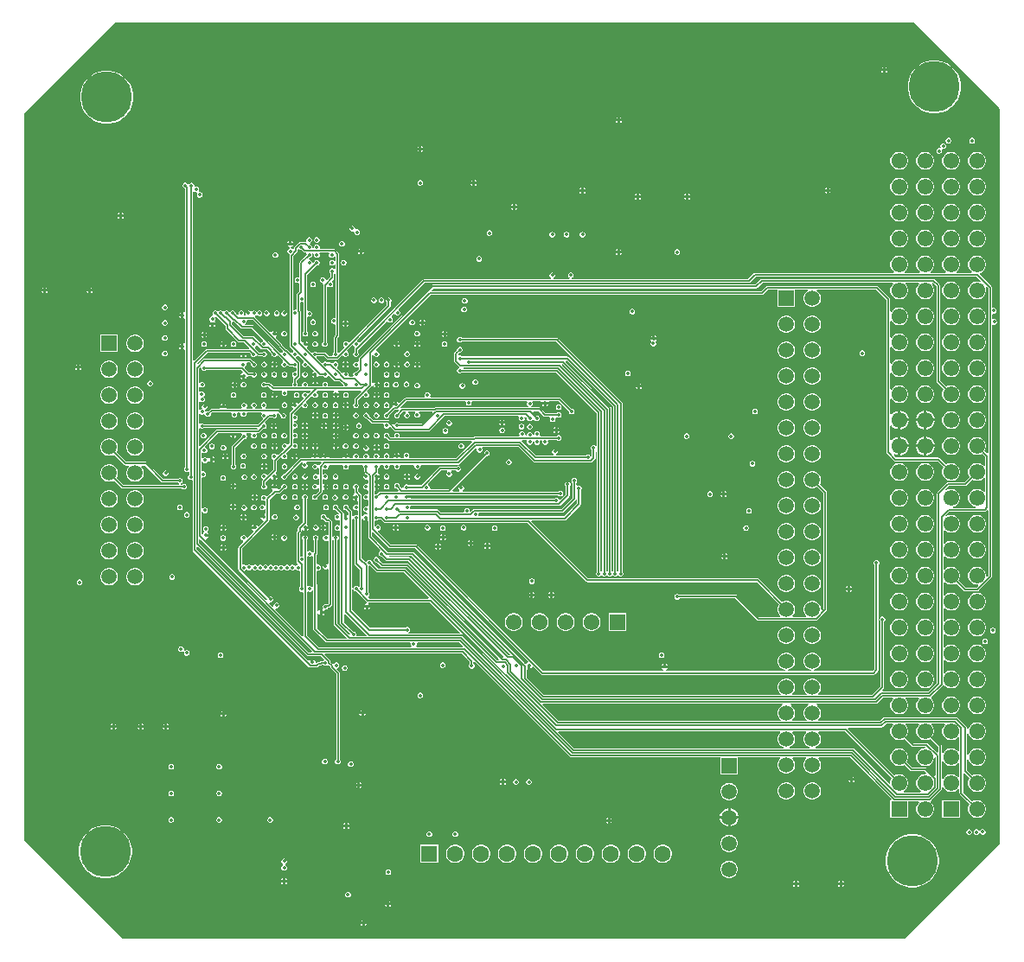
<source format=gbr>
%TF.GenerationSoftware,Altium Limited,Altium Designer,21.5.1 (32)*%
G04 Layer_Physical_Order=4*
G04 Layer_Color=16440176*
%FSLAX45Y45*%
%MOMM*%
%TF.SameCoordinates,620DA487-9358-4998-A31C-56A073A1AE4C*%
%TF.FilePolarity,Positive*%
%TF.FileFunction,Copper,L4,Inr,Signal*%
%TF.Part,Single*%
G01*
G75*
%TA.AperFunction,Conductor*%
%ADD40C,0.15000*%
%TA.AperFunction,ComponentPad*%
%ADD42C,1.50000*%
%ADD43R,1.50000X1.50000*%
%ADD44C,1.55000*%
%ADD45R,1.55000X1.55000*%
%ADD46C,1.60000*%
%ADD47R,1.60000X1.60000*%
%ADD48R,1.55000X1.55000*%
%ADD49C,5.00000*%
%TA.AperFunction,ViaPad*%
%ADD50C,0.35000*%
G36*
X12108111Y10695899D02*
Y3488248D01*
X11180253Y2560389D01*
X3526345D01*
X3503641Y2583093D01*
X2560389Y3526345D01*
Y10646854D01*
X3450145Y11536610D01*
X11267400D01*
X12108111Y10695899D01*
D02*
G37*
%LPC*%
G36*
X10990357Y11104957D02*
Y11087740D01*
X11007575D01*
X11005210Y11093450D01*
X10996067Y11102592D01*
X10990357Y11104957D01*
D02*
G37*
G36*
X10964957D02*
X10959248Y11102592D01*
X10950105Y11093450D01*
X10947740Y11087740D01*
X10964957D01*
Y11104957D01*
D02*
G37*
G36*
X11007575Y11062340D02*
X10990357D01*
Y11045123D01*
X10996067Y11047488D01*
X11005210Y11056631D01*
X11007575Y11062340D01*
D02*
G37*
G36*
X10964957D02*
X10947740D01*
X10950105Y11056631D01*
X10959248Y11047488D01*
X10964957Y11045123D01*
Y11062340D01*
D02*
G37*
G36*
X11493708Y11169300D02*
X11442492D01*
X11392261Y11159308D01*
X11344944Y11139709D01*
X11302360Y11111255D01*
X11266145Y11075040D01*
X11237691Y11032456D01*
X11218092Y10985139D01*
X11208100Y10934908D01*
Y10883692D01*
X11218092Y10833461D01*
X11237691Y10786144D01*
X11266145Y10743560D01*
X11302360Y10707345D01*
X11344944Y10678891D01*
X11392261Y10659292D01*
X11442492Y10649300D01*
X11493708D01*
X11543939Y10659292D01*
X11591256Y10678891D01*
X11633840Y10707345D01*
X11670055Y10743560D01*
X11698509Y10786144D01*
X11718108Y10833461D01*
X11728100Y10883692D01*
Y10934908D01*
X11718108Y10985139D01*
X11698509Y11032456D01*
X11670055Y11075040D01*
X11633840Y11111255D01*
X11591256Y11139709D01*
X11543939Y11159308D01*
X11493708Y11169300D01*
D02*
G37*
G36*
X8391167Y10614408D02*
Y10597191D01*
X8408384D01*
X8406019Y10602901D01*
X8396877Y10612043D01*
X8391167Y10614408D01*
D02*
G37*
G36*
X8365767D02*
X8360057Y10612043D01*
X8350915Y10602901D01*
X8348550Y10597191D01*
X8365767D01*
Y10614408D01*
D02*
G37*
G36*
X8408384Y10571791D02*
X8391167D01*
Y10554574D01*
X8396877Y10556939D01*
X8406019Y10566081D01*
X8408384Y10571791D01*
D02*
G37*
G36*
X8365767D02*
X8348550D01*
X8350915Y10566081D01*
X8360057Y10556939D01*
X8365767Y10554574D01*
Y10571791D01*
D02*
G37*
G36*
X3391108Y11067700D02*
X3339892D01*
X3289661Y11057708D01*
X3242344Y11038109D01*
X3199760Y11009655D01*
X3163545Y10973440D01*
X3135091Y10930856D01*
X3115492Y10883539D01*
X3105500Y10833308D01*
Y10782092D01*
X3115492Y10731861D01*
X3135091Y10684544D01*
X3163545Y10641960D01*
X3199760Y10605745D01*
X3242344Y10577291D01*
X3289661Y10557692D01*
X3339892Y10547700D01*
X3391108D01*
X3441339Y10557692D01*
X3488656Y10577291D01*
X3531240Y10605745D01*
X3567455Y10641960D01*
X3595909Y10684544D01*
X3615508Y10731861D01*
X3625500Y10782092D01*
Y10833308D01*
X3615508Y10883539D01*
X3595909Y10930856D01*
X3567455Y10973440D01*
X3531240Y11009655D01*
X3488656Y11038109D01*
X3441339Y11057708D01*
X3391108Y11067700D01*
D02*
G37*
G36*
X11841607Y10408893D02*
X11830667D01*
X11820560Y10404707D01*
X11812824Y10396971D01*
X11808637Y10386864D01*
Y10375923D01*
X11812824Y10365816D01*
X11820560Y10358080D01*
X11830667Y10353894D01*
X11841607D01*
X11851714Y10358080D01*
X11859450Y10365816D01*
X11863637Y10375923D01*
Y10386864D01*
X11859450Y10396971D01*
X11851714Y10404707D01*
X11841607Y10408893D01*
D02*
G37*
G36*
X11612792D02*
X11601851D01*
X11591744Y10404707D01*
X11584008Y10396971D01*
X11579822Y10386864D01*
Y10375923D01*
X11584008Y10365816D01*
X11591744Y10358080D01*
X11601851Y10353894D01*
X11612792D01*
X11622899Y10358080D01*
X11630635Y10365816D01*
X11634821Y10375923D01*
Y10386864D01*
X11630635Y10396971D01*
X11622899Y10404707D01*
X11612792Y10408893D01*
D02*
G37*
G36*
X6447587Y10331191D02*
Y10313974D01*
X6464804D01*
X6462439Y10319683D01*
X6453296Y10328826D01*
X6447587Y10331191D01*
D02*
G37*
G36*
X6422187D02*
X6416477Y10328826D01*
X6407335Y10319683D01*
X6404970Y10313974D01*
X6422187D01*
Y10331191D01*
D02*
G37*
G36*
X11561170Y10355834D02*
X11550230D01*
X11540123Y10351647D01*
X11532387Y10343911D01*
X11528200Y10333804D01*
Y10322864D01*
X11530469Y10317387D01*
X11520978Y10307572D01*
X11520186Y10307900D01*
X11509246D01*
X11499139Y10303713D01*
X11491403Y10295977D01*
X11487216Y10285870D01*
Y10274930D01*
X11491403Y10264823D01*
X11499139Y10257087D01*
X11509246Y10252900D01*
X11520186D01*
X11530293Y10257087D01*
X11538029Y10264823D01*
X11542216Y10274930D01*
Y10285870D01*
X11539947Y10291347D01*
X11549438Y10301162D01*
X11550230Y10300834D01*
X11561170D01*
X11571277Y10305021D01*
X11579013Y10312757D01*
X11583200Y10322864D01*
Y10333804D01*
X11579013Y10343911D01*
X11571277Y10351647D01*
X11561170Y10355834D01*
D02*
G37*
G36*
X6464804Y10288574D02*
X6447587D01*
Y10271357D01*
X6453296Y10273722D01*
X6462439Y10282864D01*
X6464804Y10288574D01*
D02*
G37*
G36*
X6422187D02*
X6404970D01*
X6407335Y10282864D01*
X6416477Y10273722D01*
X6422187Y10271357D01*
Y10288574D01*
D02*
G37*
G36*
X11898720Y10272900D02*
X11875680D01*
X11853426Y10266937D01*
X11833474Y10255417D01*
X11817183Y10239126D01*
X11805663Y10219174D01*
X11799700Y10196920D01*
Y10173880D01*
X11805663Y10151626D01*
X11817183Y10131674D01*
X11833474Y10115383D01*
X11853426Y10103863D01*
X11875680Y10097900D01*
X11898720D01*
X11920974Y10103863D01*
X11940926Y10115383D01*
X11957217Y10131674D01*
X11968737Y10151626D01*
X11974700Y10173880D01*
Y10196920D01*
X11968737Y10219174D01*
X11957217Y10239126D01*
X11940926Y10255417D01*
X11920974Y10266937D01*
X11898720Y10272900D01*
D02*
G37*
G36*
X11644720D02*
X11621680D01*
X11599426Y10266937D01*
X11579474Y10255417D01*
X11563183Y10239126D01*
X11551663Y10219174D01*
X11545700Y10196920D01*
Y10173880D01*
X11551663Y10151626D01*
X11563183Y10131674D01*
X11579474Y10115383D01*
X11599426Y10103863D01*
X11621680Y10097900D01*
X11644720D01*
X11666974Y10103863D01*
X11686926Y10115383D01*
X11703217Y10131674D01*
X11714737Y10151626D01*
X11720700Y10173880D01*
Y10196920D01*
X11714737Y10219174D01*
X11703217Y10239126D01*
X11686926Y10255417D01*
X11666974Y10266937D01*
X11644720Y10272900D01*
D02*
G37*
G36*
X11390720D02*
X11367680D01*
X11345426Y10266937D01*
X11325474Y10255417D01*
X11309183Y10239126D01*
X11297663Y10219174D01*
X11291700Y10196920D01*
Y10173880D01*
X11297663Y10151626D01*
X11309183Y10131674D01*
X11325474Y10115383D01*
X11345426Y10103863D01*
X11367680Y10097900D01*
X11390720D01*
X11412974Y10103863D01*
X11432926Y10115383D01*
X11449217Y10131674D01*
X11460737Y10151626D01*
X11466700Y10173880D01*
Y10196920D01*
X11460737Y10219174D01*
X11449217Y10239126D01*
X11432926Y10255417D01*
X11412974Y10266937D01*
X11390720Y10272900D01*
D02*
G37*
G36*
X11136720D02*
X11113680D01*
X11091426Y10266937D01*
X11071474Y10255417D01*
X11055183Y10239126D01*
X11043663Y10219174D01*
X11037700Y10196920D01*
Y10173880D01*
X11043663Y10151626D01*
X11055183Y10131674D01*
X11071474Y10115383D01*
X11091426Y10103863D01*
X11113680Y10097900D01*
X11136720D01*
X11158974Y10103863D01*
X11178926Y10115383D01*
X11195217Y10131674D01*
X11206737Y10151626D01*
X11212700Y10173880D01*
Y10196920D01*
X11206737Y10219174D01*
X11195217Y10239126D01*
X11178926Y10255417D01*
X11158974Y10266937D01*
X11136720Y10272900D01*
D02*
G37*
G36*
X6972852Y9997979D02*
Y9980762D01*
X6990069D01*
X6987704Y9986472D01*
X6978561Y9995615D01*
X6972852Y9997979D01*
D02*
G37*
G36*
X6947452D02*
X6941742Y9995615D01*
X6932600Y9986472D01*
X6930235Y9980762D01*
X6947452D01*
Y9997979D01*
D02*
G37*
G36*
X4201540Y9969959D02*
X4190599D01*
X4180492Y9965772D01*
X4172756Y9958036D01*
X4172747Y9958014D01*
X4159000D01*
X4158991Y9958036D01*
X4151255Y9965772D01*
X4141148Y9969959D01*
X4130208D01*
X4120100Y9965772D01*
X4112365Y9958036D01*
X4108178Y9947929D01*
Y9936989D01*
X4112365Y9926882D01*
X4120100Y9919146D01*
X4130208Y9914959D01*
X4132532D01*
X4133589Y9913902D01*
Y8708481D01*
X4120889Y8701844D01*
X4119863Y8702270D01*
Y8672352D01*
Y8642435D01*
X4120889Y8642861D01*
X4133589Y8636224D01*
Y8400773D01*
X4129341Y8397641D01*
X4120889Y8394129D01*
X4117542Y8395515D01*
Y8365598D01*
Y8335681D01*
X4120889Y8337067D01*
X4129341Y8333555D01*
X4133589Y8330423D01*
Y7186648D01*
X4128119Y7181178D01*
X4123932Y7171070D01*
Y7160130D01*
X4128119Y7150023D01*
X4135855Y7142287D01*
X4145962Y7138101D01*
X4156902D01*
X4162392Y7140375D01*
X4173772Y7134463D01*
X4175092Y7132935D01*
Y7108373D01*
X4174224Y7108013D01*
X4166488Y7100277D01*
X4162301Y7090170D01*
Y7079230D01*
X4166488Y7069123D01*
X4174224Y7061387D01*
X4184331Y7057200D01*
X4195271D01*
X4206958Y7048295D01*
Y6373966D01*
X4208316Y6367138D01*
X4212184Y6361349D01*
X5348136Y5225398D01*
X5353924Y5221530D01*
X5360752Y5220172D01*
X5418084D01*
X5424912Y5221530D01*
X5430701Y5225398D01*
X5446897Y5241594D01*
X5459485D01*
X5466314Y5242952D01*
X5471369Y5246330D01*
X5485938D01*
X5491409Y5240860D01*
X5501516Y5236673D01*
X5512456D01*
X5522563Y5240860D01*
X5530299Y5248596D01*
X5536184Y5249766D01*
X5555156Y5230795D01*
Y5223317D01*
X5556514Y5216488D01*
X5560382Y5210700D01*
X5611407Y5159675D01*
Y4320519D01*
X5605936Y4315049D01*
X5601750Y4304942D01*
Y4294002D01*
X5605936Y4283894D01*
X5613672Y4276159D01*
X5623779Y4271972D01*
X5634720D01*
X5644827Y4276159D01*
X5652563Y4283894D01*
X5656749Y4294002D01*
Y4304942D01*
X5652563Y4315049D01*
X5647092Y4320519D01*
Y5167065D01*
X5645734Y5173893D01*
X5641866Y5179682D01*
X5617692Y5203856D01*
X5618334Y5208803D01*
X5621894Y5217615D01*
X5629446Y5220743D01*
X5637182Y5228479D01*
X5641369Y5238586D01*
Y5249526D01*
X5637182Y5259633D01*
X5629446Y5267369D01*
X5619339Y5271556D01*
X5608399D01*
X5598292Y5267369D01*
X5590556Y5259634D01*
X5576802Y5259615D01*
X5559829Y5276588D01*
Y5278670D01*
X5558470Y5285499D01*
X5554603Y5291287D01*
X5499411Y5346479D01*
X5504271Y5358212D01*
X6840251D01*
X6920865Y5277598D01*
Y5258633D01*
X6915395Y5253163D01*
X6911208Y5243056D01*
Y5232116D01*
X6915395Y5222008D01*
X6923131Y5214273D01*
X6933238Y5210086D01*
X6944178D01*
X6954285Y5214273D01*
X6962021Y5222008D01*
X6966208Y5232116D01*
Y5243056D01*
X6962021Y5253163D01*
X6956551Y5258633D01*
Y5273450D01*
X6969251Y5278710D01*
X7900205Y4347756D01*
X7905993Y4343888D01*
X7912822Y4342530D01*
X9374628D01*
Y4176666D01*
X9544628D01*
Y4342530D01*
X9957461D01*
X9962722Y4329830D01*
X9952283Y4319391D01*
X9941093Y4300009D01*
X9935300Y4278390D01*
Y4256010D01*
X9941093Y4234391D01*
X9952283Y4215009D01*
X9968109Y4199183D01*
X9987491Y4187993D01*
X10009110Y4182200D01*
X10031490D01*
X10053109Y4187993D01*
X10072491Y4199183D01*
X10088317Y4215009D01*
X10099507Y4234391D01*
X10105300Y4256010D01*
Y4278390D01*
X10099507Y4300009D01*
X10088317Y4319391D01*
X10077878Y4329830D01*
X10083139Y4342530D01*
X10211461D01*
X10216722Y4329830D01*
X10206283Y4319391D01*
X10195093Y4300009D01*
X10189300Y4278390D01*
Y4256010D01*
X10195093Y4234391D01*
X10206283Y4215009D01*
X10222109Y4199183D01*
X10241491Y4187993D01*
X10263110Y4182200D01*
X10285490D01*
X10307109Y4187993D01*
X10326491Y4199183D01*
X10342317Y4215009D01*
X10353507Y4234391D01*
X10359300Y4256010D01*
Y4278390D01*
X10353507Y4300009D01*
X10342317Y4319391D01*
X10331878Y4329830D01*
X10337139Y4342530D01*
X10641776D01*
X11049673Y3934633D01*
X11044813Y3922900D01*
X11037700D01*
Y3747900D01*
X11212700D01*
Y3913895D01*
X11315991D01*
X11321251Y3901195D01*
X11309183Y3889126D01*
X11297663Y3869174D01*
X11291700Y3846920D01*
Y3823880D01*
X11297663Y3801626D01*
X11309183Y3781674D01*
X11325474Y3765383D01*
X11345426Y3753863D01*
X11367680Y3747900D01*
X11390720D01*
X11412974Y3753863D01*
X11432926Y3765383D01*
X11449217Y3781674D01*
X11460737Y3801626D01*
X11466700Y3823880D01*
Y3846920D01*
X11460737Y3869174D01*
X11449217Y3889126D01*
X11435606Y3902738D01*
X11435002Y3906207D01*
X11435584Y3913286D01*
X11437072Y3917689D01*
X11439215Y3919121D01*
X11536817Y4016723D01*
X11540685Y4022511D01*
X11542043Y4029340D01*
Y4046889D01*
X11554743Y4050292D01*
X11563183Y4035674D01*
X11579474Y4019383D01*
X11599426Y4007863D01*
X11621680Y4001900D01*
X11644720D01*
X11666974Y4007863D01*
X11686926Y4019383D01*
X11701688Y4034144D01*
X11714388Y4031981D01*
Y3990369D01*
X11715746Y3983541D01*
X11719614Y3977753D01*
X11813910Y3883457D01*
X11805663Y3869174D01*
X11799700Y3846920D01*
Y3823880D01*
X11805663Y3801626D01*
X11817183Y3781674D01*
X11833474Y3765383D01*
X11853426Y3753863D01*
X11875680Y3747900D01*
X11898720D01*
X11920974Y3753863D01*
X11940926Y3765383D01*
X11957217Y3781674D01*
X11968737Y3801626D01*
X11974700Y3823880D01*
Y3846920D01*
X11968737Y3869174D01*
X11957217Y3889126D01*
X11940926Y3905417D01*
X11920974Y3916937D01*
X11898720Y3922900D01*
X11875680D01*
X11853426Y3916937D01*
X11839143Y3908690D01*
X11750073Y3997760D01*
Y4183333D01*
X11762773Y4188593D01*
X11813910Y4137457D01*
X11805663Y4123174D01*
X11799700Y4100920D01*
Y4077880D01*
X11805663Y4055626D01*
X11817183Y4035674D01*
X11833474Y4019383D01*
X11853426Y4007863D01*
X11875680Y4001900D01*
X11898720D01*
X11920974Y4007863D01*
X11940926Y4019383D01*
X11957217Y4035674D01*
X11968737Y4055626D01*
X11974700Y4077880D01*
Y4100920D01*
X11968737Y4123174D01*
X11957217Y4143126D01*
X11940926Y4159417D01*
X11920974Y4170937D01*
X11898720Y4176900D01*
X11875680D01*
X11853426Y4170937D01*
X11839143Y4162690D01*
X11789501Y4212332D01*
Y4320873D01*
X11802201Y4322545D01*
X11805663Y4309626D01*
X11817183Y4289674D01*
X11833474Y4273383D01*
X11853426Y4261863D01*
X11875680Y4255900D01*
X11898720D01*
X11920974Y4261863D01*
X11940926Y4273383D01*
X11957217Y4289674D01*
X11968737Y4309626D01*
X11974700Y4331880D01*
Y4354920D01*
X11968737Y4377174D01*
X11957217Y4397126D01*
X11940926Y4413417D01*
X11920974Y4424937D01*
X11898720Y4430900D01*
X11875680D01*
X11853426Y4424937D01*
X11833474Y4413417D01*
X11817183Y4397126D01*
X11805663Y4377174D01*
X11802201Y4364255D01*
X11789501Y4365927D01*
Y4574873D01*
X11802201Y4576545D01*
X11805663Y4563626D01*
X11817183Y4543674D01*
X11833474Y4527383D01*
X11853426Y4515863D01*
X11875680Y4509900D01*
X11898720D01*
X11920974Y4515863D01*
X11940926Y4527383D01*
X11957217Y4543674D01*
X11968737Y4563626D01*
X11974700Y4585880D01*
Y4608920D01*
X11968737Y4631174D01*
X11957217Y4651126D01*
X11940926Y4667417D01*
X11920974Y4678937D01*
X11898720Y4684900D01*
X11875680D01*
X11853426Y4678937D01*
X11833474Y4667417D01*
X11817183Y4651126D01*
X11805663Y4631174D01*
X11802201Y4618255D01*
X11789501Y4619927D01*
Y4628647D01*
X11788143Y4635475D01*
X11784275Y4641263D01*
X11695522Y4730017D01*
X11689734Y4733885D01*
X11682905Y4735243D01*
X10981160D01*
X10974332Y4733885D01*
X10968543Y4730017D01*
X10933570Y4695043D01*
X10330865D01*
X10327211Y4705185D01*
X10327051Y4707743D01*
X10342317Y4723009D01*
X10353507Y4742391D01*
X10359300Y4764010D01*
Y4786390D01*
X10353507Y4808009D01*
X10342317Y4827391D01*
X10326491Y4843217D01*
X10318767Y4847676D01*
X10314750Y4864645D01*
X10315859Y4866342D01*
X10898959D01*
X10905787Y4867700D01*
X10911575Y4871568D01*
X10968564Y4928557D01*
X11060653D01*
X11065914Y4915857D01*
X11055183Y4905126D01*
X11043663Y4885174D01*
X11037700Y4862920D01*
Y4839880D01*
X11043663Y4817626D01*
X11055183Y4797674D01*
X11071474Y4781383D01*
X11091426Y4769863D01*
X11113680Y4763900D01*
X11136720D01*
X11158974Y4769863D01*
X11178926Y4781383D01*
X11195217Y4797674D01*
X11206737Y4817626D01*
X11212700Y4839880D01*
Y4862920D01*
X11206737Y4885174D01*
X11195217Y4905126D01*
X11184486Y4915857D01*
X11189747Y4928557D01*
X11314653D01*
X11319914Y4915857D01*
X11309183Y4905126D01*
X11297663Y4885174D01*
X11291700Y4862920D01*
Y4839880D01*
X11297663Y4817626D01*
X11309183Y4797674D01*
X11325474Y4781383D01*
X11345426Y4769863D01*
X11367680Y4763900D01*
X11390720D01*
X11412974Y4769863D01*
X11432926Y4781383D01*
X11449217Y4797674D01*
X11460737Y4817626D01*
X11466700Y4839880D01*
Y4862920D01*
X11460737Y4885174D01*
X11449217Y4905126D01*
X11436788Y4917556D01*
X11436230Y4920183D01*
X11437382Y4930480D01*
X11438542Y4932840D01*
X11439954Y4933783D01*
X11550817Y5044646D01*
X11551760Y5046058D01*
X11554120Y5047218D01*
X11564417Y5048370D01*
X11567044Y5047812D01*
X11579474Y5035383D01*
X11599426Y5023863D01*
X11621680Y5017900D01*
X11644720D01*
X11666974Y5023863D01*
X11686926Y5035383D01*
X11703217Y5051674D01*
X11714737Y5071626D01*
X11720700Y5093880D01*
Y5116920D01*
X11714737Y5139174D01*
X11703217Y5159126D01*
X11686926Y5175417D01*
X11666974Y5186937D01*
X11644720Y5192900D01*
X11621680D01*
X11599426Y5186937D01*
X11579474Y5175417D01*
X11568743Y5164686D01*
X11556043Y5169947D01*
Y5294853D01*
X11568743Y5300114D01*
X11579474Y5289383D01*
X11599426Y5277863D01*
X11621680Y5271900D01*
X11644720D01*
X11666974Y5277863D01*
X11686926Y5289383D01*
X11703217Y5305674D01*
X11714737Y5325626D01*
X11720700Y5347880D01*
Y5370920D01*
X11714737Y5393174D01*
X11703217Y5413126D01*
X11686926Y5429417D01*
X11666974Y5440937D01*
X11644720Y5446900D01*
X11621680D01*
X11599426Y5440937D01*
X11579474Y5429417D01*
X11568743Y5418686D01*
X11556043Y5423947D01*
Y5548853D01*
X11568743Y5554114D01*
X11579474Y5543383D01*
X11599426Y5531863D01*
X11621680Y5525900D01*
X11644720D01*
X11666974Y5531863D01*
X11686926Y5543383D01*
X11703217Y5559674D01*
X11714737Y5579626D01*
X11720700Y5601880D01*
Y5624920D01*
X11714737Y5647174D01*
X11703217Y5667126D01*
X11686926Y5683417D01*
X11666974Y5694937D01*
X11644720Y5700900D01*
X11621680D01*
X11599426Y5694937D01*
X11579474Y5683417D01*
X11568743Y5672686D01*
X11556043Y5677947D01*
Y5802853D01*
X11568743Y5808114D01*
X11579474Y5797383D01*
X11599426Y5785863D01*
X11621680Y5779900D01*
X11644720D01*
X11666974Y5785863D01*
X11686926Y5797383D01*
X11703217Y5813674D01*
X11714737Y5833626D01*
X11720700Y5855880D01*
Y5878920D01*
X11714737Y5901174D01*
X11703217Y5921126D01*
X11686926Y5937417D01*
X11666974Y5948937D01*
X11644720Y5954900D01*
X11621680D01*
X11599426Y5948937D01*
X11579474Y5937417D01*
X11568743Y5926686D01*
X11556043Y5931947D01*
Y6056853D01*
X11568743Y6062114D01*
X11579474Y6051383D01*
X11599426Y6039863D01*
X11621680Y6033900D01*
X11644720D01*
X11666974Y6039863D01*
X11681257Y6048109D01*
X11755157Y5974210D01*
X11760945Y5970342D01*
X11767773Y5968983D01*
X11889450Y5968983D01*
X11896278Y5970341D01*
X11902067Y5974209D01*
X12027413Y6099556D01*
X12031281Y6105344D01*
X12032639Y6112172D01*
Y8573799D01*
X12033585Y8574955D01*
X12045340Y8581239D01*
X12050504Y8579099D01*
X12061444D01*
X12071551Y8583286D01*
X12079287Y8591022D01*
X12083474Y8601129D01*
Y8612069D01*
X12079287Y8622177D01*
X12071551Y8629912D01*
X12061444Y8634099D01*
X12050504D01*
X12045340Y8631960D01*
X12033585Y8638244D01*
X12032639Y8639399D01*
Y8679795D01*
X12044327Y8688701D01*
X12055267D01*
X12065374Y8692888D01*
X12073110Y8700623D01*
X12077296Y8710731D01*
Y8721671D01*
X12073110Y8731778D01*
X12065374Y8739514D01*
X12055267Y8743701D01*
X12044327D01*
X12032639Y8752606D01*
Y8944070D01*
X12031281Y8950898D01*
X12027413Y8956687D01*
X11911834Y9072266D01*
X11915630Y9086431D01*
X11920974Y9087863D01*
X11940926Y9099383D01*
X11957217Y9115674D01*
X11968737Y9135626D01*
X11974700Y9157880D01*
Y9180920D01*
X11968737Y9203174D01*
X11957217Y9223126D01*
X11940926Y9239417D01*
X11920974Y9250937D01*
X11898720Y9256900D01*
X11875680D01*
X11853426Y9250937D01*
X11833474Y9239417D01*
X11817183Y9223126D01*
X11805663Y9203174D01*
X11799700Y9180920D01*
Y9157880D01*
X11805663Y9135626D01*
X11817183Y9115674D01*
X11833474Y9099383D01*
X11835867Y9098001D01*
X11832464Y9085301D01*
X11687936D01*
X11684533Y9098001D01*
X11686926Y9099383D01*
X11703217Y9115674D01*
X11714737Y9135626D01*
X11720700Y9157880D01*
Y9180920D01*
X11714737Y9203174D01*
X11703217Y9223126D01*
X11686926Y9239417D01*
X11666974Y9250937D01*
X11644720Y9256900D01*
X11621680D01*
X11599426Y9250937D01*
X11579474Y9239417D01*
X11563183Y9223126D01*
X11551663Y9203174D01*
X11545700Y9180920D01*
Y9157880D01*
X11551663Y9135626D01*
X11563183Y9115674D01*
X11579474Y9099383D01*
X11581867Y9098001D01*
X11578464Y9085301D01*
X11433936D01*
X11430533Y9098001D01*
X11432926Y9099383D01*
X11449217Y9115674D01*
X11460737Y9135626D01*
X11466700Y9157880D01*
Y9180920D01*
X11460737Y9203174D01*
X11449217Y9223126D01*
X11432926Y9239417D01*
X11412974Y9250937D01*
X11390720Y9256900D01*
X11367680D01*
X11345426Y9250937D01*
X11325474Y9239417D01*
X11309183Y9223126D01*
X11297663Y9203174D01*
X11291700Y9180920D01*
Y9157880D01*
X11297663Y9135626D01*
X11309183Y9115674D01*
X11325474Y9099383D01*
X11327867Y9098001D01*
X11324464Y9085301D01*
X11179936D01*
X11176533Y9098001D01*
X11178926Y9099383D01*
X11195217Y9115674D01*
X11206737Y9135626D01*
X11212700Y9157880D01*
Y9180920D01*
X11206737Y9203174D01*
X11195217Y9223126D01*
X11178926Y9239417D01*
X11158974Y9250937D01*
X11136720Y9256900D01*
X11113680D01*
X11091426Y9250937D01*
X11071474Y9239417D01*
X11055183Y9223126D01*
X11043663Y9203174D01*
X11037700Y9180920D01*
Y9157880D01*
X11043663Y9135626D01*
X11055183Y9115674D01*
X11071474Y9099383D01*
X11073867Y9098001D01*
X11070464Y9085301D01*
X9710724D01*
X9703896Y9083942D01*
X9698107Y9080075D01*
X9643008Y9024975D01*
X7920497D01*
X7917970Y9037675D01*
X7923654Y9040030D01*
X7931390Y9047765D01*
X7935576Y9057873D01*
Y9068813D01*
X7931390Y9078920D01*
X7923654Y9086656D01*
X7913547Y9090843D01*
X7902606D01*
X7892499Y9086656D01*
X7884764Y9078920D01*
X7880577Y9068813D01*
Y9057873D01*
X7884764Y9047765D01*
X7892499Y9040030D01*
X7898183Y9037675D01*
X7895657Y9024975D01*
X7740512D01*
X7737985Y9037675D01*
X7743669Y9040030D01*
X7751405Y9047765D01*
X7755591Y9057873D01*
Y9068813D01*
X7751405Y9078920D01*
X7743669Y9086656D01*
X7733562Y9090843D01*
X7722621D01*
X7712514Y9086656D01*
X7704778Y9078920D01*
X7700592Y9068813D01*
Y9057873D01*
X7704778Y9047765D01*
X7712514Y9040030D01*
X7718198Y9037675D01*
X7715671Y9024975D01*
X6473023D01*
X6466195Y9023617D01*
X6460406Y9019749D01*
X5844868Y8404211D01*
X5830307Y8406178D01*
X5822571Y8413913D01*
X5819899Y8428767D01*
X6139741Y8748609D01*
X6143609Y8754398D01*
X6144967Y8761226D01*
Y8796681D01*
X6150437Y8802152D01*
X6154624Y8812259D01*
Y8823199D01*
X6150437Y8833306D01*
X6142701Y8841042D01*
X6132594Y8845229D01*
X6121654D01*
X6111547Y8841042D01*
X6103811Y8833306D01*
X6099624Y8823199D01*
Y8812259D01*
X6103811Y8802152D01*
X6109281Y8796681D01*
Y8768616D01*
X5744873Y8404208D01*
X5730312Y8406175D01*
X5722576Y8413911D01*
X5712469Y8418098D01*
X5701529D01*
X5691422Y8413911D01*
X5683686Y8406175D01*
X5679499Y8396068D01*
Y8385128D01*
X5683686Y8375021D01*
X5691421Y8367285D01*
X5693388Y8352723D01*
X5644874Y8304209D01*
X5630312Y8306178D01*
X5624842Y8311648D01*
Y8445610D01*
X5638891Y8459659D01*
X5642759Y8465447D01*
X5644117Y8472276D01*
Y9269512D01*
X5642759Y9276341D01*
X5638891Y9282129D01*
X5607115Y9313905D01*
X5601326Y9317773D01*
X5594498Y9319131D01*
X5459036D01*
X5450131Y9330818D01*
Y9341758D01*
X5445944Y9351865D01*
X5438208Y9359601D01*
X5428101Y9363788D01*
X5417161D01*
X5407053Y9359601D01*
X5399318Y9351865D01*
X5395131Y9341758D01*
Y9330818D01*
X5393543Y9328734D01*
X5387825D01*
X5375988Y9340777D01*
Y9341758D01*
X5371801Y9351865D01*
X5364065Y9359601D01*
X5354014Y9363765D01*
X5353958Y9363789D01*
X5351494Y9367594D01*
X5352198Y9371219D01*
X5357462Y9381746D01*
X5364065Y9384481D01*
X5371801Y9392217D01*
X5375988Y9402324D01*
Y9413264D01*
X5371801Y9423372D01*
X5364065Y9431107D01*
X5353958Y9435294D01*
X5343018D01*
X5332911Y9431107D01*
X5325175Y9423372D01*
X5320988Y9413264D01*
Y9402324D01*
X5321813Y9400335D01*
X5313600Y9389019D01*
X5256724D01*
X5249896Y9387661D01*
X5244107Y9383793D01*
X5201743Y9341429D01*
X5197875Y9335640D01*
X5196517Y9328812D01*
Y9322590D01*
X5183817Y9317778D01*
X5179484Y9322111D01*
X5170732Y9325736D01*
X5169377Y9326298D01*
X5169879Y9338790D01*
X5170371D01*
X5182316Y9343737D01*
X5191459Y9352880D01*
X5193823Y9358589D01*
X5133989D01*
X5136354Y9352880D01*
X5145497Y9343737D01*
X5157442Y9338790D01*
X5157934D01*
X5158436Y9326298D01*
X5157081Y9325736D01*
X5148329Y9322111D01*
X5140593Y9314375D01*
X5136407Y9304268D01*
Y9293328D01*
X5140593Y9283220D01*
X5148329Y9275485D01*
X5155510Y9264217D01*
X5154152Y9257389D01*
Y8376103D01*
X5155510Y8369275D01*
X5159378Y8363486D01*
X5194095Y8328769D01*
X5191417Y8313914D01*
X5183682Y8306178D01*
X5168826Y8303500D01*
X5134109Y8338217D01*
X5128321Y8342085D01*
X5128005Y8342148D01*
X5085363Y8384790D01*
X5085301Y8385099D01*
X5081433Y8390888D01*
X5022084Y8450238D01*
X5024561Y8462694D01*
X5025405Y8463043D01*
X5034547Y8472185D01*
X5036912Y8477895D01*
X5006995D01*
Y8490595D01*
X4994295D01*
Y8520512D01*
X4988586Y8518147D01*
X4979443Y8509005D01*
X4979094Y8508161D01*
X4966638Y8505684D01*
X4820196Y8652126D01*
X4822573Y8666857D01*
X4827561Y8671845D01*
X4835239Y8673518D01*
X4842917Y8671845D01*
X4847905Y8666857D01*
X4858012Y8662670D01*
X4868953D01*
X4879060Y8666857D01*
X4886796Y8674593D01*
X4890982Y8684700D01*
Y8695640D01*
X4886796Y8705747D01*
X4879060Y8713483D01*
X4868953Y8717670D01*
X4858012D01*
X4847905Y8713483D01*
X4842917Y8708495D01*
X4835239Y8706822D01*
X4827561Y8708495D01*
X4822573Y8713483D01*
X4812466Y8717670D01*
X4801526D01*
X4791418Y8713483D01*
X4789499Y8711564D01*
X4781202Y8707086D01*
X4772905Y8711564D01*
X4770986Y8713483D01*
X4760878Y8717670D01*
X4749938D01*
X4739831Y8713483D01*
X4732095Y8705747D01*
X4727909Y8695640D01*
Y8684700D01*
X4730308Y8678908D01*
X4723795Y8667468D01*
X4717071D01*
X4710558Y8678908D01*
X4712957Y8684700D01*
Y8695640D01*
X4708770Y8705747D01*
X4701034Y8713483D01*
X4690927Y8717670D01*
X4679987D01*
X4669880Y8713483D01*
X4662144Y8705747D01*
X4657957Y8695640D01*
Y8684700D01*
X4649318Y8672369D01*
X4647668Y8671954D01*
X4645464Y8672617D01*
X4629267Y8688814D01*
Y8695640D01*
X4625080Y8705747D01*
X4617344Y8713483D01*
X4607237Y8717670D01*
X4596297D01*
X4586190Y8713483D01*
X4578454Y8705747D01*
X4577417Y8703245D01*
X4563671D01*
X4562634Y8705747D01*
X4554898Y8713483D01*
X4544791Y8717670D01*
X4533851D01*
X4523744Y8713483D01*
X4518165Y8707905D01*
X4510660Y8706645D01*
X4503155Y8707905D01*
X4497576Y8713483D01*
X4487469Y8717670D01*
X4476529D01*
X4466422Y8713483D01*
X4463266Y8710328D01*
X4455051Y8707153D01*
X4446837Y8710328D01*
X4443681Y8713483D01*
X4433574Y8717670D01*
X4422634D01*
X4412527Y8713483D01*
X4404791Y8705747D01*
X4400604Y8695640D01*
Y8684700D01*
X4404791Y8674593D01*
X4398604Y8662819D01*
X4396465D01*
X4386358Y8658632D01*
X4378622Y8650897D01*
X4374435Y8640789D01*
Y8629849D01*
X4378622Y8619742D01*
X4375416Y8604987D01*
X4373492Y8603062D01*
X4371127Y8597353D01*
X4430961D01*
X4428596Y8603062D01*
X4427563Y8604096D01*
X4425248Y8619742D01*
X4429435Y8629849D01*
Y8640789D01*
X4425248Y8650896D01*
X4434981Y8658059D01*
X4527748Y8565292D01*
Y8541160D01*
X4529107Y8534332D01*
X4532974Y8528544D01*
X4649422Y8412096D01*
X4655211Y8408228D01*
X4662039Y8406870D01*
X4712483D01*
X4763714Y8355638D01*
X4758454Y8342938D01*
X4349117D01*
X4342289Y8341580D01*
X4336500Y8337712D01*
X4223478Y8224690D01*
X4210778Y8229950D01*
Y9882668D01*
X4212382Y9883639D01*
X4223478Y9886561D01*
X4228849Y9881190D01*
X4238956Y9877004D01*
X4244775D01*
X4248296Y9872720D01*
X4252074Y9865206D01*
X4248691Y9857039D01*
Y9846099D01*
X4252878Y9835992D01*
X4260614Y9828256D01*
X4270721Y9824069D01*
X4281661D01*
X4291768Y9828256D01*
X4299504Y9835992D01*
X4303691Y9846099D01*
Y9857039D01*
X4299504Y9867146D01*
X4291768Y9874882D01*
X4281661Y9879069D01*
X4275842D01*
X4272322Y9883352D01*
X4268543Y9890867D01*
X4271926Y9899033D01*
Y9909974D01*
X4267739Y9920081D01*
X4260003Y9927817D01*
X4249896Y9932003D01*
X4238956D01*
X4234483Y9930151D01*
X4229549Y9933242D01*
X4223569Y9939131D01*
Y9947929D01*
X4219383Y9958036D01*
X4211647Y9965772D01*
X4201540Y9969959D01*
D02*
G37*
G36*
X6440357Y9995562D02*
X6429417D01*
X6419309Y9991375D01*
X6411574Y9983640D01*
X6407387Y9973533D01*
Y9962592D01*
X6411574Y9952485D01*
X6419309Y9944749D01*
X6429417Y9940563D01*
X6440357D01*
X6450464Y9944749D01*
X6458200Y9952485D01*
X6462387Y9962592D01*
Y9973533D01*
X6458200Y9983640D01*
X6450464Y9991375D01*
X6440357Y9995562D01*
D02*
G37*
G36*
X6990069Y9955362D02*
X6972852D01*
Y9938145D01*
X6978561Y9940510D01*
X6987704Y9949653D01*
X6990069Y9955362D01*
D02*
G37*
G36*
X6947452D02*
X6930235D01*
X6932600Y9949653D01*
X6941742Y9940510D01*
X6947452Y9938145D01*
Y9955362D01*
D02*
G37*
G36*
X10438900Y9925696D02*
Y9908479D01*
X10456117D01*
X10453752Y9914189D01*
X10444610Y9923331D01*
X10438900Y9925696D01*
D02*
G37*
G36*
X10413500D02*
X10407790Y9923331D01*
X10398648Y9914189D01*
X10396283Y9908479D01*
X10413500D01*
Y9925696D01*
D02*
G37*
G36*
X8036684Y9923698D02*
Y9906481D01*
X8053902D01*
X8051537Y9912190D01*
X8042394Y9921333D01*
X8036684Y9923698D01*
D02*
G37*
G36*
X8011284D02*
X8005575Y9921333D01*
X7996432Y9912190D01*
X7994067Y9906481D01*
X8011284D01*
Y9923698D01*
D02*
G37*
G36*
X10456117Y9883079D02*
X10438900D01*
Y9865862D01*
X10444610Y9868227D01*
X10453752Y9877370D01*
X10456117Y9883079D01*
D02*
G37*
G36*
X10413500D02*
X10396283D01*
X10398648Y9877370D01*
X10407790Y9868227D01*
X10413500Y9865862D01*
Y9883079D01*
D02*
G37*
G36*
X8053902Y9881081D02*
X8036684D01*
Y9863863D01*
X8042394Y9866228D01*
X8051537Y9875371D01*
X8053902Y9881081D01*
D02*
G37*
G36*
X8011284D02*
X7994067D01*
X7996432Y9875371D01*
X8005575Y9866228D01*
X8011284Y9863863D01*
Y9881081D01*
D02*
G37*
G36*
X9062800Y9862966D02*
Y9845749D01*
X9080017D01*
X9077652Y9851459D01*
X9068510Y9860601D01*
X9062800Y9862966D01*
D02*
G37*
G36*
X9037400D02*
X9031691Y9860601D01*
X9022548Y9851459D01*
X9020183Y9845749D01*
X9037400D01*
Y9862966D01*
D02*
G37*
G36*
X8577324D02*
Y9845749D01*
X8594541D01*
X8592176Y9851459D01*
X8583034Y9860601D01*
X8577324Y9862966D01*
D02*
G37*
G36*
X8551924D02*
X8546214Y9860601D01*
X8537072Y9851459D01*
X8534707Y9845749D01*
X8551924D01*
Y9862966D01*
D02*
G37*
G36*
X11898720Y10018900D02*
X11875680D01*
X11853426Y10012937D01*
X11833474Y10001417D01*
X11817183Y9985126D01*
X11805663Y9965174D01*
X11799700Y9942920D01*
Y9919880D01*
X11805663Y9897626D01*
X11817183Y9877674D01*
X11833474Y9861383D01*
X11853426Y9849863D01*
X11875680Y9843900D01*
X11898720D01*
X11920974Y9849863D01*
X11940926Y9861383D01*
X11957217Y9877674D01*
X11968737Y9897626D01*
X11974700Y9919880D01*
Y9942920D01*
X11968737Y9965174D01*
X11957217Y9985126D01*
X11940926Y10001417D01*
X11920974Y10012937D01*
X11898720Y10018900D01*
D02*
G37*
G36*
X11644720D02*
X11621680D01*
X11599426Y10012937D01*
X11579474Y10001417D01*
X11563183Y9985126D01*
X11551663Y9965174D01*
X11545700Y9942920D01*
Y9919880D01*
X11551663Y9897626D01*
X11563183Y9877674D01*
X11579474Y9861383D01*
X11599426Y9849863D01*
X11621680Y9843900D01*
X11644720D01*
X11666974Y9849863D01*
X11686926Y9861383D01*
X11703217Y9877674D01*
X11714737Y9897626D01*
X11720700Y9919880D01*
Y9942920D01*
X11714737Y9965174D01*
X11703217Y9985126D01*
X11686926Y10001417D01*
X11666974Y10012937D01*
X11644720Y10018900D01*
D02*
G37*
G36*
X11390720D02*
X11367680D01*
X11345426Y10012937D01*
X11325474Y10001417D01*
X11309183Y9985126D01*
X11297663Y9965174D01*
X11291700Y9942920D01*
Y9919880D01*
X11297663Y9897626D01*
X11309183Y9877674D01*
X11325474Y9861383D01*
X11345426Y9849863D01*
X11367680Y9843900D01*
X11390720D01*
X11412974Y9849863D01*
X11432926Y9861383D01*
X11449217Y9877674D01*
X11460737Y9897626D01*
X11466700Y9919880D01*
Y9942920D01*
X11460737Y9965174D01*
X11449217Y9985126D01*
X11432926Y10001417D01*
X11412974Y10012937D01*
X11390720Y10018900D01*
D02*
G37*
G36*
X11136720D02*
X11113680D01*
X11091426Y10012937D01*
X11071474Y10001417D01*
X11055183Y9985126D01*
X11043663Y9965174D01*
X11037700Y9942920D01*
Y9919880D01*
X11043663Y9897626D01*
X11055183Y9877674D01*
X11071474Y9861383D01*
X11091426Y9849863D01*
X11113680Y9843900D01*
X11136720D01*
X11158974Y9849863D01*
X11178926Y9861383D01*
X11195217Y9877674D01*
X11206737Y9897626D01*
X11212700Y9919880D01*
Y9942920D01*
X11206737Y9965174D01*
X11195217Y9985126D01*
X11178926Y10001417D01*
X11158974Y10012937D01*
X11136720Y10018900D01*
D02*
G37*
G36*
X9080017Y9820349D02*
X9062800D01*
Y9803132D01*
X9068510Y9805497D01*
X9077652Y9814640D01*
X9080017Y9820349D01*
D02*
G37*
G36*
X9037400D02*
X9020183D01*
X9022548Y9814640D01*
X9031691Y9805497D01*
X9037400Y9803132D01*
Y9820349D01*
D02*
G37*
G36*
X8594541D02*
X8577324D01*
Y9803132D01*
X8583034Y9805497D01*
X8592176Y9814640D01*
X8594541Y9820349D01*
D02*
G37*
G36*
X8551924D02*
X8534707D01*
X8537072Y9814640D01*
X8546214Y9805497D01*
X8551924Y9803132D01*
Y9820349D01*
D02*
G37*
G36*
X7366413Y9764006D02*
Y9746789D01*
X7383630D01*
X7381265Y9752498D01*
X7372123Y9761641D01*
X7366413Y9764006D01*
D02*
G37*
G36*
X7341013D02*
X7335303Y9761641D01*
X7326161Y9752498D01*
X7323796Y9746789D01*
X7341013D01*
Y9764006D01*
D02*
G37*
G36*
X7383630Y9721389D02*
X7366413D01*
Y9704172D01*
X7372123Y9706537D01*
X7381265Y9715679D01*
X7383630Y9721389D01*
D02*
G37*
G36*
X7341013D02*
X7323796D01*
X7326161Y9715679D01*
X7335303Y9706537D01*
X7341013Y9704172D01*
Y9721389D01*
D02*
G37*
G36*
X3513990Y9676380D02*
Y9659163D01*
X3531207D01*
X3528842Y9664873D01*
X3519700Y9674015D01*
X3513990Y9676380D01*
D02*
G37*
G36*
X3488590D02*
X3482880Y9674015D01*
X3473738Y9664873D01*
X3471373Y9659163D01*
X3488590D01*
Y9676380D01*
D02*
G37*
G36*
X3531207Y9633763D02*
X3513990D01*
Y9616546D01*
X3519700Y9618911D01*
X3528842Y9628054D01*
X3531207Y9633763D01*
D02*
G37*
G36*
X3488590D02*
X3471373D01*
X3473738Y9628054D01*
X3482880Y9618911D01*
X3488590Y9616546D01*
Y9633763D01*
D02*
G37*
G36*
X11898720Y9764900D02*
X11875680D01*
X11853426Y9758937D01*
X11833474Y9747417D01*
X11817183Y9731126D01*
X11805663Y9711174D01*
X11799700Y9688920D01*
Y9665880D01*
X11805663Y9643626D01*
X11817183Y9623674D01*
X11833474Y9607383D01*
X11853426Y9595863D01*
X11875680Y9589900D01*
X11898720D01*
X11920974Y9595863D01*
X11940926Y9607383D01*
X11957217Y9623674D01*
X11968737Y9643626D01*
X11974700Y9665880D01*
Y9688920D01*
X11968737Y9711174D01*
X11957217Y9731126D01*
X11940926Y9747417D01*
X11920974Y9758937D01*
X11898720Y9764900D01*
D02*
G37*
G36*
X11644720D02*
X11621680D01*
X11599426Y9758937D01*
X11579474Y9747417D01*
X11563183Y9731126D01*
X11551663Y9711174D01*
X11545700Y9688920D01*
Y9665880D01*
X11551663Y9643626D01*
X11563183Y9623674D01*
X11579474Y9607383D01*
X11599426Y9595863D01*
X11621680Y9589900D01*
X11644720D01*
X11666974Y9595863D01*
X11686926Y9607383D01*
X11703217Y9623674D01*
X11714737Y9643626D01*
X11720700Y9665880D01*
Y9688920D01*
X11714737Y9711174D01*
X11703217Y9731126D01*
X11686926Y9747417D01*
X11666974Y9758937D01*
X11644720Y9764900D01*
D02*
G37*
G36*
X11390720D02*
X11367680D01*
X11345426Y9758937D01*
X11325474Y9747417D01*
X11309183Y9731126D01*
X11297663Y9711174D01*
X11291700Y9688920D01*
Y9665880D01*
X11297663Y9643626D01*
X11309183Y9623674D01*
X11325474Y9607383D01*
X11345426Y9595863D01*
X11367680Y9589900D01*
X11390720D01*
X11412974Y9595863D01*
X11432926Y9607383D01*
X11449217Y9623674D01*
X11460737Y9643626D01*
X11466700Y9665880D01*
Y9688920D01*
X11460737Y9711174D01*
X11449217Y9731126D01*
X11432926Y9747417D01*
X11412974Y9758937D01*
X11390720Y9764900D01*
D02*
G37*
G36*
X11136720D02*
X11113680D01*
X11091426Y9758937D01*
X11071474Y9747417D01*
X11055183Y9731126D01*
X11043663Y9711174D01*
X11037700Y9688920D01*
Y9665880D01*
X11043663Y9643626D01*
X11055183Y9623674D01*
X11071474Y9607383D01*
X11091426Y9595863D01*
X11113680Y9589900D01*
X11136720D01*
X11158974Y9595863D01*
X11178926Y9607383D01*
X11195217Y9623674D01*
X11206737Y9643626D01*
X11212700Y9665880D01*
Y9688920D01*
X11206737Y9711174D01*
X11195217Y9731126D01*
X11178926Y9747417D01*
X11158974Y9758937D01*
X11136720Y9764900D01*
D02*
G37*
G36*
X5776790Y9548091D02*
X5765849D01*
X5755742Y9543905D01*
X5748006Y9536169D01*
X5743820Y9526062D01*
Y9515121D01*
X5748006Y9505014D01*
X5755742Y9497278D01*
X5765849Y9493092D01*
X5776790D01*
X5779996Y9494420D01*
X5780871Y9494189D01*
X5791729Y9485533D01*
Y9480376D01*
X5795916Y9470269D01*
X5803652Y9462533D01*
X5813759Y9458347D01*
X5824699D01*
X5834806Y9462533D01*
X5842542Y9470269D01*
X5846729Y9480376D01*
Y9491317D01*
X5842542Y9501424D01*
X5834806Y9509160D01*
X5824699Y9513346D01*
X5813759D01*
X5810553Y9512018D01*
X5809678Y9512249D01*
X5798819Y9520905D01*
Y9526062D01*
X5794633Y9536169D01*
X5786897Y9543905D01*
X5776790Y9548091D01*
D02*
G37*
G36*
X7117760Y9503031D02*
X7106820D01*
X7096713Y9498844D01*
X7088977Y9491108D01*
X7084790Y9481001D01*
Y9470061D01*
X7088977Y9459954D01*
X7096713Y9452218D01*
X7106820Y9448031D01*
X7117760D01*
X7127867Y9452218D01*
X7135603Y9459954D01*
X7139790Y9470061D01*
Y9481001D01*
X7135603Y9491108D01*
X7127867Y9498844D01*
X7117760Y9503031D01*
D02*
G37*
G36*
X8029455Y9490169D02*
X8018514D01*
X8008407Y9485983D01*
X8000671Y9478247D01*
X7996485Y9468140D01*
Y9457199D01*
X8000671Y9447092D01*
X8008407Y9439356D01*
X8018514Y9435170D01*
X8029455D01*
X8039562Y9439356D01*
X8047298Y9447092D01*
X8051484Y9457199D01*
Y9468140D01*
X8047298Y9478247D01*
X8039562Y9485983D01*
X8029455Y9490169D01*
D02*
G37*
G36*
X7874896D02*
X7863955D01*
X7853848Y9485983D01*
X7846112Y9478247D01*
X7841926Y9468140D01*
Y9457199D01*
X7846112Y9447092D01*
X7853848Y9439356D01*
X7863955Y9435170D01*
X7874896D01*
X7885003Y9439356D01*
X7892739Y9447092D01*
X7896925Y9457199D01*
Y9468140D01*
X7892739Y9478247D01*
X7885003Y9485983D01*
X7874896Y9490169D01*
D02*
G37*
G36*
X7733562D02*
X7722621D01*
X7712514Y9485983D01*
X7704778Y9478247D01*
X7700592Y9468140D01*
Y9457199D01*
X7704778Y9447092D01*
X7712514Y9439356D01*
X7722621Y9435170D01*
X7733562D01*
X7743669Y9439356D01*
X7751405Y9447092D01*
X7755591Y9457199D01*
Y9468140D01*
X7751405Y9478247D01*
X7743669Y9485983D01*
X7733562Y9490169D01*
D02*
G37*
G36*
X5176606Y9401206D02*
Y9383989D01*
X5193823D01*
X5191459Y9389699D01*
X5182316Y9398842D01*
X5176606Y9401206D01*
D02*
G37*
G36*
X5151206D02*
X5145497Y9398842D01*
X5136354Y9389699D01*
X5133989Y9383989D01*
X5151206D01*
Y9401206D01*
D02*
G37*
G36*
X5428101Y9435294D02*
X5417161D01*
X5407053Y9431107D01*
X5399318Y9423372D01*
X5395131Y9413264D01*
Y9402324D01*
X5399318Y9392217D01*
X5407053Y9384481D01*
X5417161Y9380294D01*
X5428101D01*
X5438208Y9384481D01*
X5445944Y9392217D01*
X5450131Y9402324D01*
Y9413264D01*
X5445944Y9423372D01*
X5438208Y9431107D01*
X5428101Y9435294D01*
D02*
G37*
G36*
X5675472Y9398789D02*
X5664531D01*
X5654424Y9394602D01*
X5646688Y9386867D01*
X5642502Y9376760D01*
Y9365819D01*
X5646688Y9355712D01*
X5654424Y9347976D01*
X5664531Y9343790D01*
X5675472D01*
X5685579Y9347976D01*
X5693314Y9355712D01*
X5697501Y9365819D01*
Y9376760D01*
X5693314Y9386867D01*
X5685579Y9394602D01*
X5675472Y9398789D01*
D02*
G37*
G36*
X11898720Y9510900D02*
X11875680D01*
X11853426Y9504937D01*
X11833474Y9493417D01*
X11817183Y9477126D01*
X11805663Y9457174D01*
X11799700Y9434920D01*
Y9411880D01*
X11805663Y9389626D01*
X11817183Y9369674D01*
X11833474Y9353383D01*
X11853426Y9341863D01*
X11875680Y9335900D01*
X11898720D01*
X11920974Y9341863D01*
X11940926Y9353383D01*
X11957217Y9369674D01*
X11968737Y9389626D01*
X11974700Y9411880D01*
Y9434920D01*
X11968737Y9457174D01*
X11957217Y9477126D01*
X11940926Y9493417D01*
X11920974Y9504937D01*
X11898720Y9510900D01*
D02*
G37*
G36*
X11644720D02*
X11621680D01*
X11599426Y9504937D01*
X11579474Y9493417D01*
X11563183Y9477126D01*
X11551663Y9457174D01*
X11545700Y9434920D01*
Y9411880D01*
X11551663Y9389626D01*
X11563183Y9369674D01*
X11579474Y9353383D01*
X11599426Y9341863D01*
X11621680Y9335900D01*
X11644720D01*
X11666974Y9341863D01*
X11686926Y9353383D01*
X11703217Y9369674D01*
X11714737Y9389626D01*
X11720700Y9411880D01*
Y9434920D01*
X11714737Y9457174D01*
X11703217Y9477126D01*
X11686926Y9493417D01*
X11666974Y9504937D01*
X11644720Y9510900D01*
D02*
G37*
G36*
X11390720D02*
X11367680D01*
X11345426Y9504937D01*
X11325474Y9493417D01*
X11309183Y9477126D01*
X11297663Y9457174D01*
X11291700Y9434920D01*
Y9411880D01*
X11297663Y9389626D01*
X11309183Y9369674D01*
X11325474Y9353383D01*
X11345426Y9341863D01*
X11367680Y9335900D01*
X11390720D01*
X11412974Y9341863D01*
X11432926Y9353383D01*
X11449217Y9369674D01*
X11460737Y9389626D01*
X11466700Y9411880D01*
Y9434920D01*
X11460737Y9457174D01*
X11449217Y9477126D01*
X11432926Y9493417D01*
X11412974Y9504937D01*
X11390720Y9510900D01*
D02*
G37*
G36*
X11136720D02*
X11113680D01*
X11091426Y9504937D01*
X11071474Y9493417D01*
X11055183Y9477126D01*
X11043663Y9457174D01*
X11037700Y9434920D01*
Y9411880D01*
X11043663Y9389626D01*
X11055183Y9369674D01*
X11071474Y9353383D01*
X11091426Y9341863D01*
X11113680Y9335900D01*
X11136720D01*
X11158974Y9341863D01*
X11178926Y9353383D01*
X11195217Y9369674D01*
X11206737Y9389626D01*
X11212700Y9411880D01*
Y9434920D01*
X11206737Y9457174D01*
X11195217Y9477126D01*
X11178926Y9493417D01*
X11158974Y9504937D01*
X11136720Y9510900D01*
D02*
G37*
G36*
X5866929Y9327516D02*
Y9310299D01*
X5884146D01*
X5881781Y9316009D01*
X5872638Y9325151D01*
X5866929Y9327516D01*
D02*
G37*
G36*
X5841529D02*
X5835819Y9325151D01*
X5826677Y9316009D01*
X5824312Y9310299D01*
X5841529D01*
Y9327516D01*
D02*
G37*
G36*
X8388917Y9319784D02*
Y9302567D01*
X8406134D01*
X8403769Y9308277D01*
X8394627Y9317419D01*
X8388917Y9319784D01*
D02*
G37*
G36*
X8363517D02*
X8357807Y9317419D01*
X8348665Y9308277D01*
X8346300Y9302567D01*
X8363517D01*
Y9319784D01*
D02*
G37*
G36*
X5884146Y9284899D02*
X5866929D01*
Y9267682D01*
X5872638Y9270047D01*
X5881781Y9279189D01*
X5884146Y9284899D01*
D02*
G37*
G36*
X5841529D02*
X5824312D01*
X5826677Y9279189D01*
X5835819Y9270047D01*
X5841529Y9267682D01*
Y9284899D01*
D02*
G37*
G36*
X8958154Y9317367D02*
X8947214D01*
X8937107Y9313180D01*
X8929371Y9305444D01*
X8925184Y9295337D01*
Y9284397D01*
X8929371Y9274290D01*
X8937107Y9266554D01*
X8947214Y9262367D01*
X8958154D01*
X8968261Y9266554D01*
X8975997Y9274290D01*
X8980184Y9284397D01*
Y9295337D01*
X8975997Y9305444D01*
X8968261Y9313180D01*
X8958154Y9317367D01*
D02*
G37*
G36*
X8406134Y9277167D02*
X8388917D01*
Y9259950D01*
X8394627Y9262315D01*
X8403769Y9271457D01*
X8406134Y9277167D01*
D02*
G37*
G36*
X8363517D02*
X8346300D01*
X8348665Y9271457D01*
X8357807Y9262315D01*
X8363517Y9259950D01*
Y9277167D01*
D02*
G37*
G36*
X5023205Y9289111D02*
X5012265D01*
X5002157Y9284925D01*
X4994422Y9277189D01*
X4990235Y9267082D01*
Y9256142D01*
X4994422Y9246034D01*
X5002157Y9238299D01*
X5012265Y9234112D01*
X5023205D01*
X5033312Y9238299D01*
X5041048Y9246034D01*
X5045235Y9256142D01*
Y9267082D01*
X5041048Y9277189D01*
X5033312Y9284925D01*
X5023205Y9289111D01*
D02*
G37*
G36*
X7017985Y9252203D02*
X7007045D01*
X6996937Y9248016D01*
X6989202Y9240280D01*
X6985015Y9230173D01*
Y9219233D01*
X6989202Y9209126D01*
X6996937Y9201390D01*
X7007045Y9197203D01*
X7017985D01*
X7028092Y9201390D01*
X7035828Y9209126D01*
X7040015Y9219233D01*
Y9230173D01*
X7035828Y9240280D01*
X7028092Y9248016D01*
X7017985Y9252203D01*
D02*
G37*
G36*
X5690861Y9214350D02*
X5679921D01*
X5669813Y9210163D01*
X5662078Y9202427D01*
X5657891Y9192320D01*
Y9181380D01*
X5662078Y9171272D01*
X5669813Y9163537D01*
X5679921Y9159350D01*
X5690861D01*
X5700968Y9163537D01*
X5708704Y9171272D01*
X5712891Y9181380D01*
Y9192320D01*
X5708704Y9202427D01*
X5700968Y9210163D01*
X5690861Y9214350D01*
D02*
G37*
G36*
X3213153Y8945407D02*
Y8928189D01*
X3230370D01*
X3228005Y8933899D01*
X3218862Y8943042D01*
X3213153Y8945407D01*
D02*
G37*
G36*
X3187753D02*
X3182043Y8943042D01*
X3172900Y8933899D01*
X3170535Y8928189D01*
X3187753D01*
Y8945407D01*
D02*
G37*
G36*
X2772032D02*
Y8928189D01*
X2789249D01*
X2786884Y8933899D01*
X2777742Y8943042D01*
X2772032Y8945407D01*
D02*
G37*
G36*
X2746632D02*
X2740923Y8943042D01*
X2731780Y8933899D01*
X2729415Y8928189D01*
X2746632D01*
Y8945407D01*
D02*
G37*
G36*
X3230370Y8902789D02*
X3213153D01*
Y8885572D01*
X3218862Y8887937D01*
X3228005Y8897080D01*
X3230370Y8902789D01*
D02*
G37*
G36*
X3187753D02*
X3170535D01*
X3172900Y8897080D01*
X3182043Y8887937D01*
X3187753Y8885572D01*
Y8902789D01*
D02*
G37*
G36*
X2789249D02*
X2772032D01*
Y8885572D01*
X2777742Y8887937D01*
X2786884Y8897080D01*
X2789249Y8902789D01*
D02*
G37*
G36*
X2746632D02*
X2729415D01*
X2731780Y8897080D01*
X2740923Y8887937D01*
X2746632Y8885572D01*
Y8902789D01*
D02*
G37*
G36*
X6062594Y8845229D02*
X6051654D01*
X6041547Y8841042D01*
X6033811Y8833306D01*
X6029624Y8823199D01*
Y8812259D01*
X6033811Y8802152D01*
X6041547Y8794416D01*
X6051654Y8790229D01*
X6062594D01*
X6072702Y8794416D01*
X6080437Y8802152D01*
X6084624Y8812259D01*
Y8823199D01*
X6080437Y8833306D01*
X6072702Y8841042D01*
X6062594Y8845229D01*
D02*
G37*
G36*
X5987466D02*
X5976526D01*
X5966419Y8841042D01*
X5958683Y8833306D01*
X5954496Y8823199D01*
Y8812259D01*
X5958683Y8802152D01*
X5966419Y8794416D01*
X5976526Y8790229D01*
X5987466D01*
X5997573Y8794416D01*
X6005309Y8802152D01*
X6009496Y8812259D01*
Y8823199D01*
X6005309Y8833306D01*
X5997573Y8841042D01*
X5987466Y8845229D01*
D02*
G37*
G36*
X3942022Y8774919D02*
X3931082D01*
X3920975Y8770733D01*
X3913239Y8762997D01*
X3909052Y8752890D01*
Y8741949D01*
X3913239Y8731842D01*
X3920975Y8724107D01*
X3931082Y8719920D01*
X3942022D01*
X3952130Y8724107D01*
X3959865Y8731842D01*
X3964052Y8741949D01*
Y8752890D01*
X3959865Y8762997D01*
X3952130Y8770733D01*
X3942022Y8774919D01*
D02*
G37*
G36*
X4094463Y8702270D02*
X4088753Y8699905D01*
X4079611Y8690762D01*
X4077246Y8685052D01*
X4094463D01*
Y8702270D01*
D02*
G37*
G36*
X5109287Y8717670D02*
X5098346D01*
X5088239Y8713483D01*
X5080503Y8705747D01*
X5076317Y8695640D01*
Y8684700D01*
X5080503Y8674593D01*
X5088239Y8666857D01*
X5098346Y8662670D01*
X5109287D01*
X5119394Y8666857D01*
X5127130Y8674593D01*
X5131316Y8684700D01*
Y8695640D01*
X5127130Y8705747D01*
X5119394Y8713483D01*
X5109287Y8717670D01*
D02*
G37*
G36*
X5036966D02*
X5026026D01*
X5015919Y8713483D01*
X5008183Y8705747D01*
X5003996Y8695640D01*
Y8684700D01*
X5008183Y8674593D01*
X5015919Y8666857D01*
X5026026Y8662670D01*
X5036966D01*
X5047073Y8666857D01*
X5054809Y8674593D01*
X5058996Y8684700D01*
Y8695640D01*
X5054809Y8705747D01*
X5047073Y8713483D01*
X5036966Y8717670D01*
D02*
G37*
G36*
X4937468D02*
X4926528D01*
X4916421Y8713483D01*
X4908685Y8705747D01*
X4904498Y8695640D01*
Y8684700D01*
X4908685Y8674593D01*
X4916421Y8666857D01*
X4926528Y8662670D01*
X4937468D01*
X4947575Y8666857D01*
X4955311Y8674593D01*
X4959498Y8684700D01*
Y8695640D01*
X4955311Y8705747D01*
X4947575Y8713483D01*
X4937468Y8717670D01*
D02*
G37*
G36*
X4094463Y8659652D02*
X4077246D01*
X4079611Y8653943D01*
X4088753Y8644800D01*
X4094463Y8642435D01*
Y8659652D01*
D02*
G37*
G36*
X5717597Y8620522D02*
Y8603305D01*
X5734814D01*
X5732449Y8609015D01*
X5723307Y8618157D01*
X5717597Y8620522D01*
D02*
G37*
G36*
X5692197D02*
X5686487Y8618157D01*
X5677345Y8609015D01*
X5674980Y8603305D01*
X5692197D01*
Y8620522D01*
D02*
G37*
G36*
X3942022Y8624496D02*
X3931082D01*
X3920975Y8620309D01*
X3913239Y8612573D01*
X3909052Y8602466D01*
Y8591526D01*
X3913239Y8581418D01*
X3920975Y8573683D01*
X3931082Y8569496D01*
X3942022D01*
X3952130Y8573683D01*
X3959865Y8581418D01*
X3964052Y8591526D01*
Y8602466D01*
X3959865Y8612573D01*
X3952130Y8620309D01*
X3942022Y8624496D01*
D02*
G37*
G36*
X5734814Y8577905D02*
X5717597D01*
Y8560688D01*
X5723307Y8563053D01*
X5732449Y8572195D01*
X5734814Y8577905D01*
D02*
G37*
G36*
X5692197D02*
X5674980D01*
X5677345Y8572195D01*
X5686487Y8563053D01*
X5692197Y8560688D01*
Y8577905D01*
D02*
G37*
G36*
X4430961Y8571953D02*
X4413744D01*
Y8554735D01*
X4419454Y8557100D01*
X4428596Y8566243D01*
X4430961Y8571953D01*
D02*
G37*
G36*
X4388344D02*
X4371127D01*
X4373492Y8566243D01*
X4382634Y8557100D01*
X4388344Y8554735D01*
Y8571953D01*
D02*
G37*
G36*
X5019695Y8520512D02*
Y8503295D01*
X5036912D01*
X5034547Y8509005D01*
X5025405Y8518147D01*
X5019695Y8520512D01*
D02*
G37*
G36*
X4332691Y8512489D02*
Y8495272D01*
X4349908D01*
X4347543Y8500982D01*
X4338400Y8510124D01*
X4332691Y8512489D01*
D02*
G37*
G36*
X4307291D02*
X4301581Y8510124D01*
X4292438Y8500982D01*
X4290073Y8495272D01*
X4307291D01*
Y8512489D01*
D02*
G37*
G36*
X5109287Y8518476D02*
X5098346D01*
X5088239Y8514290D01*
X5080503Y8506554D01*
X5076317Y8496447D01*
Y8485507D01*
X5080503Y8475399D01*
X5088239Y8467664D01*
X5098346Y8463477D01*
X5109287D01*
X5119394Y8467664D01*
X5127130Y8475399D01*
X5131316Y8485507D01*
Y8496447D01*
X5127130Y8506554D01*
X5119394Y8514290D01*
X5109287Y8518476D01*
D02*
G37*
G36*
X4349908Y8469872D02*
X4332691D01*
Y8452655D01*
X4338400Y8455020D01*
X4347543Y8464162D01*
X4349908Y8469872D01*
D02*
G37*
G36*
X4307291D02*
X4290073D01*
X4292438Y8464162D01*
X4301581Y8455020D01*
X4307291Y8452655D01*
Y8469872D01*
D02*
G37*
G36*
X3942022Y8475233D02*
X3931082D01*
X3920975Y8471046D01*
X3913239Y8463310D01*
X3909052Y8453203D01*
Y8442263D01*
X3913239Y8432156D01*
X3920975Y8424420D01*
X3931082Y8420233D01*
X3942022D01*
X3952130Y8424420D01*
X3959865Y8432156D01*
X3964052Y8442263D01*
Y8453203D01*
X3959865Y8463310D01*
X3952130Y8471046D01*
X3942022Y8475233D01*
D02*
G37*
G36*
X4519401Y8420518D02*
Y8403300D01*
X4536618D01*
X4534253Y8409010D01*
X4525111Y8418153D01*
X4519401Y8420518D01*
D02*
G37*
G36*
X4494001D02*
X4488292Y8418153D01*
X4479149Y8409010D01*
X4476784Y8403300D01*
X4494001D01*
Y8420518D01*
D02*
G37*
G36*
X4092142Y8395515D02*
X4086432Y8393150D01*
X4077290Y8384008D01*
X4074925Y8378298D01*
X4092142D01*
Y8395515D01*
D02*
G37*
G36*
X4325461Y8418100D02*
X4314520D01*
X4304413Y8413914D01*
X4296677Y8406178D01*
X4292491Y8396071D01*
Y8385130D01*
X4296677Y8375023D01*
X4304413Y8367287D01*
X4314520Y8363101D01*
X4325461D01*
X4335568Y8367287D01*
X4343304Y8375023D01*
X4347490Y8385130D01*
Y8396071D01*
X4343304Y8406178D01*
X4335568Y8413914D01*
X4325461Y8418100D01*
D02*
G37*
G36*
X4612471Y8418095D02*
X4601531D01*
X4591424Y8413908D01*
X4583688Y8406173D01*
X4579501Y8396066D01*
Y8385125D01*
X4583688Y8375018D01*
X4591424Y8367282D01*
X4601531Y8363096D01*
X4612471D01*
X4622579Y8367282D01*
X4630314Y8375018D01*
X4634501Y8385125D01*
Y8396066D01*
X4630314Y8406173D01*
X4622579Y8413908D01*
X4612471Y8418095D01*
D02*
G37*
G36*
X4536618Y8377900D02*
X4519401D01*
Y8360683D01*
X4525111Y8363048D01*
X4534253Y8372191D01*
X4536618Y8377900D01*
D02*
G37*
G36*
X4494001D02*
X4476784D01*
X4479149Y8372191D01*
X4488292Y8363048D01*
X4494001Y8360683D01*
Y8377900D01*
D02*
G37*
G36*
X4092142Y8352898D02*
X4074925D01*
X4077290Y8347188D01*
X4086432Y8338046D01*
X4092142Y8335681D01*
Y8352898D01*
D02*
G37*
G36*
X3656090Y8479700D02*
X3633710D01*
X3612091Y8473907D01*
X3592709Y8462717D01*
X3576883Y8446891D01*
X3565693Y8427509D01*
X3559900Y8405890D01*
Y8383510D01*
X3565693Y8361891D01*
X3576883Y8342509D01*
X3592709Y8326683D01*
X3612091Y8315493D01*
X3633710Y8309700D01*
X3656090D01*
X3677709Y8315493D01*
X3697091Y8326683D01*
X3712917Y8342509D01*
X3724107Y8361891D01*
X3729900Y8383510D01*
Y8405890D01*
X3724107Y8427509D01*
X3712917Y8446891D01*
X3697091Y8462717D01*
X3677709Y8473907D01*
X3656090Y8479700D01*
D02*
G37*
G36*
X3475900D02*
X3305900D01*
Y8309700D01*
X3475900D01*
Y8479700D01*
D02*
G37*
G36*
X3942022Y8323643D02*
X3931082D01*
X3920975Y8319456D01*
X3913239Y8311720D01*
X3909052Y8301613D01*
Y8290673D01*
X3913239Y8280566D01*
X3920975Y8272830D01*
X3931082Y8268643D01*
X3942022D01*
X3952130Y8272830D01*
X3959865Y8280566D01*
X3964052Y8290673D01*
Y8301613D01*
X3959865Y8311720D01*
X3952130Y8319456D01*
X3942022Y8323643D01*
D02*
G37*
G36*
X3100593Y8191671D02*
Y8174454D01*
X3117811D01*
X3115446Y8180163D01*
X3106303Y8189306D01*
X3100593Y8191671D01*
D02*
G37*
G36*
X3075193D02*
X3069484Y8189306D01*
X3060341Y8180163D01*
X3057976Y8174454D01*
X3075193D01*
Y8191671D01*
D02*
G37*
G36*
X3117811Y8149054D02*
X3100593D01*
Y8131836D01*
X3106303Y8134201D01*
X3115446Y8143344D01*
X3117811Y8149054D01*
D02*
G37*
G36*
X3075193D02*
X3057976D01*
X3060341Y8143344D01*
X3069484Y8134201D01*
X3075193Y8131836D01*
Y8149054D01*
D02*
G37*
G36*
X3656090Y8225700D02*
X3633710D01*
X3612091Y8219907D01*
X3592709Y8208717D01*
X3576883Y8192891D01*
X3565693Y8173509D01*
X3559900Y8151890D01*
Y8129510D01*
X3565693Y8107891D01*
X3576883Y8088509D01*
X3592709Y8072683D01*
X3612091Y8061493D01*
X3633710Y8055700D01*
X3656090D01*
X3677709Y8061493D01*
X3697091Y8072683D01*
X3712917Y8088509D01*
X3724107Y8107891D01*
X3729900Y8129510D01*
Y8151890D01*
X3724107Y8173509D01*
X3712917Y8192891D01*
X3697091Y8208717D01*
X3677709Y8219907D01*
X3656090Y8225700D01*
D02*
G37*
G36*
X3402090D02*
X3379710D01*
X3358091Y8219907D01*
X3338709Y8208717D01*
X3322883Y8192891D01*
X3311693Y8173509D01*
X3305900Y8151890D01*
Y8129510D01*
X3311693Y8107891D01*
X3322883Y8088509D01*
X3338709Y8072683D01*
X3358091Y8061493D01*
X3379710Y8055700D01*
X3402090D01*
X3423709Y8061493D01*
X3443091Y8072683D01*
X3458917Y8088509D01*
X3470107Y8107891D01*
X3475900Y8129510D01*
Y8151890D01*
X3470107Y8173509D01*
X3458917Y8192891D01*
X3443091Y8208717D01*
X3423709Y8219907D01*
X3402090Y8225700D01*
D02*
G37*
G36*
X3796078Y8031700D02*
X3785138D01*
X3775031Y8027513D01*
X3767295Y8019777D01*
X3763108Y8009670D01*
Y7998730D01*
X3767295Y7988623D01*
X3775031Y7980887D01*
X3785138Y7976700D01*
X3796078D01*
X3806185Y7980887D01*
X3813921Y7988623D01*
X3818108Y7998730D01*
Y8009670D01*
X3813921Y8019777D01*
X3806185Y8027513D01*
X3796078Y8031700D01*
D02*
G37*
G36*
X3656090Y7971700D02*
X3633710D01*
X3612091Y7965907D01*
X3592709Y7954717D01*
X3576883Y7938891D01*
X3565693Y7919509D01*
X3559900Y7897890D01*
Y7875510D01*
X3565693Y7853891D01*
X3576883Y7834509D01*
X3592709Y7818683D01*
X3612091Y7807493D01*
X3633710Y7801700D01*
X3656090D01*
X3677709Y7807493D01*
X3697091Y7818683D01*
X3712917Y7834509D01*
X3724107Y7853891D01*
X3729900Y7875510D01*
Y7897890D01*
X3724107Y7919509D01*
X3712917Y7938891D01*
X3697091Y7954717D01*
X3677709Y7965907D01*
X3656090Y7971700D01*
D02*
G37*
G36*
X3402090D02*
X3379710D01*
X3358091Y7965907D01*
X3338709Y7954717D01*
X3322883Y7938891D01*
X3311693Y7919509D01*
X3305900Y7897890D01*
Y7875510D01*
X3311693Y7853891D01*
X3322883Y7834509D01*
X3338709Y7818683D01*
X3358091Y7807493D01*
X3379710Y7801700D01*
X3402090D01*
X3423709Y7807493D01*
X3443091Y7818683D01*
X3458917Y7834509D01*
X3470107Y7853891D01*
X3475900Y7875510D01*
Y7897890D01*
X3470107Y7919509D01*
X3458917Y7938891D01*
X3443091Y7954717D01*
X3423709Y7965907D01*
X3402090Y7971700D01*
D02*
G37*
G36*
X3656090Y7717700D02*
X3633710D01*
X3612091Y7711907D01*
X3592709Y7700717D01*
X3576883Y7684891D01*
X3565693Y7665509D01*
X3559900Y7643890D01*
Y7621510D01*
X3565693Y7599891D01*
X3576883Y7580509D01*
X3592709Y7564683D01*
X3612091Y7553493D01*
X3633710Y7547700D01*
X3656090D01*
X3677709Y7553493D01*
X3697091Y7564683D01*
X3712917Y7580509D01*
X3724107Y7599891D01*
X3729900Y7621510D01*
Y7643890D01*
X3724107Y7665509D01*
X3712917Y7684891D01*
X3697091Y7700717D01*
X3677709Y7711907D01*
X3656090Y7717700D01*
D02*
G37*
G36*
X3402090D02*
X3379710D01*
X3358091Y7711907D01*
X3338709Y7700717D01*
X3322883Y7684891D01*
X3311693Y7665509D01*
X3305900Y7643890D01*
Y7621510D01*
X3311693Y7599891D01*
X3322883Y7580509D01*
X3338709Y7564683D01*
X3358091Y7553493D01*
X3379710Y7547700D01*
X3402090D01*
X3423709Y7553493D01*
X3443091Y7564683D01*
X3458917Y7580509D01*
X3470107Y7599891D01*
X3475900Y7621510D01*
Y7643890D01*
X3470107Y7665509D01*
X3458917Y7684891D01*
X3443091Y7700717D01*
X3423709Y7711907D01*
X3402090Y7717700D01*
D02*
G37*
G36*
X3656090Y7463700D02*
X3633710D01*
X3612091Y7457907D01*
X3592709Y7446717D01*
X3576883Y7430891D01*
X3565693Y7411509D01*
X3559900Y7389890D01*
Y7367510D01*
X3565693Y7345891D01*
X3576883Y7326509D01*
X3592709Y7310683D01*
X3612091Y7299493D01*
X3633710Y7293700D01*
X3656090D01*
X3677709Y7299493D01*
X3697091Y7310683D01*
X3712917Y7326509D01*
X3724107Y7345891D01*
X3729900Y7367510D01*
Y7389890D01*
X3724107Y7411509D01*
X3712917Y7430891D01*
X3697091Y7446717D01*
X3677709Y7457907D01*
X3656090Y7463700D01*
D02*
G37*
G36*
X3948843Y7152200D02*
X3937903D01*
X3927796Y7148013D01*
X3920060Y7140277D01*
X3915873Y7130170D01*
Y7119230D01*
X3920060Y7109123D01*
X3927796Y7101387D01*
X3937903Y7097200D01*
X3948843D01*
X3958950Y7101387D01*
X3966686Y7109123D01*
X3970873Y7119230D01*
Y7130170D01*
X3966686Y7140277D01*
X3958950Y7148013D01*
X3948843Y7152200D01*
D02*
G37*
G36*
X3402090Y7463700D02*
X3379710D01*
X3358091Y7457907D01*
X3338709Y7446717D01*
X3322883Y7430891D01*
X3311693Y7411509D01*
X3305900Y7389890D01*
Y7367510D01*
X3311693Y7345891D01*
X3322883Y7326509D01*
X3338709Y7310683D01*
X3358091Y7299493D01*
X3379710Y7293700D01*
X3402090D01*
X3423709Y7299493D01*
X3437127Y7307240D01*
X3539783Y7204583D01*
X3545572Y7200715D01*
X3552400Y7199357D01*
X3581389D01*
X3586649Y7186657D01*
X3576883Y7176891D01*
X3565693Y7157509D01*
X3559900Y7135890D01*
Y7113510D01*
X3565693Y7091891D01*
X3576883Y7072509D01*
X3592709Y7056683D01*
X3612091Y7045493D01*
X3633710Y7039700D01*
X3656090D01*
X3677709Y7045493D01*
X3697091Y7056683D01*
X3712917Y7072509D01*
X3724107Y7091891D01*
X3729900Y7113510D01*
Y7135890D01*
X3724107Y7157509D01*
X3712917Y7176891D01*
X3703151Y7186657D01*
X3708411Y7199357D01*
X3742191D01*
X3904465Y7037083D01*
X3910253Y7033215D01*
X3917081Y7031857D01*
X4062096D01*
X4067566Y7026387D01*
X4076217Y7022803D01*
X4077673Y7022200D01*
X4077520Y7009563D01*
X3531270D01*
X3462360Y7078473D01*
X3470107Y7091891D01*
X3475900Y7113510D01*
Y7135890D01*
X3470107Y7157509D01*
X3458917Y7176891D01*
X3443091Y7192717D01*
X3423709Y7203907D01*
X3402090Y7209700D01*
X3379710D01*
X3358091Y7203907D01*
X3338709Y7192717D01*
X3322883Y7176891D01*
X3311693Y7157509D01*
X3305900Y7135890D01*
Y7113510D01*
X3311693Y7091891D01*
X3322883Y7072509D01*
X3338709Y7056683D01*
X3358091Y7045493D01*
X3379710Y7039700D01*
X3402090D01*
X3423709Y7045493D01*
X3437127Y7053240D01*
X3511263Y6979104D01*
X3517051Y6975236D01*
X3523880Y6973878D01*
X4101503D01*
X4106973Y6968407D01*
X4117080Y6964221D01*
X4128021D01*
X4138128Y6968407D01*
X4145864Y6976143D01*
X4150050Y6986250D01*
Y6997190D01*
X4145864Y7007298D01*
X4138128Y7015033D01*
X4128021Y7019220D01*
X4117080D01*
X4106973Y7015033D01*
X4101503Y7009563D01*
X4088766D01*
X4088614Y7022200D01*
X4090070Y7022803D01*
X4098721Y7026387D01*
X4106456Y7034123D01*
X4110643Y7044230D01*
Y7055170D01*
X4106456Y7065277D01*
X4098721Y7073013D01*
X4088613Y7077200D01*
X4077673D01*
X4067566Y7073013D01*
X4062096Y7067543D01*
X3924472D01*
X3762198Y7229817D01*
X3756410Y7233685D01*
X3749581Y7235043D01*
X3559791D01*
X3462360Y7332473D01*
X3470107Y7345891D01*
X3475900Y7367510D01*
Y7389890D01*
X3470107Y7411509D01*
X3458917Y7430891D01*
X3443091Y7446717D01*
X3423709Y7457907D01*
X3402090Y7463700D01*
D02*
G37*
G36*
X3656090Y6955700D02*
X3633710D01*
X3612091Y6949907D01*
X3592709Y6938717D01*
X3576883Y6922891D01*
X3565693Y6903509D01*
X3559900Y6881890D01*
Y6859510D01*
X3565693Y6837891D01*
X3576883Y6818509D01*
X3592709Y6802683D01*
X3612091Y6791493D01*
X3633710Y6785700D01*
X3656090D01*
X3677709Y6791493D01*
X3697091Y6802683D01*
X3712917Y6818509D01*
X3724107Y6837891D01*
X3729900Y6859510D01*
Y6881890D01*
X3724107Y6903509D01*
X3712917Y6922891D01*
X3697091Y6938717D01*
X3677709Y6949907D01*
X3656090Y6955700D01*
D02*
G37*
G36*
X3402090D02*
X3379710D01*
X3358091Y6949907D01*
X3338709Y6938717D01*
X3322883Y6922891D01*
X3311693Y6903509D01*
X3305900Y6881890D01*
Y6859510D01*
X3311693Y6837891D01*
X3322883Y6818509D01*
X3338709Y6802683D01*
X3358091Y6791493D01*
X3379710Y6785700D01*
X3402090D01*
X3423709Y6791493D01*
X3443091Y6802683D01*
X3458917Y6818509D01*
X3470107Y6837891D01*
X3475900Y6859510D01*
Y6881890D01*
X3470107Y6903509D01*
X3458917Y6922891D01*
X3443091Y6938717D01*
X3423709Y6949907D01*
X3402090Y6955700D01*
D02*
G37*
G36*
X4086614Y6815800D02*
X4075674D01*
X4065567Y6811614D01*
X4057831Y6803878D01*
X4053644Y6793771D01*
Y6782830D01*
X4057831Y6772723D01*
X4065567Y6764987D01*
X4075674Y6760801D01*
X4086614D01*
X4096722Y6764987D01*
X4104457Y6772723D01*
X4108644Y6782830D01*
Y6793771D01*
X4104457Y6803878D01*
X4096722Y6811614D01*
X4086614Y6815800D01*
D02*
G37*
G36*
X4156902Y6743101D02*
X4145962D01*
X4135855Y6738914D01*
X4128119Y6731179D01*
X4123932Y6721071D01*
Y6710131D01*
X4128119Y6700024D01*
X4135855Y6692288D01*
X4145962Y6688101D01*
X4156902D01*
X4167009Y6692288D01*
X4174745Y6700024D01*
X4178932Y6710131D01*
Y6721071D01*
X4174745Y6731179D01*
X4167009Y6738914D01*
X4156902Y6743101D01*
D02*
G37*
G36*
X3656090Y6701700D02*
X3633710D01*
X3612091Y6695907D01*
X3592709Y6684717D01*
X3576883Y6668891D01*
X3565693Y6649509D01*
X3559900Y6627890D01*
Y6605510D01*
X3565693Y6583891D01*
X3576883Y6564509D01*
X3592709Y6548683D01*
X3612091Y6537493D01*
X3633710Y6531700D01*
X3656090D01*
X3677709Y6537493D01*
X3697091Y6548683D01*
X3712917Y6564509D01*
X3724107Y6583891D01*
X3729900Y6605510D01*
Y6627890D01*
X3724107Y6649509D01*
X3712917Y6668891D01*
X3697091Y6684717D01*
X3677709Y6695907D01*
X3656090Y6701700D01*
D02*
G37*
G36*
X3402090D02*
X3379710D01*
X3358091Y6695907D01*
X3338709Y6684717D01*
X3322883Y6668891D01*
X3311693Y6649509D01*
X3305900Y6627890D01*
Y6605510D01*
X3311693Y6583891D01*
X3322883Y6564509D01*
X3338709Y6548683D01*
X3358091Y6537493D01*
X3379710Y6531700D01*
X3402090D01*
X3423709Y6537493D01*
X3443091Y6548683D01*
X3458917Y6564509D01*
X3470107Y6583891D01*
X3475900Y6605510D01*
Y6627890D01*
X3470107Y6649509D01*
X3458917Y6668891D01*
X3443091Y6684717D01*
X3423709Y6695907D01*
X3402090Y6701700D01*
D02*
G37*
G36*
X3656090Y6447700D02*
X3633710D01*
X3612091Y6441907D01*
X3592709Y6430717D01*
X3576883Y6414891D01*
X3565693Y6395509D01*
X3559900Y6373890D01*
Y6351510D01*
X3565693Y6329891D01*
X3576883Y6310509D01*
X3592709Y6294683D01*
X3612091Y6283493D01*
X3633710Y6277700D01*
X3656090D01*
X3677709Y6283493D01*
X3697091Y6294683D01*
X3712917Y6310509D01*
X3724107Y6329891D01*
X3729900Y6351510D01*
Y6373890D01*
X3724107Y6395509D01*
X3712917Y6414891D01*
X3697091Y6430717D01*
X3677709Y6441907D01*
X3656090Y6447700D01*
D02*
G37*
G36*
X3402090D02*
X3379710D01*
X3358091Y6441907D01*
X3338709Y6430717D01*
X3322883Y6414891D01*
X3311693Y6395509D01*
X3305900Y6373890D01*
Y6351510D01*
X3311693Y6329891D01*
X3322883Y6310509D01*
X3338709Y6294683D01*
X3358091Y6283493D01*
X3379710Y6277700D01*
X3402090D01*
X3423709Y6283493D01*
X3443091Y6294683D01*
X3458917Y6310509D01*
X3470107Y6329891D01*
X3475900Y6351510D01*
Y6373890D01*
X3470107Y6395509D01*
X3458917Y6414891D01*
X3443091Y6430717D01*
X3423709Y6441907D01*
X3402090Y6447700D01*
D02*
G37*
G36*
X4011594Y6136200D02*
X4000654D01*
X3990547Y6132013D01*
X3982811Y6124277D01*
X3978624Y6114170D01*
Y6103230D01*
X3982811Y6093123D01*
X3990547Y6085387D01*
X4000654Y6081200D01*
X4011594D01*
X4021701Y6085387D01*
X4029437Y6093123D01*
X4033624Y6103230D01*
Y6114170D01*
X4029437Y6124277D01*
X4021701Y6132013D01*
X4011594Y6136200D01*
D02*
G37*
G36*
X3105662Y6083167D02*
X3094722D01*
X3084615Y6078980D01*
X3076879Y6071244D01*
X3072692Y6061137D01*
Y6050197D01*
X3076879Y6040090D01*
X3084615Y6032354D01*
X3094722Y6028167D01*
X3105662D01*
X3115769Y6032354D01*
X3123505Y6040090D01*
X3127692Y6050197D01*
Y6061137D01*
X3123505Y6071244D01*
X3115769Y6078980D01*
X3105662Y6083167D01*
D02*
G37*
G36*
X3656090Y6193700D02*
X3633710D01*
X3612091Y6187907D01*
X3592709Y6176717D01*
X3576883Y6160891D01*
X3565693Y6141509D01*
X3559900Y6119890D01*
Y6097510D01*
X3565693Y6075891D01*
X3576883Y6056509D01*
X3592709Y6040683D01*
X3612091Y6029493D01*
X3633710Y6023700D01*
X3656090D01*
X3677709Y6029493D01*
X3697091Y6040683D01*
X3712917Y6056509D01*
X3724107Y6075891D01*
X3729900Y6097510D01*
Y6119890D01*
X3724107Y6141509D01*
X3712917Y6160891D01*
X3697091Y6176717D01*
X3677709Y6187907D01*
X3656090Y6193700D01*
D02*
G37*
G36*
X3402090D02*
X3379710D01*
X3358091Y6187907D01*
X3338709Y6176717D01*
X3322883Y6160891D01*
X3311693Y6141509D01*
X3305900Y6119890D01*
Y6097510D01*
X3311693Y6075891D01*
X3322883Y6056509D01*
X3338709Y6040683D01*
X3358091Y6029493D01*
X3379710Y6023700D01*
X3402090D01*
X3423709Y6029493D01*
X3443091Y6040683D01*
X3458917Y6056509D01*
X3470107Y6075891D01*
X3475900Y6097510D01*
Y6119890D01*
X3470107Y6141509D01*
X3458917Y6160891D01*
X3443091Y6176717D01*
X3423709Y6187907D01*
X3402090Y6193700D01*
D02*
G37*
G36*
X11898720Y5954900D02*
X11875680D01*
X11853426Y5948937D01*
X11833474Y5937417D01*
X11817183Y5921126D01*
X11805663Y5901174D01*
X11799700Y5878920D01*
Y5855880D01*
X11805663Y5833626D01*
X11817183Y5813674D01*
X11833474Y5797383D01*
X11853426Y5785863D01*
X11875680Y5779900D01*
X11898720D01*
X11920974Y5785863D01*
X11940926Y5797383D01*
X11957217Y5813674D01*
X11968737Y5833626D01*
X11974700Y5855880D01*
Y5878920D01*
X11968737Y5901174D01*
X11957217Y5921126D01*
X11940926Y5937417D01*
X11920974Y5948937D01*
X11898720Y5954900D01*
D02*
G37*
G36*
X12047670Y5611983D02*
X12036730D01*
X12026623Y5607796D01*
X12018887Y5600060D01*
X12014700Y5589953D01*
Y5579013D01*
X12018887Y5568906D01*
X12026623Y5561170D01*
X12036730Y5556983D01*
X12047670D01*
X12057777Y5561170D01*
X12065513Y5568906D01*
X12069700Y5579013D01*
Y5589953D01*
X12065513Y5600060D01*
X12057777Y5607796D01*
X12047670Y5611983D01*
D02*
G37*
G36*
X11898720Y5700900D02*
X11875680D01*
X11853426Y5694937D01*
X11833474Y5683417D01*
X11817183Y5667126D01*
X11805663Y5647174D01*
X11799700Y5624920D01*
Y5601880D01*
X11805663Y5579626D01*
X11817183Y5559674D01*
X11833474Y5543383D01*
X11853426Y5531863D01*
X11875680Y5525900D01*
X11898720D01*
X11920974Y5531863D01*
X11940926Y5543383D01*
X11957217Y5559674D01*
X11968737Y5579626D01*
X11974700Y5601880D01*
Y5624920D01*
X11968737Y5647174D01*
X11957217Y5667126D01*
X11940926Y5683417D01*
X11920974Y5694937D01*
X11898720Y5700900D01*
D02*
G37*
G36*
X11970170Y5503491D02*
X11959230D01*
X11949123Y5499305D01*
X11941387Y5491569D01*
X11937200Y5481462D01*
Y5470521D01*
X11941387Y5460414D01*
X11949123Y5452678D01*
X11959230Y5448492D01*
X11970170D01*
X11980277Y5452678D01*
X11988013Y5460414D01*
X11992200Y5470521D01*
Y5481462D01*
X11988013Y5491569D01*
X11980277Y5499305D01*
X11970170Y5503491D01*
D02*
G37*
G36*
X4098931Y5428555D02*
X4087991D01*
X4077884Y5424368D01*
X4070148Y5416632D01*
X4065961Y5406525D01*
Y5395585D01*
X4070148Y5385477D01*
X4077884Y5377742D01*
X4087991Y5373555D01*
X4098931D01*
X4109038Y5377742D01*
X4112109Y5380812D01*
X4122875Y5373618D01*
X4121322Y5369867D01*
Y5358927D01*
X4125508Y5348820D01*
X4133244Y5341084D01*
X4143351Y5336897D01*
X4154292D01*
X4164399Y5341084D01*
X4172135Y5348820D01*
X4176321Y5358927D01*
Y5369867D01*
X4172135Y5379975D01*
X4164399Y5387710D01*
X4154292Y5391897D01*
X4143351D01*
X4133244Y5387710D01*
X4130174Y5384640D01*
X4119407Y5391834D01*
X4120961Y5395585D01*
Y5406525D01*
X4116774Y5416632D01*
X4109038Y5424368D01*
X4098931Y5428555D01*
D02*
G37*
G36*
X4487530Y5368238D02*
X4476589D01*
X4466482Y5364052D01*
X4458746Y5356316D01*
X4454560Y5346209D01*
Y5335268D01*
X4458746Y5325161D01*
X4466482Y5317425D01*
X4476589Y5313239D01*
X4487530D01*
X4497637Y5317425D01*
X4505372Y5325161D01*
X4509559Y5335268D01*
Y5346209D01*
X4505372Y5356316D01*
X4497637Y5364052D01*
X4487530Y5368238D01*
D02*
G37*
G36*
X11898720Y5446900D02*
X11875680D01*
X11853426Y5440937D01*
X11833474Y5429417D01*
X11817183Y5413126D01*
X11805663Y5393174D01*
X11799700Y5370920D01*
Y5347880D01*
X11805663Y5325626D01*
X11817183Y5305674D01*
X11833474Y5289383D01*
X11853426Y5277863D01*
X11875680Y5271900D01*
X11898720D01*
X11920974Y5277863D01*
X11940926Y5289383D01*
X11957217Y5305674D01*
X11968737Y5325626D01*
X11974700Y5347880D01*
Y5370920D01*
X11968737Y5393174D01*
X11957217Y5413126D01*
X11940926Y5429417D01*
X11920974Y5440937D01*
X11898720Y5446900D01*
D02*
G37*
G36*
X6660092Y5271319D02*
X6649152D01*
X6639045Y5267132D01*
X6631309Y5259396D01*
X6627122Y5249289D01*
Y5238349D01*
X6631309Y5228242D01*
X6639045Y5220506D01*
X6649152Y5216319D01*
X6660092D01*
X6670200Y5220506D01*
X6677935Y5228242D01*
X6682122Y5238349D01*
Y5249289D01*
X6677935Y5259396D01*
X6670200Y5267132D01*
X6660092Y5271319D01*
D02*
G37*
G36*
X5702478Y5243617D02*
X5691537D01*
X5681430Y5239430D01*
X5673694Y5231695D01*
X5669508Y5221587D01*
Y5210647D01*
X5673694Y5200540D01*
X5681430Y5192804D01*
X5691537Y5188618D01*
X5702478D01*
X5712585Y5192804D01*
X5720321Y5200540D01*
X5724507Y5210647D01*
Y5221587D01*
X5720321Y5231695D01*
X5712585Y5239430D01*
X5702478Y5243617D01*
D02*
G37*
G36*
X11898720Y5192900D02*
X11875680D01*
X11853426Y5186937D01*
X11833474Y5175417D01*
X11817183Y5159126D01*
X11805663Y5139174D01*
X11799700Y5116920D01*
Y5093880D01*
X11805663Y5071626D01*
X11817183Y5051674D01*
X11833474Y5035383D01*
X11853426Y5023863D01*
X11875680Y5017900D01*
X11898720D01*
X11920974Y5023863D01*
X11940926Y5035383D01*
X11957217Y5051674D01*
X11968737Y5071626D01*
X11974700Y5093880D01*
Y5116920D01*
X11968737Y5139174D01*
X11957217Y5159126D01*
X11940926Y5175417D01*
X11920974Y5186937D01*
X11898720Y5192900D01*
D02*
G37*
G36*
X6440499Y4974200D02*
X6429558D01*
X6419451Y4970013D01*
X6411715Y4962277D01*
X6407529Y4952170D01*
Y4941230D01*
X6411715Y4931123D01*
X6419451Y4923387D01*
X6429558Y4919200D01*
X6440499D01*
X6450606Y4923387D01*
X6458342Y4931123D01*
X6462528Y4941230D01*
Y4952170D01*
X6458342Y4962277D01*
X6450606Y4970013D01*
X6440499Y4974200D01*
D02*
G37*
G36*
X5882051Y4805117D02*
Y4787900D01*
X5899268D01*
X5896903Y4793610D01*
X5887761Y4802752D01*
X5882051Y4805117D01*
D02*
G37*
G36*
X5856651D02*
X5850942Y4802752D01*
X5841799Y4793610D01*
X5839434Y4787900D01*
X5856651D01*
Y4805117D01*
D02*
G37*
G36*
X4519057Y4797225D02*
Y4780008D01*
X4536274D01*
X4533909Y4785718D01*
X4524767Y4794860D01*
X4519057Y4797225D01*
D02*
G37*
G36*
X4493657D02*
X4487948Y4794860D01*
X4478805Y4785718D01*
X4476440Y4780008D01*
X4493657D01*
Y4797225D01*
D02*
G37*
G36*
X11898720Y4938900D02*
X11875680D01*
X11853426Y4932937D01*
X11833474Y4921417D01*
X11817183Y4905126D01*
X11805663Y4885174D01*
X11799700Y4862920D01*
Y4839880D01*
X11805663Y4817626D01*
X11817183Y4797674D01*
X11833474Y4781383D01*
X11853426Y4769863D01*
X11875680Y4763900D01*
X11898720D01*
X11920974Y4769863D01*
X11940926Y4781383D01*
X11957217Y4797674D01*
X11968737Y4817626D01*
X11974700Y4839880D01*
Y4862920D01*
X11968737Y4885174D01*
X11957217Y4905126D01*
X11940926Y4921417D01*
X11920974Y4932937D01*
X11898720Y4938900D01*
D02*
G37*
G36*
X11644720D02*
X11621680D01*
X11599426Y4932937D01*
X11579474Y4921417D01*
X11563183Y4905126D01*
X11551663Y4885174D01*
X11545700Y4862920D01*
Y4839880D01*
X11551663Y4817626D01*
X11563183Y4797674D01*
X11579474Y4781383D01*
X11599426Y4769863D01*
X11621680Y4763900D01*
X11644720D01*
X11666974Y4769863D01*
X11686926Y4781383D01*
X11703217Y4797674D01*
X11714737Y4817626D01*
X11720700Y4839880D01*
Y4862920D01*
X11714737Y4885174D01*
X11703217Y4905126D01*
X11686926Y4921417D01*
X11666974Y4932937D01*
X11644720Y4938900D01*
D02*
G37*
G36*
X5899268Y4762500D02*
X5882051D01*
Y4745283D01*
X5887761Y4747648D01*
X5896903Y4756790D01*
X5899268Y4762500D01*
D02*
G37*
G36*
X5856651D02*
X5839434D01*
X5841799Y4756790D01*
X5850942Y4747648D01*
X5856651Y4745283D01*
Y4762500D01*
D02*
G37*
G36*
X4536274Y4754608D02*
X4519057D01*
Y4737391D01*
X4524767Y4739756D01*
X4533909Y4748898D01*
X4536274Y4754608D01*
D02*
G37*
G36*
X4493657D02*
X4476440D01*
X4478805Y4748898D01*
X4487948Y4739756D01*
X4493657Y4737391D01*
Y4754608D01*
D02*
G37*
G36*
X3958746Y4672793D02*
Y4655576D01*
X3975963D01*
X3973598Y4661286D01*
X3964456Y4670428D01*
X3958746Y4672793D01*
D02*
G37*
G36*
X3933346D02*
X3927636Y4670428D01*
X3918494Y4661286D01*
X3916129Y4655576D01*
X3933346D01*
Y4672793D01*
D02*
G37*
G36*
X3713616D02*
Y4655576D01*
X3730834D01*
X3728469Y4661286D01*
X3719326Y4670428D01*
X3713616Y4672793D01*
D02*
G37*
G36*
X3688216D02*
X3682507Y4670428D01*
X3673364Y4661286D01*
X3670999Y4655576D01*
X3688216D01*
Y4672793D01*
D02*
G37*
G36*
X3443979D02*
Y4655576D01*
X3461196D01*
X3458831Y4661286D01*
X3449688Y4670428D01*
X3443979Y4672793D01*
D02*
G37*
G36*
X3418579D02*
X3412869Y4670428D01*
X3403726Y4661286D01*
X3401361Y4655576D01*
X3418579D01*
Y4672793D01*
D02*
G37*
G36*
X3975963Y4630176D02*
X3958746D01*
Y4612959D01*
X3964456Y4615324D01*
X3973598Y4624466D01*
X3975963Y4630176D01*
D02*
G37*
G36*
X3933346D02*
X3916129D01*
X3918494Y4624466D01*
X3927636Y4615324D01*
X3933346Y4612959D01*
Y4630176D01*
D02*
G37*
G36*
X3730834D02*
X3713616D01*
Y4612959D01*
X3719326Y4615324D01*
X3728469Y4624466D01*
X3730834Y4630176D01*
D02*
G37*
G36*
X3688216D02*
X3670999D01*
X3673364Y4624466D01*
X3682507Y4615324D01*
X3688216Y4612959D01*
Y4630176D01*
D02*
G37*
G36*
X3461196D02*
X3443979D01*
Y4612959D01*
X3449688Y4615324D01*
X3458831Y4624466D01*
X3461196Y4630176D01*
D02*
G37*
G36*
X3418579D02*
X3401361D01*
X3403726Y4624466D01*
X3412869Y4615324D01*
X3418579Y4612959D01*
Y4630176D01*
D02*
G37*
G36*
X5507720Y4326972D02*
X5496779D01*
X5486672Y4322785D01*
X5478936Y4315049D01*
X5474750Y4304942D01*
Y4294002D01*
X5478936Y4283894D01*
X5486672Y4276159D01*
X5496779Y4271972D01*
X5507720D01*
X5517827Y4276159D01*
X5525563Y4283894D01*
X5529749Y4294002D01*
Y4304942D01*
X5525563Y4315049D01*
X5517827Y4322785D01*
X5507720Y4326972D01*
D02*
G37*
G36*
X5761720Y4302991D02*
X5750779D01*
X5740672Y4298805D01*
X5732936Y4291069D01*
X5728750Y4280962D01*
Y4270021D01*
X5732936Y4259914D01*
X5740672Y4252178D01*
X5750779Y4247992D01*
X5761720D01*
X5771827Y4252178D01*
X5779563Y4259914D01*
X5783749Y4270021D01*
Y4280962D01*
X5779563Y4291069D01*
X5771827Y4298805D01*
X5761720Y4302991D01*
D02*
G37*
G36*
X4471771Y4276239D02*
X4460830D01*
X4450723Y4272052D01*
X4442987Y4264317D01*
X4438801Y4254209D01*
Y4243269D01*
X4442987Y4233162D01*
X4450723Y4225426D01*
X4460830Y4221239D01*
X4471771D01*
X4481878Y4225426D01*
X4489614Y4233162D01*
X4493800Y4243269D01*
Y4254209D01*
X4489614Y4264317D01*
X4481878Y4272052D01*
X4471771Y4276239D01*
D02*
G37*
G36*
X4001516D02*
X3990576D01*
X3980469Y4272052D01*
X3972733Y4264317D01*
X3968546Y4254209D01*
Y4243269D01*
X3972733Y4233162D01*
X3980469Y4225426D01*
X3990576Y4221239D01*
X4001516D01*
X4011623Y4225426D01*
X4019359Y4233162D01*
X4023546Y4243269D01*
Y4254209D01*
X4019359Y4264317D01*
X4011623Y4272052D01*
X4001516Y4276239D01*
D02*
G37*
G36*
X10671925Y4153091D02*
Y4135874D01*
X10689142D01*
X10686777Y4141584D01*
X10677635Y4150726D01*
X10671925Y4153091D01*
D02*
G37*
G36*
X10646525D02*
X10640816Y4150726D01*
X10631673Y4141584D01*
X10629308Y4135874D01*
X10646525D01*
Y4153091D01*
D02*
G37*
G36*
X7257811Y4129200D02*
Y4111982D01*
X7275028D01*
X7272663Y4117692D01*
X7263521Y4126835D01*
X7257811Y4129200D01*
D02*
G37*
G36*
X7232411D02*
X7226702Y4126835D01*
X7217559Y4117692D01*
X7215194Y4111982D01*
X7232411D01*
Y4129200D01*
D02*
G37*
G36*
X10689142Y4110474D02*
X10671925D01*
Y4093257D01*
X10677635Y4095622D01*
X10686777Y4104764D01*
X10689142Y4110474D01*
D02*
G37*
G36*
X10646525D02*
X10629308D01*
X10631673Y4104764D01*
X10640816Y4095622D01*
X10646525Y4093257D01*
Y4110474D01*
D02*
G37*
G36*
X5846265Y4100262D02*
Y4083045D01*
X5863482D01*
X5861117Y4088755D01*
X5851974Y4097897D01*
X5846265Y4100262D01*
D02*
G37*
G36*
X5820865D02*
X5815155Y4097897D01*
X5806013Y4088755D01*
X5803648Y4083045D01*
X5820865D01*
Y4100262D01*
D02*
G37*
G36*
X7504581Y4126782D02*
X7493641D01*
X7483534Y4122596D01*
X7475798Y4114860D01*
X7471611Y4104753D01*
Y4093812D01*
X7475798Y4083705D01*
X7483534Y4075969D01*
X7493641Y4071783D01*
X7504581D01*
X7514689Y4075969D01*
X7522424Y4083705D01*
X7526611Y4093812D01*
Y4104753D01*
X7522424Y4114860D01*
X7514689Y4122596D01*
X7504581Y4126782D01*
D02*
G37*
G36*
X7377581D02*
X7366641D01*
X7356534Y4122596D01*
X7348798Y4114860D01*
X7344611Y4104753D01*
Y4093812D01*
X7348798Y4083705D01*
X7356534Y4075969D01*
X7366641Y4071783D01*
X7377581D01*
X7387689Y4075969D01*
X7395424Y4083705D01*
X7399611Y4093812D01*
Y4104753D01*
X7395424Y4114860D01*
X7387689Y4122596D01*
X7377581Y4126782D01*
D02*
G37*
G36*
X7275028Y4086582D02*
X7257811D01*
Y4069365D01*
X7263521Y4071730D01*
X7272663Y4080873D01*
X7275028Y4086582D01*
D02*
G37*
G36*
X7232411D02*
X7215194D01*
X7217559Y4080873D01*
X7226702Y4071730D01*
X7232411Y4069365D01*
Y4086582D01*
D02*
G37*
G36*
X5863482Y4057645D02*
X5846265D01*
Y4040428D01*
X5851974Y4042793D01*
X5861117Y4051935D01*
X5863482Y4057645D01*
D02*
G37*
G36*
X5820865D02*
X5803648D01*
X5806013Y4051935D01*
X5815155Y4042793D01*
X5820865Y4040428D01*
Y4057645D01*
D02*
G37*
G36*
X4471771Y4015813D02*
X4460830D01*
X4450723Y4011626D01*
X4442987Y4003890D01*
X4438801Y3993783D01*
Y3982843D01*
X4442987Y3972736D01*
X4450723Y3965000D01*
X4460830Y3960813D01*
X4471771D01*
X4481878Y3965000D01*
X4489614Y3972736D01*
X4493800Y3982843D01*
Y3993783D01*
X4489614Y4003890D01*
X4481878Y4011626D01*
X4471771Y4015813D01*
D02*
G37*
G36*
X4001516D02*
X3990576D01*
X3980469Y4011626D01*
X3972733Y4003890D01*
X3968546Y3993783D01*
Y3982843D01*
X3972733Y3972736D01*
X3980469Y3965000D01*
X3990576Y3960813D01*
X4001516D01*
X4011623Y3965000D01*
X4019359Y3972736D01*
X4023546Y3982843D01*
Y3993783D01*
X4019359Y4003890D01*
X4011623Y4011626D01*
X4001516Y4015813D01*
D02*
G37*
G36*
X10285490Y4098200D02*
X10263110D01*
X10241491Y4092407D01*
X10222109Y4081217D01*
X10206283Y4065391D01*
X10195093Y4046009D01*
X10189300Y4024390D01*
Y4002010D01*
X10195093Y3980391D01*
X10206283Y3961009D01*
X10222109Y3945183D01*
X10241491Y3933993D01*
X10263110Y3928200D01*
X10285490D01*
X10307109Y3933993D01*
X10326491Y3945183D01*
X10342317Y3961009D01*
X10353507Y3980391D01*
X10359300Y4002010D01*
Y4024390D01*
X10353507Y4046009D01*
X10342317Y4065391D01*
X10326491Y4081217D01*
X10307109Y4092407D01*
X10285490Y4098200D01*
D02*
G37*
G36*
X10031490D02*
X10009110D01*
X9987491Y4092407D01*
X9968109Y4081217D01*
X9952283Y4065391D01*
X9941093Y4046009D01*
X9935300Y4024390D01*
Y4002010D01*
X9941093Y3980391D01*
X9952283Y3961009D01*
X9968109Y3945183D01*
X9987491Y3933993D01*
X10009110Y3928200D01*
X10031490D01*
X10053109Y3933993D01*
X10072491Y3945183D01*
X10088317Y3961009D01*
X10099507Y3980391D01*
X10105300Y4002010D01*
Y4024390D01*
X10099507Y4046009D01*
X10088317Y4065391D01*
X10072491Y4081217D01*
X10053109Y4092407D01*
X10031490Y4098200D01*
D02*
G37*
G36*
X9470818Y4092665D02*
X9448438D01*
X9426819Y4086873D01*
X9407437Y4075682D01*
X9391611Y4059856D01*
X9380421Y4040474D01*
X9374628Y4018856D01*
Y3996475D01*
X9380421Y3974857D01*
X9391611Y3955474D01*
X9407437Y3939648D01*
X9426819Y3928458D01*
X9448438Y3922666D01*
X9470818D01*
X9492437Y3928458D01*
X9511819Y3939648D01*
X9527645Y3955474D01*
X9538835Y3974857D01*
X9544628Y3996475D01*
Y4018856D01*
X9538835Y4040474D01*
X9527645Y4059856D01*
X9511819Y4075682D01*
X9492437Y4086873D01*
X9470818Y4092665D01*
D02*
G37*
G36*
X9472329Y3843437D02*
Y3766366D01*
X9549399D01*
X9543495Y3788404D01*
X9531646Y3808926D01*
X9514889Y3825683D01*
X9494367Y3837532D01*
X9472329Y3843437D01*
D02*
G37*
G36*
X9446929Y3843437D02*
X9424889Y3837532D01*
X9404367Y3825683D01*
X9387610Y3808926D01*
X9375762Y3788404D01*
X9369857Y3766366D01*
X9446929D01*
Y3843437D01*
D02*
G37*
G36*
X11720700Y3922900D02*
X11545700D01*
Y3747900D01*
X11720700D01*
Y3922900D01*
D02*
G37*
G36*
X8295024Y3753866D02*
Y3736649D01*
X8312241D01*
X8309876Y3742358D01*
X8300734Y3751501D01*
X8295024Y3753866D01*
D02*
G37*
G36*
X8269624D02*
X8263915Y3751501D01*
X8254772Y3742358D01*
X8252407Y3736649D01*
X8269624D01*
Y3753866D01*
D02*
G37*
G36*
X4971150Y3755387D02*
X4960209D01*
X4950102Y3751200D01*
X4942366Y3743464D01*
X4938180Y3733357D01*
Y3722417D01*
X4942366Y3712310D01*
X4950102Y3704574D01*
X4960209Y3700387D01*
X4971150D01*
X4981257Y3704574D01*
X4988993Y3712310D01*
X4993179Y3722417D01*
Y3733357D01*
X4988993Y3743464D01*
X4981257Y3751200D01*
X4971150Y3755387D01*
D02*
G37*
G36*
X4471771D02*
X4460830D01*
X4450723Y3751200D01*
X4442987Y3743464D01*
X4438801Y3733357D01*
Y3722417D01*
X4442987Y3712310D01*
X4450723Y3704574D01*
X4460830Y3700387D01*
X4471771D01*
X4481878Y3704574D01*
X4489614Y3712310D01*
X4493800Y3722417D01*
Y3733357D01*
X4489614Y3743464D01*
X4481878Y3751200D01*
X4471771Y3755387D01*
D02*
G37*
G36*
X4001516D02*
X3990576D01*
X3980469Y3751200D01*
X3972733Y3743464D01*
X3968546Y3733357D01*
Y3722417D01*
X3972733Y3712310D01*
X3980469Y3704574D01*
X3990576Y3700387D01*
X4001516D01*
X4011623Y3704574D01*
X4019359Y3712310D01*
X4023546Y3722417D01*
Y3733357D01*
X4019359Y3743464D01*
X4011623Y3751200D01*
X4001516Y3755387D01*
D02*
G37*
G36*
X8312241Y3711249D02*
X8295024D01*
Y3694031D01*
X8300734Y3696396D01*
X8309876Y3705539D01*
X8312241Y3711249D01*
D02*
G37*
G36*
X8269624D02*
X8252407D01*
X8254772Y3705539D01*
X8263915Y3696396D01*
X8269624Y3694031D01*
Y3711249D01*
D02*
G37*
G36*
X5725701Y3697805D02*
Y3680588D01*
X5742918D01*
X5740553Y3686297D01*
X5731410Y3695440D01*
X5725701Y3697805D01*
D02*
G37*
G36*
X5700301D02*
X5694591Y3695440D01*
X5685449Y3686297D01*
X5683084Y3680588D01*
X5700301D01*
Y3697805D01*
D02*
G37*
G36*
X9549400Y3740966D02*
X9472329D01*
Y3663894D01*
X9494367Y3669799D01*
X9514889Y3681648D01*
X9531646Y3698404D01*
X9543495Y3718927D01*
X9549400Y3740966D01*
D02*
G37*
G36*
X9446929D02*
X9369856D01*
X9375762Y3718927D01*
X9387610Y3698404D01*
X9404367Y3681648D01*
X9424889Y3669799D01*
X9446929Y3663894D01*
Y3740966D01*
D02*
G37*
G36*
X5742918Y3655188D02*
X5725701D01*
Y3637971D01*
X5731410Y3640336D01*
X5740553Y3649478D01*
X5742918Y3655188D01*
D02*
G37*
G36*
X5700301D02*
X5683084D01*
X5685449Y3649478D01*
X5694591Y3640336D01*
X5700301Y3637971D01*
Y3655188D01*
D02*
G37*
G36*
X11947471Y3638394D02*
X11936531D01*
X11926423Y3634207D01*
X11918688Y3626472D01*
X11917232Y3622957D01*
X11903485D01*
X11902961Y3624223D01*
X11895225Y3631959D01*
X11885118Y3636145D01*
X11874178D01*
X11864071Y3631959D01*
X11856335Y3624223D01*
X11852148Y3614116D01*
Y3603175D01*
X11856335Y3593068D01*
X11864071Y3585332D01*
X11874178Y3581146D01*
X11885118D01*
X11895225Y3585332D01*
X11902961Y3593068D01*
X11904417Y3596583D01*
X11918163D01*
X11918688Y3595317D01*
X11926423Y3587581D01*
X11936531Y3583394D01*
X11947471D01*
X11957578Y3587581D01*
X11965314Y3595317D01*
X11969501Y3605424D01*
Y3616364D01*
X11965314Y3626472D01*
X11957578Y3634207D01*
X11947471Y3638394D01*
D02*
G37*
G36*
X11815170Y3636145D02*
X11804230D01*
X11794123Y3631959D01*
X11786387Y3624223D01*
X11782200Y3614116D01*
Y3603175D01*
X11786387Y3593068D01*
X11794123Y3585332D01*
X11804230Y3581146D01*
X11815170D01*
X11825277Y3585332D01*
X11833013Y3593068D01*
X11837200Y3603175D01*
Y3614116D01*
X11833013Y3624223D01*
X11825277Y3631959D01*
X11815170Y3636145D01*
D02*
G37*
G36*
X6783841Y3617350D02*
X6772901D01*
X6762794Y3613163D01*
X6755058Y3605427D01*
X6750871Y3595320D01*
Y3584380D01*
X6755058Y3574273D01*
X6762794Y3566537D01*
X6772901Y3562350D01*
X6783841D01*
X6793948Y3566537D01*
X6801684Y3574273D01*
X6805871Y3584380D01*
Y3595320D01*
X6801684Y3605427D01*
X6793948Y3613163D01*
X6783841Y3617350D01*
D02*
G37*
G36*
X6529841D02*
X6518901D01*
X6508794Y3613163D01*
X6501058Y3605427D01*
X6496871Y3595320D01*
Y3584380D01*
X6501058Y3574273D01*
X6508794Y3566537D01*
X6518901Y3562350D01*
X6529841D01*
X6539948Y3566537D01*
X6547684Y3574273D01*
X6551871Y3584380D01*
Y3595320D01*
X6547684Y3605427D01*
X6539948Y3613163D01*
X6529841Y3617350D01*
D02*
G37*
G36*
X9470818Y3584665D02*
X9448438D01*
X9426819Y3578873D01*
X9407437Y3567682D01*
X9391611Y3551856D01*
X9380421Y3532474D01*
X9374628Y3510856D01*
Y3488475D01*
X9380421Y3466857D01*
X9391611Y3447474D01*
X9407437Y3431648D01*
X9426819Y3420458D01*
X9448438Y3414666D01*
X9470818D01*
X9492437Y3420458D01*
X9511819Y3431648D01*
X9527645Y3447474D01*
X9538835Y3466857D01*
X9544628Y3488475D01*
Y3510856D01*
X9538835Y3532474D01*
X9527645Y3551856D01*
X9511819Y3567682D01*
X9492437Y3578873D01*
X9470818Y3584665D01*
D02*
G37*
G36*
X8822220Y3485888D02*
X8798522D01*
X8775632Y3479755D01*
X8755110Y3467906D01*
X8738353Y3451150D01*
X8726505Y3430627D01*
X8720371Y3407737D01*
Y3384040D01*
X8726505Y3361150D01*
X8738353Y3340628D01*
X8755110Y3323871D01*
X8775632Y3312022D01*
X8798522Y3305889D01*
X8822220D01*
X8845110Y3312022D01*
X8865632Y3323871D01*
X8882389Y3340628D01*
X8894237Y3361150D01*
X8900371Y3384040D01*
Y3407737D01*
X8894237Y3430627D01*
X8882389Y3451150D01*
X8865632Y3467906D01*
X8845110Y3479755D01*
X8822220Y3485888D01*
D02*
G37*
G36*
X8568220D02*
X8544522D01*
X8521632Y3479755D01*
X8501110Y3467906D01*
X8484353Y3451150D01*
X8472505Y3430627D01*
X8466371Y3407737D01*
Y3384040D01*
X8472505Y3361150D01*
X8484353Y3340628D01*
X8501110Y3323871D01*
X8521632Y3312022D01*
X8544522Y3305889D01*
X8568220D01*
X8591110Y3312022D01*
X8611632Y3323871D01*
X8628389Y3340628D01*
X8640237Y3361150D01*
X8646371Y3384040D01*
Y3407737D01*
X8640237Y3430627D01*
X8628389Y3451150D01*
X8611632Y3467906D01*
X8591110Y3479755D01*
X8568220Y3485888D01*
D02*
G37*
G36*
X8314220D02*
X8290522D01*
X8267632Y3479755D01*
X8247110Y3467906D01*
X8230353Y3451150D01*
X8218505Y3430627D01*
X8212371Y3407737D01*
Y3384040D01*
X8218505Y3361150D01*
X8230353Y3340628D01*
X8247110Y3323871D01*
X8267632Y3312022D01*
X8290522Y3305889D01*
X8314220D01*
X8337110Y3312022D01*
X8357632Y3323871D01*
X8374389Y3340628D01*
X8386237Y3361150D01*
X8392371Y3384040D01*
Y3407737D01*
X8386237Y3430627D01*
X8374389Y3451150D01*
X8357632Y3467906D01*
X8337110Y3479755D01*
X8314220Y3485888D01*
D02*
G37*
G36*
X8060220D02*
X8036522D01*
X8013632Y3479755D01*
X7993110Y3467906D01*
X7976353Y3451150D01*
X7964505Y3430627D01*
X7958371Y3407737D01*
Y3384040D01*
X7964505Y3361150D01*
X7976353Y3340628D01*
X7993110Y3323871D01*
X8013632Y3312022D01*
X8036522Y3305889D01*
X8060220D01*
X8083110Y3312022D01*
X8103632Y3323871D01*
X8120389Y3340628D01*
X8132237Y3361150D01*
X8138371Y3384040D01*
Y3407737D01*
X8132237Y3430627D01*
X8120389Y3451150D01*
X8103632Y3467906D01*
X8083110Y3479755D01*
X8060220Y3485888D01*
D02*
G37*
G36*
X7806220D02*
X7782522D01*
X7759632Y3479755D01*
X7739110Y3467906D01*
X7722353Y3451150D01*
X7710505Y3430627D01*
X7704371Y3407737D01*
Y3384040D01*
X7710505Y3361150D01*
X7722353Y3340628D01*
X7739110Y3323871D01*
X7759632Y3312022D01*
X7782522Y3305889D01*
X7806220D01*
X7829110Y3312022D01*
X7849632Y3323871D01*
X7866389Y3340628D01*
X7878237Y3361150D01*
X7884371Y3384040D01*
Y3407737D01*
X7878237Y3430627D01*
X7866389Y3451150D01*
X7849632Y3467906D01*
X7829110Y3479755D01*
X7806220Y3485888D01*
D02*
G37*
G36*
X7552220D02*
X7528522D01*
X7505632Y3479755D01*
X7485110Y3467906D01*
X7468353Y3451150D01*
X7456505Y3430627D01*
X7450371Y3407737D01*
Y3384040D01*
X7456505Y3361150D01*
X7468353Y3340628D01*
X7485110Y3323871D01*
X7505632Y3312022D01*
X7528522Y3305889D01*
X7552220D01*
X7575110Y3312022D01*
X7595632Y3323871D01*
X7612389Y3340628D01*
X7624237Y3361150D01*
X7630371Y3384040D01*
Y3407737D01*
X7624237Y3430627D01*
X7612389Y3451150D01*
X7595632Y3467906D01*
X7575110Y3479755D01*
X7552220Y3485888D01*
D02*
G37*
G36*
X7298220D02*
X7274522D01*
X7251632Y3479755D01*
X7231110Y3467906D01*
X7214353Y3451150D01*
X7202505Y3430627D01*
X7196371Y3407737D01*
Y3384040D01*
X7202505Y3361150D01*
X7214353Y3340628D01*
X7231110Y3323871D01*
X7251632Y3312022D01*
X7274522Y3305889D01*
X7298220D01*
X7321110Y3312022D01*
X7341632Y3323871D01*
X7358389Y3340628D01*
X7370237Y3361150D01*
X7376371Y3384040D01*
Y3407737D01*
X7370237Y3430627D01*
X7358389Y3451150D01*
X7341632Y3467906D01*
X7321110Y3479755D01*
X7298220Y3485888D01*
D02*
G37*
G36*
X7044220D02*
X7020522D01*
X6997632Y3479755D01*
X6977110Y3467906D01*
X6960353Y3451150D01*
X6948505Y3430627D01*
X6942371Y3407737D01*
Y3384040D01*
X6948505Y3361150D01*
X6960353Y3340628D01*
X6977110Y3323871D01*
X6997632Y3312022D01*
X7020522Y3305889D01*
X7044220D01*
X7067110Y3312022D01*
X7087632Y3323871D01*
X7104389Y3340628D01*
X7116237Y3361150D01*
X7122371Y3384040D01*
Y3407737D01*
X7116237Y3430627D01*
X7104389Y3451150D01*
X7087632Y3467906D01*
X7067110Y3479755D01*
X7044220Y3485888D01*
D02*
G37*
G36*
X6790220D02*
X6766522D01*
X6743632Y3479755D01*
X6723110Y3467906D01*
X6706353Y3451150D01*
X6694505Y3430627D01*
X6688371Y3407737D01*
Y3384040D01*
X6694505Y3361150D01*
X6706353Y3340628D01*
X6723110Y3323871D01*
X6743632Y3312022D01*
X6766522Y3305889D01*
X6790220D01*
X6813110Y3312022D01*
X6833632Y3323871D01*
X6850389Y3340628D01*
X6862237Y3361150D01*
X6868371Y3384040D01*
Y3407737D01*
X6862237Y3430627D01*
X6850389Y3451150D01*
X6833632Y3467906D01*
X6813110Y3479755D01*
X6790220Y3485888D01*
D02*
G37*
G36*
X6614371D02*
X6434371D01*
Y3305889D01*
X6614371D01*
Y3485888D01*
D02*
G37*
G36*
X5109287Y3350480D02*
X5098346D01*
X5088239Y3346294D01*
X5080503Y3338558D01*
X5076317Y3328451D01*
Y3317510D01*
X5080503Y3307403D01*
X5088239Y3299667D01*
X5094159Y3297215D01*
Y3283747D01*
X5088239Y3281295D01*
X5080503Y3273559D01*
X5076317Y3263452D01*
Y3252512D01*
X5080503Y3242404D01*
X5088239Y3234669D01*
X5098346Y3230482D01*
X5109287D01*
X5119394Y3234669D01*
X5127130Y3242404D01*
X5131316Y3252512D01*
Y3263452D01*
X5127130Y3273559D01*
X5119394Y3281295D01*
X5113474Y3283747D01*
Y3297215D01*
X5119394Y3299667D01*
X5127130Y3307403D01*
X5131316Y3317510D01*
Y3328451D01*
X5127130Y3338558D01*
X5119394Y3346294D01*
X5109287Y3350480D01*
D02*
G37*
G36*
X6126782Y3242978D02*
X6115842D01*
X6105735Y3238791D01*
X6097999Y3231056D01*
X6093812Y3220948D01*
Y3210008D01*
X6097999Y3199901D01*
X6105735Y3192165D01*
X6115842Y3187978D01*
X6126782D01*
X6136889Y3192165D01*
X6144625Y3199901D01*
X6148812Y3210008D01*
Y3220948D01*
X6144625Y3231056D01*
X6136889Y3238791D01*
X6126782Y3242978D01*
D02*
G37*
G36*
X9470818Y3330665D02*
X9448438D01*
X9426819Y3324873D01*
X9407437Y3313682D01*
X9391611Y3297856D01*
X9380421Y3278474D01*
X9374628Y3256856D01*
Y3234475D01*
X9380421Y3212857D01*
X9391611Y3193474D01*
X9407437Y3177648D01*
X9426819Y3166458D01*
X9448438Y3160666D01*
X9470818D01*
X9492437Y3166458D01*
X9511819Y3177648D01*
X9527645Y3193474D01*
X9538835Y3212857D01*
X9544628Y3234475D01*
Y3256856D01*
X9538835Y3278474D01*
X9527645Y3297856D01*
X9511819Y3313682D01*
X9492437Y3324873D01*
X9470818Y3330665D01*
D02*
G37*
G36*
X3378408Y3676300D02*
X3327192D01*
X3276961Y3666308D01*
X3229644Y3646709D01*
X3187060Y3618255D01*
X3150845Y3582040D01*
X3122391Y3539456D01*
X3102792Y3492139D01*
X3092800Y3441908D01*
Y3390692D01*
X3102792Y3340461D01*
X3122391Y3293144D01*
X3150845Y3250560D01*
X3187060Y3214345D01*
X3229644Y3185891D01*
X3276961Y3166292D01*
X3327192Y3156300D01*
X3378408D01*
X3428639Y3166292D01*
X3475956Y3185891D01*
X3518540Y3214345D01*
X3554755Y3250560D01*
X3583209Y3293144D01*
X3602808Y3340461D01*
X3612800Y3390692D01*
Y3441908D01*
X3602808Y3492139D01*
X3583209Y3539456D01*
X3554755Y3582040D01*
X3518540Y3618255D01*
X3475956Y3646709D01*
X3428639Y3666308D01*
X3378408Y3676300D01*
D02*
G37*
G36*
X5116517Y3157897D02*
Y3140680D01*
X5133734D01*
X5131369Y3146389D01*
X5122226Y3155532D01*
X5116517Y3157897D01*
D02*
G37*
G36*
X5091117D02*
X5085407Y3155532D01*
X5076264Y3146389D01*
X5073899Y3140680D01*
X5091117D01*
Y3157897D01*
D02*
G37*
G36*
X10566620Y3131948D02*
Y3114731D01*
X10583838D01*
X10581473Y3120441D01*
X10572330Y3129583D01*
X10566620Y3131948D01*
D02*
G37*
G36*
X10541220D02*
X10535511Y3129583D01*
X10526368Y3120441D01*
X10524003Y3114731D01*
X10541220D01*
Y3131948D01*
D02*
G37*
G36*
X10128330D02*
Y3114731D01*
X10145547D01*
X10143182Y3120441D01*
X10134040Y3129583D01*
X10128330Y3131948D01*
D02*
G37*
G36*
X10102930D02*
X10097221Y3129583D01*
X10088078Y3120441D01*
X10085713Y3114731D01*
X10102930D01*
Y3131948D01*
D02*
G37*
G36*
X5133734Y3115280D02*
X5116517D01*
Y3098062D01*
X5122226Y3100427D01*
X5131369Y3109570D01*
X5133734Y3115280D01*
D02*
G37*
G36*
X5091117D02*
X5073899D01*
X5076264Y3109570D01*
X5085407Y3100427D01*
X5091117Y3098062D01*
Y3115280D01*
D02*
G37*
G36*
X10583838Y3089331D02*
X10566620D01*
Y3072114D01*
X10572330Y3074479D01*
X10581473Y3083621D01*
X10583838Y3089331D01*
D02*
G37*
G36*
X10541220D02*
X10524003D01*
X10526368Y3083621D01*
X10535511Y3074479D01*
X10541220Y3072114D01*
Y3089331D01*
D02*
G37*
G36*
X10145547D02*
X10128330D01*
Y3072114D01*
X10134040Y3074479D01*
X10143182Y3083621D01*
X10145547Y3089331D01*
D02*
G37*
G36*
X10102930D02*
X10085713D01*
X10088078Y3083621D01*
X10097221Y3074479D01*
X10102930Y3072114D01*
Y3089331D01*
D02*
G37*
G36*
X11277808Y3587400D02*
X11226592D01*
X11176361Y3577408D01*
X11129044Y3557809D01*
X11086460Y3529355D01*
X11050245Y3493140D01*
X11021791Y3450556D01*
X11002192Y3403239D01*
X10992200Y3353008D01*
Y3301792D01*
X11002192Y3251561D01*
X11021791Y3204244D01*
X11050245Y3161660D01*
X11086460Y3125445D01*
X11129044Y3096991D01*
X11176361Y3077392D01*
X11226592Y3067400D01*
X11277808D01*
X11328039Y3077392D01*
X11375356Y3096991D01*
X11417940Y3125445D01*
X11454155Y3161660D01*
X11482609Y3204244D01*
X11502208Y3251561D01*
X11512200Y3301792D01*
Y3353008D01*
X11502208Y3403239D01*
X11482609Y3450556D01*
X11454155Y3493140D01*
X11417940Y3529355D01*
X11375356Y3557809D01*
X11328039Y3577408D01*
X11277808Y3587400D01*
D02*
G37*
G36*
X5734196Y3021990D02*
X5723255D01*
X5713148Y3017804D01*
X5705412Y3010068D01*
X5701226Y2999961D01*
Y2989020D01*
X5705412Y2978913D01*
X5713148Y2971177D01*
X5723255Y2966991D01*
X5734196D01*
X5744303Y2971177D01*
X5752039Y2978913D01*
X5756225Y2989020D01*
Y2999961D01*
X5752039Y3010068D01*
X5744303Y3017804D01*
X5734196Y3021990D01*
D02*
G37*
G36*
X6134012Y2933659D02*
Y2916442D01*
X6151229D01*
X6148864Y2922151D01*
X6139722Y2931294D01*
X6134012Y2933659D01*
D02*
G37*
G36*
X6108612D02*
X6102902Y2931294D01*
X6093760Y2922151D01*
X6091395Y2916442D01*
X6108612D01*
Y2933659D01*
D02*
G37*
G36*
X6151229Y2891042D02*
X6134012D01*
Y2873825D01*
X6139722Y2876190D01*
X6148864Y2885332D01*
X6151229Y2891042D01*
D02*
G37*
G36*
X6108612D02*
X6091395D01*
X6093760Y2885332D01*
X6102902Y2876190D01*
X6108612Y2873825D01*
Y2891042D01*
D02*
G37*
G36*
X5891044Y2748433D02*
Y2731216D01*
X5908261D01*
X5905896Y2736925D01*
X5896754Y2746068D01*
X5891044Y2748433D01*
D02*
G37*
G36*
X5865644D02*
X5859935Y2746068D01*
X5850792Y2736925D01*
X5848427Y2731216D01*
X5865644D01*
Y2748433D01*
D02*
G37*
G36*
X5908261Y2705816D02*
X5891044D01*
Y2688598D01*
X5896754Y2690963D01*
X5905896Y2700106D01*
X5908261Y2705816D01*
D02*
G37*
G36*
X5865644D02*
X5848427D01*
X5850792Y2700106D01*
X5859935Y2690963D01*
X5865644Y2688598D01*
Y2705816D01*
D02*
G37*
%LPD*%
G36*
X5544634Y9270745D02*
X5543167Y9267204D01*
Y9256264D01*
X5547354Y9246157D01*
X5555090Y9238421D01*
X5565197Y9234234D01*
X5576137D01*
X5586244Y9238421D01*
X5593980Y9246157D01*
X5595731Y9250384D01*
X5608431Y9247858D01*
Y9202100D01*
X5595731Y9199573D01*
X5594549Y9202427D01*
X5586813Y9210163D01*
X5576706Y9214350D01*
X5565766D01*
X5555659Y9210163D01*
X5547923Y9202427D01*
X5543736Y9192320D01*
Y9181380D01*
X5547923Y9171272D01*
X5555659Y9163537D01*
X5565766Y9159350D01*
X5576706D01*
X5586813Y9163537D01*
X5594549Y9171272D01*
X5595731Y9174126D01*
X5608431Y9171600D01*
Y9126262D01*
X5606058Y9124889D01*
X5595731Y9122369D01*
X5590186Y9127914D01*
X5580079Y9132100D01*
X5569139D01*
X5559032Y9127914D01*
X5551296Y9120178D01*
X5547109Y9110071D01*
Y9099130D01*
X5551296Y9089023D01*
X5556766Y9083553D01*
Y9046705D01*
X5522197Y9012135D01*
X5509497Y9017396D01*
Y9021558D01*
X5505310Y9031665D01*
X5497574Y9039401D01*
X5487467Y9043587D01*
X5476527D01*
X5466420Y9039401D01*
X5458684Y9031665D01*
X5454497Y9021558D01*
Y9010617D01*
X5458684Y9000510D01*
X5466420Y8992774D01*
X5476527Y8988588D01*
X5480689D01*
X5483233Y8985828D01*
X5487063Y8975888D01*
X5485437Y8973455D01*
X5484079Y8966627D01*
Y8411648D01*
X5478609Y8406178D01*
X5474422Y8396071D01*
Y8385130D01*
X5478609Y8375023D01*
X5486345Y8367287D01*
X5496452Y8363101D01*
X5507392D01*
X5517499Y8367287D01*
X5525235Y8375023D01*
X5529422Y8385130D01*
Y8396071D01*
X5525235Y8406178D01*
X5519765Y8411648D01*
Y8949293D01*
X5529537Y8957404D01*
X5533684Y8956627D01*
X5541419Y8948891D01*
X5551527Y8944705D01*
X5562467D01*
X5572574Y8948891D01*
X5580310Y8956627D01*
X5584497Y8966734D01*
Y8977675D01*
X5580310Y8987782D01*
X5572574Y8995517D01*
X5570607Y9010079D01*
X5587226Y9026697D01*
X5591094Y9032486D01*
X5592452Y9039314D01*
Y9074691D01*
X5595731Y9077356D01*
X5608431Y9071311D01*
Y8651172D01*
X5596744Y8642266D01*
X5585804D01*
X5575697Y8638080D01*
X5567961Y8630344D01*
X5563774Y8620237D01*
Y8609296D01*
X5567961Y8599189D01*
X5575697Y8591453D01*
X5585804Y8587267D01*
X5596744D01*
X5608431Y8578361D01*
Y8479666D01*
X5594383Y8465618D01*
X5590515Y8459829D01*
X5589156Y8453001D01*
Y8311648D01*
X5583686Y8306178D01*
X5579499Y8296071D01*
Y8285131D01*
X5570594Y8273443D01*
X5541842D01*
X5512068Y8303217D01*
X5506280Y8307085D01*
X5499452Y8308443D01*
X5428042D01*
X5422572Y8313914D01*
X5412465Y8318100D01*
X5401524D01*
X5391417Y8313914D01*
X5383682Y8306178D01*
X5368827Y8303504D01*
X5324586Y8347745D01*
X5327064Y8360201D01*
X5327907Y8360551D01*
X5337049Y8369693D01*
X5339414Y8375403D01*
X5309497D01*
Y8388103D01*
X5296797D01*
Y8418020D01*
X5291087Y8415655D01*
X5281945Y8406513D01*
X5270130Y8411176D01*
X5265643Y8414967D01*
Y8706223D01*
X5264285Y8713051D01*
X5260417Y8718840D01*
X5259838Y8719419D01*
Y8792161D01*
X5271525Y8801067D01*
X5282465D01*
X5294152Y8792161D01*
Y8511648D01*
X5288682Y8506178D01*
X5284495Y8496070D01*
Y8485130D01*
X5288682Y8475023D01*
X5296417Y8467287D01*
X5306525Y8463100D01*
X5317465D01*
X5327572Y8467287D01*
X5335308Y8475023D01*
X5339495Y8485130D01*
Y8496070D01*
X5335308Y8506178D01*
X5329837Y8511648D01*
Y8652296D01*
X5342538Y8660782D01*
X5343582Y8660350D01*
X5354522D01*
X5364629Y8664536D01*
X5372365Y8672272D01*
X5376552Y8682379D01*
Y8693320D01*
X5372365Y8703427D01*
X5364629Y8711163D01*
X5354522Y8715349D01*
X5343582D01*
X5342538Y8714917D01*
X5329837Y8723403D01*
Y9068823D01*
X5420364Y9159350D01*
X5428101D01*
X5438208Y9163537D01*
X5445944Y9171272D01*
X5450131Y9181380D01*
Y9192320D01*
X5445944Y9202427D01*
X5438208Y9210163D01*
X5428101Y9214350D01*
X5417161D01*
X5407053Y9210163D01*
X5399318Y9202427D01*
X5395131Y9192320D01*
Y9187305D01*
X5388307Y9181685D01*
X5376552Y9188250D01*
Y9192320D01*
X5372365Y9202427D01*
X5364629Y9210163D01*
X5354522Y9214350D01*
X5351608D01*
X5345279Y9226696D01*
X5349917Y9232400D01*
X5353958D01*
X5364065Y9236587D01*
X5371801Y9244323D01*
X5375988Y9254430D01*
Y9265370D01*
X5374372Y9269272D01*
X5380772Y9280328D01*
X5386690Y9280728D01*
X5389828Y9280029D01*
X5396088Y9268210D01*
X5395131Y9265899D01*
Y9254958D01*
X5399318Y9244851D01*
X5407053Y9237115D01*
X5417161Y9232929D01*
X5428101D01*
X5438208Y9237115D01*
X5445944Y9244851D01*
X5450131Y9254958D01*
Y9265899D01*
X5448123Y9270745D01*
X5455098Y9283445D01*
X5536894D01*
X5544634Y9270745D01*
D02*
G37*
G36*
X11924983Y9008650D02*
X11917916Y8997756D01*
X11898720Y9002900D01*
X11875680D01*
X11853426Y8996937D01*
X11833474Y8985417D01*
X11817183Y8969126D01*
X11805663Y8949174D01*
X11799700Y8926920D01*
Y8903880D01*
X11805663Y8881626D01*
X11817183Y8861674D01*
X11833474Y8845383D01*
X11853426Y8833863D01*
X11875680Y8827900D01*
X11898720D01*
X11920974Y8833863D01*
X11940926Y8845383D01*
X11957217Y8861674D01*
X11968737Y8881626D01*
X11974700Y8903880D01*
Y8926920D01*
X11969556Y8946116D01*
X11980450Y8953183D01*
X11996954Y8936679D01*
Y7323473D01*
X11985221Y7318613D01*
X11960490Y7343343D01*
X11968737Y7357626D01*
X11974700Y7379880D01*
Y7402920D01*
X11968737Y7425174D01*
X11957217Y7445126D01*
X11940926Y7461417D01*
X11920974Y7472937D01*
X11898720Y7478900D01*
X11875680D01*
X11853426Y7472937D01*
X11833474Y7461417D01*
X11817183Y7445126D01*
X11805663Y7425174D01*
X11799700Y7402920D01*
Y7379880D01*
X11805663Y7357626D01*
X11817183Y7337674D01*
X11833474Y7321383D01*
X11853426Y7309863D01*
X11875680Y7303900D01*
X11898720D01*
X11920974Y7309863D01*
X11935257Y7318110D01*
X11967725Y7285641D01*
Y7196418D01*
X11955025Y7193318D01*
X11940926Y7207417D01*
X11920974Y7218937D01*
X11898720Y7224900D01*
X11875680D01*
X11853426Y7218937D01*
X11833474Y7207417D01*
X11817183Y7191126D01*
X11805663Y7171174D01*
X11799700Y7148920D01*
Y7125880D01*
X11805663Y7103626D01*
X11813910Y7089343D01*
X11759227Y7034660D01*
X11602301D01*
X11595473Y7033302D01*
X11589685Y7029434D01*
X11499254Y6939003D01*
X11495386Y6933215D01*
X11494028Y6926386D01*
Y5073766D01*
X11409504Y4989243D01*
X10965710D01*
X10960450Y5001943D01*
X10972788Y5014281D01*
X10976656Y5020069D01*
X10978014Y5026897D01*
Y5669852D01*
X10983484Y5675323D01*
X10987671Y5685430D01*
Y5696370D01*
X10983484Y5706477D01*
X10975748Y5714213D01*
X10965641Y5718400D01*
X10954701D01*
X10944594Y5714213D01*
X10936858Y5706477D01*
X10932671Y5696370D01*
Y5685430D01*
X10936858Y5675323D01*
X10942328Y5669852D01*
Y5034288D01*
X10860068Y4952028D01*
X10335049D01*
X10330036Y4964728D01*
X10342317Y4977009D01*
X10353507Y4996391D01*
X10359300Y5018010D01*
Y5040390D01*
X10353507Y5062009D01*
X10342317Y5081391D01*
X10326491Y5097217D01*
X10307109Y5108407D01*
X10285490Y5114200D01*
X10263110D01*
X10241491Y5108407D01*
X10222109Y5097217D01*
X10206283Y5081391D01*
X10195093Y5062009D01*
X10189300Y5040390D01*
Y5018010D01*
X10195093Y4996391D01*
X10206283Y4977009D01*
X10218564Y4964728D01*
X10213551Y4952028D01*
X10081049D01*
X10076036Y4964728D01*
X10088317Y4977009D01*
X10099507Y4996391D01*
X10105300Y5018010D01*
Y5040390D01*
X10099507Y5062009D01*
X10088317Y5081391D01*
X10072491Y5097217D01*
X10053109Y5108407D01*
X10031490Y5114200D01*
X10009110D01*
X9987491Y5108407D01*
X9968109Y5097217D01*
X9952283Y5081391D01*
X9941093Y5062009D01*
X9935300Y5040390D01*
Y5018010D01*
X9941093Y4996391D01*
X9952283Y4977009D01*
X9964564Y4964728D01*
X9959551Y4952028D01*
X7646680D01*
X7481954Y5116754D01*
Y5198848D01*
X7486411Y5201827D01*
Y5238349D01*
X7511811D01*
Y5208432D01*
X7517521Y5210797D01*
X7526663Y5219939D01*
X7529652Y5227154D01*
X7543344Y5231422D01*
X7619680Y5155086D01*
X7625469Y5151219D01*
X7632297Y5149860D01*
X10873407D01*
X10880235Y5151219D01*
X10886023Y5155086D01*
X10914351Y5183414D01*
X10918218Y5189202D01*
X10919577Y5196030D01*
Y6226679D01*
X10925047Y6232149D01*
X10929234Y6242256D01*
Y6253197D01*
X10925047Y6263304D01*
X10917311Y6271040D01*
X10907204Y6275226D01*
X10896264D01*
X10886157Y6271040D01*
X10878421Y6263304D01*
X10874234Y6253197D01*
Y6242256D01*
X10878421Y6232149D01*
X10883891Y6226679D01*
Y5203421D01*
X10866016Y5185546D01*
X10285601D01*
X10285491Y5198200D01*
X10307109Y5203993D01*
X10326491Y5215183D01*
X10342317Y5231009D01*
X10353507Y5250391D01*
X10359300Y5272010D01*
Y5294390D01*
X10353507Y5316009D01*
X10342317Y5335391D01*
X10326491Y5351217D01*
X10307109Y5362407D01*
X10285490Y5368200D01*
X10263110D01*
X10241491Y5362407D01*
X10222109Y5351217D01*
X10206283Y5335391D01*
X10195093Y5316009D01*
X10189300Y5294390D01*
Y5272010D01*
X10195093Y5250391D01*
X10206283Y5231009D01*
X10222109Y5215183D01*
X10241491Y5203993D01*
X10263109Y5198200D01*
X10262999Y5185546D01*
X10031601D01*
X10031491Y5198200D01*
X10053109Y5203993D01*
X10072491Y5215183D01*
X10088317Y5231009D01*
X10099507Y5250391D01*
X10105300Y5272010D01*
Y5294390D01*
X10099507Y5316009D01*
X10088317Y5335391D01*
X10072491Y5351217D01*
X10053109Y5362407D01*
X10031490Y5368200D01*
X10009110D01*
X9987491Y5362407D01*
X9968109Y5351217D01*
X9952283Y5335391D01*
X9941093Y5316009D01*
X9935300Y5294390D01*
Y5272010D01*
X9941093Y5250391D01*
X9952283Y5231009D01*
X9968109Y5215183D01*
X9987491Y5203993D01*
X10009109Y5198200D01*
X10008999Y5185546D01*
X8840926D01*
X8838400Y5198246D01*
X8847487Y5202010D01*
X8856630Y5211152D01*
X8858995Y5216862D01*
X8799160D01*
X8801525Y5211152D01*
X8810668Y5202010D01*
X8819755Y5198246D01*
X8817229Y5185546D01*
X7639688D01*
X6404660Y6420573D01*
X6398872Y6424441D01*
X6392044Y6425799D01*
X6144957D01*
X6020357Y6550399D01*
X6025618Y6563099D01*
X6027557D01*
X6037664Y6567286D01*
X6045400Y6575022D01*
X6049587Y6585129D01*
Y6596069D01*
X6045400Y6606176D01*
X6037664Y6613912D01*
X6027557Y6618099D01*
X6016617D01*
X6006509Y6613912D01*
X5998774Y6606176D01*
X5997738Y6603676D01*
X5985038Y6606202D01*
Y6657075D01*
X5997738Y6664669D01*
X6001528Y6663099D01*
X6012469D01*
X6022576Y6667286D01*
X6028046Y6672756D01*
X6050110D01*
X6079884Y6642982D01*
X6085673Y6639114D01*
X6092501Y6637756D01*
X7485044D01*
X8060821Y6061979D01*
X8066610Y6058111D01*
X8073438Y6056753D01*
X9729514D01*
X9948840Y5837427D01*
X9941093Y5824009D01*
X9935300Y5802390D01*
Y5780010D01*
X9941093Y5758391D01*
X9952283Y5739009D01*
X9962049Y5729243D01*
X9956789Y5716543D01*
X9750293D01*
X9539223Y5927613D01*
X9533435Y5931481D01*
X9526606Y5932839D01*
X8972530D01*
X8967060Y5938310D01*
X8956952Y5942496D01*
X8946012D01*
X8935905Y5938310D01*
X8928169Y5930574D01*
X8923982Y5920467D01*
Y5909526D01*
X8928169Y5899419D01*
X8935905Y5891683D01*
X8946012Y5887497D01*
X8956952D01*
X8967060Y5891683D01*
X8972530Y5897154D01*
X9519216D01*
X9730286Y5686083D01*
X9736075Y5682215D01*
X9742903Y5680857D01*
X10312615D01*
X10319443Y5682215D01*
X10325231Y5686083D01*
X10412951Y5773804D01*
X10416819Y5779592D01*
X10418178Y5786420D01*
Y6935165D01*
X10416819Y6941993D01*
X10412951Y6947782D01*
X10345760Y7014973D01*
X10353507Y7028391D01*
X10359300Y7050010D01*
Y7072390D01*
X10353507Y7094009D01*
X10342317Y7113391D01*
X10326491Y7129217D01*
X10307109Y7140407D01*
X10285490Y7146200D01*
X10263110D01*
X10241491Y7140407D01*
X10222109Y7129217D01*
X10206283Y7113391D01*
X10195093Y7094009D01*
X10189300Y7072390D01*
Y7050010D01*
X10195093Y7028391D01*
X10206283Y7009009D01*
X10222109Y6993183D01*
X10241491Y6981993D01*
X10263110Y6976200D01*
X10285490D01*
X10307109Y6981993D01*
X10320527Y6989740D01*
X10382492Y6927775D01*
Y5793811D01*
X10372000Y5783319D01*
X10359300Y5788579D01*
Y5802390D01*
X10353507Y5824009D01*
X10342317Y5843391D01*
X10326491Y5859217D01*
X10307109Y5870407D01*
X10285490Y5876200D01*
X10263110D01*
X10241491Y5870407D01*
X10222109Y5859217D01*
X10206283Y5843391D01*
X10195093Y5824009D01*
X10189300Y5802390D01*
Y5780010D01*
X10195093Y5758391D01*
X10206283Y5739009D01*
X10216049Y5729243D01*
X10210789Y5716543D01*
X10083811D01*
X10078551Y5729243D01*
X10088317Y5739009D01*
X10099507Y5758391D01*
X10105300Y5780010D01*
Y5802390D01*
X10099507Y5824009D01*
X10088317Y5843391D01*
X10072491Y5859217D01*
X10053109Y5870407D01*
X10031490Y5876200D01*
X10009110D01*
X9987491Y5870407D01*
X9974073Y5862660D01*
X9749521Y6087212D01*
X9743733Y6091080D01*
X9736905Y6092438D01*
X8080829D01*
X7519741Y6653525D01*
X7524602Y6665259D01*
X7852537D01*
X7859365Y6666617D01*
X7865153Y6670485D01*
X8002383Y6807714D01*
X8006251Y6813503D01*
X8007609Y6820331D01*
Y6958189D01*
X8013079Y6963659D01*
X8017266Y6973767D01*
Y6984707D01*
X8013079Y6994814D01*
X8005343Y7002550D01*
X7995236Y7006737D01*
X7984296D01*
X7974189Y7002550D01*
X7962237Y7008558D01*
Y7029872D01*
X7967707Y7035342D01*
X7971894Y7045449D01*
Y7056390D01*
X7967707Y7066497D01*
X7959971Y7074233D01*
X7949864Y7078419D01*
X7938924D01*
X7928817Y7074233D01*
X7921081Y7066497D01*
X7916894Y7056390D01*
Y7045449D01*
X7921081Y7035342D01*
X7926551Y7029872D01*
Y6883959D01*
X7815385Y6772793D01*
X6963855D01*
X6957026Y6771435D01*
X6951238Y6767567D01*
X6931309Y6747638D01*
X6924032Y6750454D01*
X6919576Y6753865D01*
Y6763119D01*
X6915389Y6773226D01*
X6907653Y6780962D01*
X6897546Y6785148D01*
X6886606D01*
X6876499Y6780962D01*
X6868763Y6773226D01*
X6864576Y6763119D01*
Y6752179D01*
X6855671Y6740491D01*
X6637174D01*
X6614450Y6763215D01*
X6608662Y6767083D01*
X6601833Y6768441D01*
X6343398D01*
X6334493Y6780129D01*
Y6791068D01*
X6343013Y6803686D01*
X7795198D01*
X7802027Y6805044D01*
X7807815Y6808912D01*
X7891989Y6893086D01*
X7895857Y6898875D01*
X7897215Y6905703D01*
Y6994553D01*
X7902685Y7000023D01*
X7906872Y7010131D01*
Y7021071D01*
X7902685Y7031178D01*
X7894949Y7038914D01*
X7884842Y7043100D01*
X7873902D01*
X7863795Y7038914D01*
X7856059Y7031178D01*
X7851872Y7021071D01*
Y7010131D01*
X7856059Y7000023D01*
X7861529Y6994553D01*
Y6913093D01*
X7810006Y6861570D01*
X7804708Y6862402D01*
X7796349Y6865874D01*
X7793119Y6873672D01*
X7785383Y6881408D01*
X7775276Y6885595D01*
X7764336D01*
X7754229Y6881408D01*
X7748758Y6875938D01*
X6944817D01*
X6937989Y6874580D01*
X6935667Y6873028D01*
X6344200D01*
X6339278Y6880395D01*
X6303588D01*
Y6905795D01*
X6340110D01*
X6343088Y6910252D01*
X7782779D01*
X7782875Y6910021D01*
X7790611Y6902285D01*
X7800718Y6898098D01*
X7811658D01*
X7821765Y6902285D01*
X7829501Y6910021D01*
X7833688Y6920128D01*
Y6931068D01*
X7829501Y6941176D01*
X7821765Y6948911D01*
X7811658Y6953098D01*
X7800718D01*
X7790611Y6948911D01*
X7787637Y6945938D01*
X6858371D01*
X6855430Y6952305D01*
X6854478Y6958638D01*
X6860864Y6965023D01*
X6865050Y6975131D01*
Y6986071D01*
X6860864Y6996178D01*
X6853128Y7003914D01*
X6843021Y7008101D01*
X6832080D01*
X6821973Y7003914D01*
X6814237Y6996178D01*
X6810051Y6986071D01*
Y6975131D01*
X6814237Y6965023D01*
X6820623Y6958638D01*
X6819671Y6952305D01*
X6816730Y6945938D01*
X6754576D01*
X6749716Y6957671D01*
X7083841Y7291796D01*
X7092282D01*
X7102390Y7295983D01*
X7110125Y7303718D01*
X7114312Y7313826D01*
Y7324766D01*
X7110125Y7334873D01*
X7102390Y7342609D01*
X7092282Y7346796D01*
X7081342D01*
X7071235Y7342609D01*
X7063499Y7334873D01*
X7059313Y7324766D01*
Y7317734D01*
X6712516Y6970938D01*
X6536307D01*
X6527401Y6982625D01*
Y6993565D01*
X6523215Y7003672D01*
X6515479Y7011408D01*
X6513512Y7025969D01*
X6637096Y7149554D01*
X6696751D01*
X6698413Y7146584D01*
X6700645Y7136854D01*
X6694969Y7131178D01*
X6690782Y7121071D01*
Y7110130D01*
X6694969Y7100023D01*
X6702705Y7092287D01*
X6712812Y7088101D01*
X6723752D01*
X6733860Y7092287D01*
X6741595Y7100023D01*
X6745782Y7110130D01*
Y7121071D01*
X6741595Y7131178D01*
X6735919Y7136854D01*
X6738152Y7146584D01*
X6739813Y7149554D01*
X6785485D01*
X6790956Y7144083D01*
X6801063Y7139897D01*
X6812003D01*
X6822110Y7144083D01*
X6829846Y7151819D01*
X6834033Y7161926D01*
Y7172867D01*
X6829846Y7182974D01*
X6822110Y7190710D01*
X6812003Y7194896D01*
X6801063D01*
X6790956Y7190710D01*
X6785485Y7185239D01*
X6629706D01*
X6622878Y7183881D01*
X6617089Y7180013D01*
X6443014Y7005937D01*
X6320947D01*
X6315477Y7011408D01*
X6305370Y7015595D01*
X6294430D01*
X6284322Y7011408D01*
X6276587Y7003672D01*
X6272400Y6993565D01*
Y6982625D01*
X6270398Y6979998D01*
X6253569Y6978867D01*
X6234498Y6997938D01*
Y7005675D01*
X6230311Y7015782D01*
X6222575Y7023518D01*
X6212468Y7027705D01*
X6201528D01*
X6191421Y7023518D01*
X6183685Y7015782D01*
X6179498Y7005675D01*
Y6994735D01*
X6183685Y6984627D01*
X6191421Y6976892D01*
X6201528Y6972705D01*
X6209264D01*
X6224298Y6957671D01*
X6219438Y6945938D01*
X6044495D01*
X6037667Y6944579D01*
X6031878Y6940712D01*
X6009265Y6918098D01*
X6001528D01*
X5997738Y6916528D01*
X5985038Y6924122D01*
Y6950770D01*
X5994298Y6956958D01*
Y6990598D01*
Y7024238D01*
X5985038Y7030426D01*
Y7050770D01*
X5994298Y7056958D01*
Y7090598D01*
X6006998D01*
Y7103298D01*
X6036916D01*
X6034551Y7109008D01*
X6025408Y7118150D01*
X6023183Y7132818D01*
X6023483Y7133267D01*
X6024841Y7140095D01*
Y7169550D01*
X6030312Y7175020D01*
X6034498Y7185128D01*
Y7196068D01*
X6043402Y7207760D01*
X6070588D01*
X6079493Y7196073D01*
Y7185133D01*
X6083680Y7175026D01*
X6091416Y7167290D01*
X6101523Y7163103D01*
X6112463D01*
X6122570Y7167290D01*
X6130306Y7175026D01*
X6134493Y7185133D01*
Y7196073D01*
X6143398Y7207760D01*
X6170595D01*
X6179498Y7196068D01*
Y7185128D01*
X6183685Y7175020D01*
X6191421Y7167285D01*
X6201528Y7163098D01*
X6212468D01*
X6222575Y7167285D01*
X6230311Y7175020D01*
X6234498Y7185128D01*
Y7196068D01*
X6243401Y7207760D01*
X6370592D01*
X6379498Y7196073D01*
Y7185133D01*
X6383684Y7175026D01*
X6391420Y7167290D01*
X6401527Y7163103D01*
X6412468D01*
X6422575Y7167290D01*
X6430311Y7175026D01*
X6434497Y7185133D01*
Y7196073D01*
X6443403Y7207760D01*
X6806533D01*
X6813361Y7209118D01*
X6819150Y7212986D01*
X6979111Y7372947D01*
X6981847Y7372460D01*
X6990335Y7359766D01*
Y7348826D01*
X6994522Y7338718D01*
X7002258Y7330983D01*
X7012365Y7326796D01*
X7023305D01*
X7033412Y7330983D01*
X7041148Y7338718D01*
X7045335Y7348826D01*
Y7359766D01*
X7041148Y7369873D01*
X7046825Y7382157D01*
X7395149D01*
X7542970Y7234337D01*
X7548758Y7230469D01*
X7555587Y7229111D01*
X8107473D01*
X8114302Y7230469D01*
X8120090Y7234337D01*
X8146602Y7260849D01*
X8150470Y7266637D01*
X8151829Y7273466D01*
Y7338688D01*
X8152691Y7339264D01*
X8165391Y7332476D01*
Y6162675D01*
X8159921Y6157205D01*
X8155734Y6147097D01*
Y6136157D01*
X8159921Y6126050D01*
X8167657Y6118314D01*
X8177764Y6114127D01*
X8188704D01*
X8198811Y6118314D01*
X8201400Y6120902D01*
X8209697Y6124633D01*
X8217993Y6120902D01*
X8220582Y6118314D01*
X8230689Y6114127D01*
X8241629D01*
X8251736Y6118314D01*
X8254484Y6121062D01*
X8262781Y6124628D01*
X8271077Y6121062D01*
X8273825Y6118314D01*
X8283932Y6114127D01*
X8294872D01*
X8304980Y6118314D01*
X8308583Y6121918D01*
X8316667Y6124693D01*
X8324750Y6121918D01*
X8328354Y6118314D01*
X8338461Y6114127D01*
X8349401D01*
X8359508Y6118314D01*
X8362278Y6121084D01*
X8370575Y6124627D01*
X8378872Y6121084D01*
X8381642Y6118314D01*
X8391750Y6114127D01*
X8402690D01*
X8412797Y6118314D01*
X8420533Y6126050D01*
X8424719Y6136157D01*
Y6147097D01*
X8420533Y6157205D01*
X8415062Y6162675D01*
Y7805832D01*
X8413704Y7812660D01*
X8409836Y7818449D01*
X7785068Y8443217D01*
X7779279Y8447085D01*
X7772451Y8448443D01*
X6844715D01*
X6839244Y8453913D01*
X6829137Y8458100D01*
X6818197D01*
X6808090Y8453913D01*
X6800354Y8446178D01*
X6796167Y8436071D01*
Y8425130D01*
X6800354Y8415023D01*
X6808090Y8407287D01*
X6818197Y8403101D01*
X6829137D01*
X6839244Y8407287D01*
X6844715Y8412758D01*
X7765060D01*
X8379377Y7798442D01*
Y6169139D01*
X8370575Y6164059D01*
X8361774Y6169139D01*
Y7783759D01*
X8360416Y7790587D01*
X8356548Y7796376D01*
X7890734Y8262190D01*
X7884945Y8266058D01*
X7878117Y8267416D01*
X6844715D01*
X6839244Y8272886D01*
X6829137Y8277073D01*
X6818197D01*
X6810744Y8287131D01*
X6810019Y8295663D01*
X6821400Y8307044D01*
X6829137D01*
X6839244Y8311231D01*
X6846980Y8318967D01*
X6851167Y8329074D01*
Y8340014D01*
X6846980Y8350121D01*
X6839244Y8357857D01*
X6829137Y8362044D01*
X6818197D01*
X6808090Y8357857D01*
X6800354Y8350121D01*
X6796167Y8340014D01*
Y8332278D01*
X6773472Y8309583D01*
X6769604Y8303794D01*
X6768246Y8296966D01*
Y8221798D01*
X6769604Y8214969D01*
X6773472Y8209181D01*
X6813506Y8169147D01*
X6813261Y8160009D01*
X6811358Y8154581D01*
X6808090Y8153227D01*
X6800354Y8145491D01*
X6796167Y8135384D01*
Y8124444D01*
X6800354Y8114337D01*
X6808090Y8106601D01*
X6818197Y8102414D01*
X6829137D01*
X6839244Y8106601D01*
X6844715Y8112071D01*
X7763126D01*
X8165391Y7709806D01*
Y7397708D01*
X8152691Y7392447D01*
X8149563Y7395575D01*
X8139456Y7399762D01*
X8128516D01*
X8118408Y7395575D01*
X8110673Y7387839D01*
X8106486Y7377732D01*
Y7366792D01*
X8110673Y7356685D01*
X8116143Y7351214D01*
Y7288956D01*
X8104078Y7287424D01*
X8099891Y7297530D01*
X8092156Y7305266D01*
X8082048Y7309453D01*
X8071108D01*
X8061001Y7305266D01*
X8055530Y7299796D01*
X7769449D01*
X7766922Y7312496D01*
X7768592Y7313188D01*
X7776328Y7320923D01*
X7780515Y7331031D01*
Y7341971D01*
X7776328Y7352078D01*
X7768592Y7359814D01*
X7758485Y7364001D01*
X7747545D01*
X7737437Y7359814D01*
X7729702Y7352078D01*
X7725515Y7341971D01*
Y7331031D01*
X7729702Y7320923D01*
X7737437Y7313188D01*
X7739107Y7312496D01*
X7736581Y7299796D01*
X7567514D01*
X7428266Y7439045D01*
X7429329Y7445289D01*
X7432877Y7451745D01*
X7473863D01*
X7481582Y7439045D01*
X7480100Y7435468D01*
Y7424528D01*
X7484287Y7414421D01*
X7492023Y7406685D01*
X7502130Y7402498D01*
X7513070D01*
X7523177Y7406685D01*
X7530913Y7414421D01*
X7535100Y7424528D01*
Y7435468D01*
X7543800Y7442253D01*
X7544717Y7441538D01*
X7552500Y7431397D01*
Y7424528D01*
X7556687Y7414421D01*
X7564423Y7406685D01*
X7574530Y7402498D01*
X7585470D01*
X7595577Y7406685D01*
X7603313Y7414421D01*
X7607500Y7424528D01*
Y7435468D01*
X7606018Y7439045D01*
X7612743Y7450109D01*
X7625357D01*
X7632082Y7439045D01*
X7630600Y7435468D01*
Y7424528D01*
X7634787Y7414421D01*
X7642523Y7406685D01*
X7652630Y7402498D01*
X7663570D01*
X7673677Y7406685D01*
X7681413Y7414421D01*
X7685600Y7424528D01*
Y7435468D01*
X7684118Y7439045D01*
X7691837Y7451745D01*
X7770508D01*
X7775568Y7446685D01*
X7785676Y7442498D01*
X7796616D01*
X7806723Y7446685D01*
X7814459Y7454420D01*
X7818646Y7464528D01*
Y7475468D01*
X7814459Y7485575D01*
X7806723Y7493311D01*
X7796616Y7497498D01*
X7785676D01*
X7775568Y7493311D01*
X7769688Y7487430D01*
X7615242D01*
X7606756Y7500131D01*
X7607500Y7501927D01*
Y7512867D01*
X7603313Y7522974D01*
X7595577Y7530710D01*
X7585470Y7534897D01*
X7574530D01*
X7564423Y7530710D01*
X7556687Y7522974D01*
X7552500Y7512867D01*
Y7501927D01*
X7545712Y7499495D01*
X7535100Y7509928D01*
Y7510058D01*
X7530913Y7520165D01*
X7523177Y7527901D01*
X7513070Y7532087D01*
X7502130D01*
X7492023Y7527901D01*
X7484287Y7520165D01*
X7480100Y7510058D01*
Y7504316D01*
X7469625Y7493747D01*
X7467982Y7493842D01*
X7459746Y7505127D01*
Y7516067D01*
X7455559Y7526174D01*
X7447824Y7533910D01*
X7437716Y7538097D01*
X7426776D01*
X7416669Y7533910D01*
X7408933Y7526174D01*
X7404746Y7516067D01*
Y7505127D01*
X7406816Y7500131D01*
X7399929Y7487430D01*
X6972814D01*
X6965986Y7486072D01*
X6960198Y7482204D01*
X6951438Y7473445D01*
X6243403D01*
X6234498Y7485132D01*
Y7496072D01*
X6230311Y7506180D01*
X6222575Y7513915D01*
X6212468Y7518102D01*
X6201528D01*
X6191421Y7513915D01*
X6183685Y7506180D01*
X6179498Y7496072D01*
Y7485132D01*
X6170593Y7473445D01*
X6149384D01*
X6134498Y7488331D01*
Y7496067D01*
X6130311Y7506174D01*
X6122576Y7513910D01*
X6112468Y7518097D01*
X6101528D01*
X6091421Y7513910D01*
X6083685Y7506174D01*
X6079498Y7496067D01*
Y7485127D01*
X6083685Y7475020D01*
X6091421Y7467284D01*
X6101528Y7463097D01*
X6109265D01*
X6129376Y7442986D01*
X6135165Y7439118D01*
X6141993Y7437760D01*
X6937326D01*
X6942186Y7426026D01*
X6787562Y7271403D01*
X6334720D01*
X6332792Y7273164D01*
X6327280Y7284103D01*
X6329694Y7289931D01*
Y7300871D01*
X6325508Y7310978D01*
X6317772Y7318714D01*
X6307665Y7322901D01*
X6296724D01*
X6286617Y7318714D01*
X6278881Y7310978D01*
X6274695Y7300871D01*
Y7289931D01*
X6277109Y7284103D01*
X6271597Y7273164D01*
X6269669Y7271403D01*
X6247280D01*
X6241826Y7279566D01*
X6172170D01*
X6166716Y7271403D01*
X6141614D01*
X6133377Y7284103D01*
X6134493Y7286796D01*
Y7297736D01*
X6130306Y7307843D01*
X6122570Y7315579D01*
X6112463Y7319766D01*
X6101523D01*
X6091416Y7315579D01*
X6083680Y7307843D01*
X6079493Y7297736D01*
Y7286796D01*
X6080609Y7284103D01*
X6072372Y7271403D01*
X6042560D01*
X6034074Y7284103D01*
X6034498Y7285127D01*
Y7296068D01*
X6030312Y7306175D01*
X6022576Y7313911D01*
X6012469Y7318097D01*
X6001528D01*
X5991421Y7313911D01*
X5983685Y7306175D01*
X5979499Y7296068D01*
Y7285127D01*
X5979923Y7284103D01*
X5971437Y7271403D01*
X5942558D01*
X5934072Y7284103D01*
X5934498Y7285132D01*
Y7296073D01*
X5930312Y7306180D01*
X5922576Y7313916D01*
X5912469Y7318102D01*
X5901528D01*
X5891421Y7313916D01*
X5883685Y7306180D01*
X5879499Y7296073D01*
Y7285132D01*
X5879925Y7284103D01*
X5871440Y7271403D01*
X5841848D01*
X5833362Y7284103D01*
X5833786Y7285127D01*
Y7296068D01*
X5829600Y7306175D01*
X5821864Y7313911D01*
X5811757Y7318097D01*
X5800816D01*
X5790709Y7313911D01*
X5782973Y7306175D01*
X5778787Y7296068D01*
Y7285127D01*
X5779211Y7284103D01*
X5770725Y7271403D01*
X5747972D01*
X5743632Y7277898D01*
X5670366D01*
X5666026Y7271403D01*
X5547968D01*
X5543628Y7277898D01*
X5470361D01*
X5466021Y7271403D01*
X5447968D01*
X5443628Y7277898D01*
X5370361D01*
X5366021Y7271403D01*
X5267486D01*
X5260658Y7270044D01*
X5254870Y7266176D01*
X5106083Y7117390D01*
X5098346D01*
X5088239Y7113203D01*
X5080503Y7105467D01*
X5076317Y7095360D01*
Y7084420D01*
X5080503Y7074313D01*
X5088239Y7066577D01*
X5098346Y7062390D01*
X5109287D01*
X5119394Y7066577D01*
X5127130Y7074313D01*
X5131316Y7084420D01*
Y7092157D01*
X5273377Y7234217D01*
X5282601Y7233122D01*
X5286348Y7220498D01*
X5281970Y7216120D01*
X5277783Y7206013D01*
Y7195073D01*
X5281970Y7184966D01*
X5289705Y7177230D01*
X5299813Y7173043D01*
X5310753D01*
X5320860Y7177230D01*
X5328596Y7184966D01*
X5332783Y7195073D01*
Y7206013D01*
X5328596Y7216120D01*
X5321699Y7223017D01*
X5322073Y7227016D01*
X5325412Y7235717D01*
X5464110D01*
X5468970Y7223984D01*
X5448206Y7203220D01*
X5446228Y7200259D01*
X5435384Y7200022D01*
X5432512Y7200852D01*
X5430308Y7206175D01*
X5422572Y7213911D01*
X5412465Y7218098D01*
X5401524D01*
X5391417Y7213911D01*
X5383681Y7206175D01*
X5379495Y7196068D01*
Y7185128D01*
X5383681Y7175020D01*
X5391417Y7167285D01*
X5401524Y7163098D01*
X5412465D01*
X5422572Y7167285D01*
X5430280Y7174993D01*
X5430445Y7174992D01*
X5442980Y7172427D01*
Y7114919D01*
X5430280Y7109659D01*
X5426736Y7113203D01*
X5416628Y7117390D01*
X5405688D01*
X5395581Y7113203D01*
X5387845Y7105467D01*
X5383659Y7095360D01*
Y7084420D01*
X5387845Y7074313D01*
X5395581Y7066577D01*
X5405688Y7062390D01*
X5416628D01*
X5426736Y7066577D01*
X5430280Y7070121D01*
X5442980Y7064861D01*
Y7008769D01*
X5430445Y7006204D01*
X5430280Y7006203D01*
X5422572Y7013911D01*
X5412465Y7018098D01*
X5401524D01*
X5391417Y7013911D01*
X5383681Y7006175D01*
X5379495Y6996068D01*
Y6985128D01*
X5383681Y6975021D01*
X5391417Y6967285D01*
X5401524Y6963098D01*
X5412465D01*
X5422572Y6967285D01*
X5430280Y6974993D01*
X5430445Y6974993D01*
X5442980Y6972428D01*
Y6951817D01*
X5411130Y6919968D01*
X5410216Y6920347D01*
X5399275D01*
X5389168Y6916160D01*
X5381432Y6908424D01*
X5377246Y6898317D01*
Y6887377D01*
X5381432Y6877269D01*
X5389168Y6869534D01*
X5399275Y6865347D01*
X5410216D01*
X5420323Y6869534D01*
X5428059Y6877269D01*
X5432245Y6887377D01*
Y6890616D01*
X5473439Y6931810D01*
X5477307Y6937599D01*
X5478665Y6944427D01*
Y6955010D01*
X5482303Y6957958D01*
X5491366Y6961899D01*
X5494294Y6960686D01*
Y6990603D01*
Y7020520D01*
X5491366Y7019307D01*
X5482303Y7023248D01*
X5478665Y7026197D01*
Y7062081D01*
X5491365Y7067341D01*
X5491422Y7067285D01*
X5501529Y7063098D01*
X5512470D01*
X5522577Y7067285D01*
X5530313Y7075021D01*
X5534499Y7085128D01*
Y7096068D01*
X5530313Y7106175D01*
X5522577Y7113911D01*
X5512470Y7118098D01*
X5501529D01*
X5491422Y7113911D01*
X5491365Y7113854D01*
X5478665Y7119115D01*
Y7162075D01*
X5491365Y7167336D01*
X5493077Y7165624D01*
X5503184Y7161438D01*
X5514125D01*
X5524232Y7165624D01*
X5531968Y7173360D01*
X5536154Y7183467D01*
Y7194408D01*
X5535884Y7195060D01*
X5544370Y7207760D01*
X5672642D01*
X5681128Y7195060D01*
X5680946Y7194621D01*
Y7183680D01*
X5685133Y7173573D01*
X5692869Y7165837D01*
X5702976Y7161651D01*
X5713916D01*
X5724024Y7165837D01*
X5731759Y7173573D01*
X5735946Y7183680D01*
Y7194621D01*
X5735764Y7195060D01*
X5744250Y7207760D01*
X5870593D01*
X5879499Y7196073D01*
Y7185133D01*
X5883685Y7175026D01*
X5889156Y7169555D01*
Y7140095D01*
X5890514Y7133267D01*
X5893646Y7128579D01*
X5894108Y7126223D01*
X5891421Y7113911D01*
X5883685Y7106175D01*
X5879499Y7096068D01*
Y7085128D01*
X5883685Y7075021D01*
X5891421Y7067285D01*
X5901528Y7063098D01*
X5912468D01*
X5924352Y7054274D01*
Y7026922D01*
X5912468Y7018098D01*
X5901528D01*
X5891421Y7013911D01*
X5883685Y7006175D01*
X5879499Y6996068D01*
Y6985128D01*
X5883685Y6975021D01*
X5891421Y6967285D01*
X5901528Y6963098D01*
X5912468D01*
X5924352Y6954274D01*
Y6926922D01*
X5912468Y6918098D01*
X5901528D01*
X5891421Y6913911D01*
X5883685Y6906176D01*
X5879499Y6896069D01*
Y6885128D01*
X5883685Y6875021D01*
X5891421Y6867285D01*
X5901528Y6863099D01*
X5912468D01*
X5924352Y6854275D01*
Y6808519D01*
X5912468Y6799695D01*
X5901528D01*
X5891421Y6795508D01*
X5883685Y6787772D01*
X5879499Y6777665D01*
Y6766725D01*
X5883685Y6756618D01*
X5891421Y6748882D01*
X5901528Y6744695D01*
X5906809D01*
X5917566Y6734337D01*
X5913460Y6723099D01*
X5900532D01*
X5888586Y6718151D01*
X5879444Y6709008D01*
X5877206Y6703605D01*
X5864506Y6706131D01*
Y6900431D01*
X5863148Y6907260D01*
X5859280Y6913048D01*
X5824842Y6947486D01*
Y6969556D01*
X5830312Y6975026D01*
X5834499Y6985133D01*
Y6996073D01*
X5830312Y7006181D01*
X5822576Y7013916D01*
X5812469Y7018103D01*
X5801529D01*
X5791421Y7013916D01*
X5783686Y7006181D01*
X5779499Y6996073D01*
Y6985133D01*
X5783686Y6975026D01*
X5789156Y6969556D01*
Y6940096D01*
X5790514Y6933267D01*
X5790810Y6932824D01*
X5788584Y6918155D01*
X5779442Y6909013D01*
X5777077Y6903303D01*
X5806994D01*
Y6890603D01*
X5819694D01*
Y6856818D01*
X5828820Y6850720D01*
Y6824256D01*
X5816120Y6816584D01*
X5812464Y6818098D01*
X5801524D01*
X5791416Y6813912D01*
X5783681Y6806176D01*
X5779494Y6796069D01*
Y6785128D01*
X5783681Y6775021D01*
X5791416Y6767285D01*
X5801524Y6763099D01*
X5812464D01*
X5816120Y6764613D01*
X5828820Y6756941D01*
Y6724256D01*
X5816120Y6716584D01*
X5812464Y6718099D01*
X5801524D01*
X5791416Y6713912D01*
X5783681Y6706176D01*
X5782209Y6702623D01*
X5769509Y6705150D01*
Y6745936D01*
X5768151Y6752764D01*
X5764283Y6758553D01*
X5734499Y6788337D01*
Y6796074D01*
X5730312Y6806181D01*
X5722576Y6813917D01*
X5712469Y6818103D01*
X5701529D01*
X5691422Y6813917D01*
X5683686Y6806181D01*
X5679499Y6796074D01*
Y6785133D01*
X5683686Y6775026D01*
X5691422Y6767291D01*
X5701529Y6763104D01*
X5709265D01*
X5733823Y6738546D01*
Y6715822D01*
X5721123Y6709418D01*
X5719699Y6710008D01*
Y6680091D01*
X5694299D01*
Y6716219D01*
X5687337Y6720871D01*
Y6728098D01*
X5685979Y6734926D01*
X5682111Y6740714D01*
X5634494Y6788332D01*
Y6796069D01*
X5630307Y6806176D01*
X5622571Y6813912D01*
X5612464Y6818098D01*
X5601524D01*
X5591417Y6813912D01*
X5583681Y6806176D01*
X5579494Y6796069D01*
Y6785128D01*
X5583681Y6775021D01*
X5591417Y6767285D01*
X5601524Y6763099D01*
X5609260D01*
X5642257Y6730102D01*
X5635063Y6719335D01*
X5630038Y6721417D01*
X5619098D01*
X5608991Y6717230D01*
X5601255Y6709494D01*
X5597068Y6699387D01*
Y6688447D01*
X5601255Y6678340D01*
X5608991Y6670604D01*
X5619098Y6666417D01*
X5630038D01*
X5638952Y6670110D01*
X5644791Y6667998D01*
X5651652Y6664150D01*
Y6619008D01*
X5638969Y6613730D01*
X5628862Y6617917D01*
X5617922D01*
X5607815Y6613730D01*
X5600079Y6605994D01*
X5595892Y6595887D01*
Y6584947D01*
X5600079Y6574840D01*
X5607815Y6567104D01*
X5617922Y6562917D01*
X5628862D01*
X5638969Y6567104D01*
X5651652Y6561826D01*
Y5655059D01*
X5653010Y5648231D01*
X5656878Y5642442D01*
X5747344Y5551976D01*
X5746844Y5548680D01*
X5733326Y5544238D01*
X5624842Y5652722D01*
Y6466886D01*
X5625807Y6467286D01*
X5633543Y6475022D01*
X5637730Y6485129D01*
Y6496069D01*
X5633543Y6506176D01*
X5625807Y6513912D01*
X5615700Y6518099D01*
X5604760D01*
X5594653Y6513912D01*
X5586917Y6506176D01*
X5584451Y6500224D01*
X5571751Y6502750D01*
Y6650148D01*
X5570393Y6656977D01*
X5566525Y6662765D01*
X5550718Y6678572D01*
X5544930Y6682440D01*
X5538101Y6683798D01*
X5527311D01*
X5517106Y6694003D01*
Y6701739D01*
X5512920Y6711846D01*
X5505184Y6719582D01*
X5495077Y6723769D01*
X5484136D01*
X5474029Y6719582D01*
X5466293Y6711846D01*
X5462107Y6701739D01*
Y6690799D01*
X5466293Y6680692D01*
X5474029Y6672956D01*
X5484136Y6668769D01*
X5491873D01*
X5507304Y6653338D01*
X5513092Y6649470D01*
X5519921Y6648112D01*
X5530711D01*
X5536065Y6642758D01*
Y6521814D01*
X5532237Y6518807D01*
X5523365Y6515006D01*
X5515899Y6518099D01*
X5504959D01*
X5494852Y6513912D01*
X5487116Y6506176D01*
X5482929Y6496069D01*
Y6485129D01*
X5487116Y6475022D01*
X5494852Y6467286D01*
X5504959Y6463099D01*
X5515899D01*
X5523365Y6466192D01*
X5532237Y6462391D01*
X5536065Y6459384D01*
Y6239968D01*
X5529450Y6236184D01*
X5523365Y6233961D01*
X5514533Y6237619D01*
X5503593D01*
X5493486Y6233432D01*
X5485750Y6225696D01*
X5481563Y6215589D01*
Y6204649D01*
X5485750Y6194542D01*
X5493486Y6186806D01*
X5503593Y6182619D01*
X5514533D01*
X5523365Y6186278D01*
X5529450Y6184055D01*
X5536065Y6180270D01*
Y5847220D01*
X5528014Y5839169D01*
X5526284D01*
X5524640Y5840812D01*
X5514533Y5844999D01*
X5503593D01*
X5493486Y5840812D01*
X5485750Y5833076D01*
X5481563Y5822969D01*
Y5812029D01*
X5485429Y5802696D01*
X5484092Y5799988D01*
X5481578Y5797054D01*
Y5773328D01*
X5498795D01*
X5496430Y5779037D01*
X5496119Y5779349D01*
X5503313Y5790115D01*
X5503593Y5789999D01*
X5514533D01*
X5524640Y5794186D01*
X5532376Y5801922D01*
X5533023Y5803483D01*
X5535404D01*
X5542233Y5804841D01*
X5548021Y5808709D01*
X5566525Y5827213D01*
X5570393Y5833002D01*
X5571751Y5839830D01*
Y6469667D01*
X5584451Y6474834D01*
X5589156Y6470007D01*
Y5645331D01*
X5590515Y5638503D01*
X5594383Y5632715D01*
X5714727Y5512370D01*
X5709867Y5500637D01*
X5528718D01*
X5424837Y5604517D01*
Y5748839D01*
X5437537Y5751365D01*
X5441326Y5742218D01*
X5450469Y5733075D01*
X5456178Y5730710D01*
Y5760628D01*
Y5790545D01*
X5450469Y5788180D01*
X5441326Y5779037D01*
X5437537Y5769890D01*
X5424837Y5772416D01*
Y6037622D01*
X5423479Y6044451D01*
X5421906Y6046805D01*
Y6162983D01*
X5433593Y6171888D01*
X5444533D01*
X5454641Y6176075D01*
X5462376Y6183811D01*
X5466563Y6193918D01*
Y6204858D01*
X5462376Y6214965D01*
X5454641Y6222701D01*
X5444533Y6226888D01*
X5433593D01*
X5421906Y6235793D01*
Y6322648D01*
X5426680Y6327422D01*
X5430548Y6333211D01*
X5431906Y6340039D01*
Y6469551D01*
X5437376Y6475022D01*
X5441563Y6485129D01*
Y6496069D01*
X5437376Y6506176D01*
X5429641Y6513912D01*
X5419533Y6518099D01*
X5408593D01*
X5398486Y6513912D01*
X5390750Y6506176D01*
X5386564Y6496069D01*
Y6485129D01*
X5390750Y6475022D01*
X5396221Y6469551D01*
Y6356026D01*
X5390554Y6350205D01*
X5385220Y6350164D01*
X5375797Y6351684D01*
X5369641Y6357840D01*
X5359534Y6362027D01*
X5348593D01*
X5338486Y6357840D01*
X5337537Y6356892D01*
X5324837Y6362152D01*
Y6469551D01*
X5330308Y6475022D01*
X5334495Y6485129D01*
Y6496069D01*
X5330308Y6506176D01*
X5322572Y6513912D01*
X5312465Y6518099D01*
X5301525D01*
X5291417Y6513912D01*
X5283682Y6506176D01*
X5279495Y6496069D01*
Y6485129D01*
X5283682Y6475022D01*
X5289152Y6469551D01*
Y6311414D01*
X5280217Y6305444D01*
X5269277D01*
X5257590Y6314350D01*
Y6533302D01*
X5268136Y6543848D01*
X5272004Y6549637D01*
X5273362Y6556465D01*
Y6566681D01*
X5278415Y6569195D01*
X5286062Y6570575D01*
X5293585Y6563052D01*
X5299295Y6560687D01*
Y6590604D01*
X5311995D01*
Y6603304D01*
X5341912D01*
X5339547Y6609014D01*
X5330404Y6618156D01*
X5325994Y6619983D01*
X5323479Y6628273D01*
X5324837Y6635101D01*
Y6869551D01*
X5330308Y6875021D01*
X5334495Y6885128D01*
Y6896069D01*
X5330308Y6906176D01*
X5322572Y6913911D01*
X5312465Y6918098D01*
X5301525D01*
X5291417Y6913911D01*
X5283682Y6906176D01*
X5279495Y6896069D01*
Y6885128D01*
X5283682Y6875021D01*
X5289152Y6869551D01*
Y6642492D01*
X5242903Y6596243D01*
X5239035Y6590454D01*
X5237677Y6583626D01*
Y6563856D01*
X5227131Y6553309D01*
X5223263Y6547521D01*
X5221904Y6540693D01*
Y6263447D01*
X5223263Y6256619D01*
X5227131Y6250830D01*
X5236912Y6241049D01*
X5235654Y6234988D01*
X5232420Y6227580D01*
X5224170Y6224162D01*
X5221097Y6221089D01*
X5213128Y6217705D01*
X5204585Y6221008D01*
X5201714Y6223878D01*
X5191607Y6228065D01*
X5180667D01*
X5170560Y6223878D01*
X5168193Y6221512D01*
X5160053Y6217468D01*
X5151599Y6221512D01*
X5149371Y6223740D01*
X5139264Y6227926D01*
X5128324D01*
X5118217Y6223740D01*
X5112667Y6218189D01*
X5106336Y6216569D01*
X5097469Y6217777D01*
X5092502Y6222743D01*
X5082395Y6226930D01*
X5071455D01*
X5061348Y6222743D01*
X5059266Y6220662D01*
X5051585Y6216056D01*
X5042672Y6220662D01*
X5041157Y6222177D01*
X5031050Y6226364D01*
X5020109D01*
X5010002Y6222177D01*
X5008488Y6220663D01*
X4999258Y6216246D01*
X4991895Y6220663D01*
X4989530Y6223028D01*
X4979423Y6227215D01*
X4968482D01*
X4958375Y6223028D01*
X4957008Y6221661D01*
X4947330Y6217353D01*
X4940414Y6221661D01*
X4937789Y6224285D01*
X4927682Y6228472D01*
X4916742D01*
X4906635Y6224285D01*
X4904712Y6222362D01*
X4897002Y6217573D01*
X4888118Y6222362D01*
X4886741Y6223740D01*
X4876634Y6227926D01*
X4865694D01*
X4855586Y6223740D01*
X4851958Y6220111D01*
X4843882Y6217357D01*
X4835805Y6220111D01*
X4832177Y6223740D01*
X4822070Y6227926D01*
X4811130D01*
X4801022Y6223740D01*
X4796979Y6219697D01*
X4787762Y6217947D01*
X4781288Y6220224D01*
X4776499Y6225014D01*
X4766392Y6229200D01*
X4755451D01*
X4745344Y6225014D01*
X4741619Y6221288D01*
X4734820Y6218112D01*
X4725377Y6220936D01*
X4722573Y6223740D01*
X4712466Y6227926D01*
X4701526D01*
X4689839Y6236832D01*
Y6388124D01*
X4954612Y6652898D01*
X4958480Y6658686D01*
X4959838Y6665514D01*
Y6867710D01*
X5020221Y6928093D01*
X5059154D01*
X5065983Y6929451D01*
X5071771Y6933319D01*
X5101550Y6963098D01*
X5109287D01*
X5119394Y6967285D01*
X5127130Y6975021D01*
X5131316Y6985128D01*
Y6996068D01*
X5127130Y7006175D01*
X5119394Y7013911D01*
X5109287Y7018098D01*
X5098346D01*
X5088239Y7013911D01*
X5080503Y7006175D01*
X5076317Y6996068D01*
Y6988332D01*
X5054307Y6966322D01*
X5043874Y6967435D01*
X5038005Y6977898D01*
X4977078D01*
X4979443Y6972188D01*
X4988586Y6963046D01*
X4989426Y6962698D01*
X4991903Y6950242D01*
X4938088Y6896426D01*
X4926764Y6898679D01*
X4919029Y6906414D01*
X4908922Y6910601D01*
X4897981D01*
X4887874Y6906414D01*
X4880138Y6898678D01*
X4875952Y6888571D01*
Y6877631D01*
X4880138Y6867524D01*
X4887874Y6859788D01*
X4897981Y6855601D01*
X4908922D01*
X4911452Y6856650D01*
X4924153Y6848318D01*
Y6812193D01*
X4920658Y6810295D01*
X4911453Y6808300D01*
X4905664Y6814089D01*
X4895556Y6818276D01*
X4884616D01*
X4874509Y6814089D01*
X4866773Y6806353D01*
X4862586Y6796246D01*
Y6785306D01*
X4866773Y6775199D01*
X4874509Y6767463D01*
X4884616Y6763276D01*
X4895556D01*
X4905664Y6767463D01*
X4911453Y6773252D01*
X4920658Y6771256D01*
X4924153Y6769358D01*
Y6737918D01*
X4916151Y6732571D01*
Y6697568D01*
X4903451D01*
Y6684868D01*
X4873534D01*
X4875899Y6679159D01*
X4885042Y6670016D01*
X4896987Y6665068D01*
X4898355D01*
X4903616Y6652368D01*
X4856951Y6605704D01*
X4844496Y6608182D01*
X4844152Y6609011D01*
X4835009Y6618154D01*
X4829300Y6620519D01*
Y6590601D01*
X4816600D01*
Y6577902D01*
X4786683D01*
X4789048Y6572192D01*
X4798190Y6563049D01*
X4799020Y6562706D01*
X4801497Y6550250D01*
X4747201Y6495953D01*
X4743423Y6495989D01*
X4732995Y6499709D01*
X4730314Y6506182D01*
X4722578Y6513917D01*
X4712471Y6518104D01*
X4701531D01*
X4691424Y6513917D01*
X4683688Y6506182D01*
X4679501Y6496074D01*
Y6485134D01*
X4683688Y6475027D01*
X4691424Y6467291D01*
X4697897Y6464610D01*
X4701616Y6454182D01*
X4701652Y6450404D01*
X4659379Y6408132D01*
X4655511Y6402343D01*
X4654153Y6395515D01*
Y6185929D01*
X4655511Y6179101D01*
X4659379Y6173313D01*
X4937930Y5894762D01*
X4938458Y5892010D01*
X4937817Y5887664D01*
X4924322Y5883199D01*
X4335862Y6471659D01*
X4341123Y6484359D01*
X4343333D01*
X4355279Y6489307D01*
X4364421Y6498449D01*
X4366786Y6504159D01*
X4336869D01*
Y6529559D01*
X4366786D01*
X4364421Y6535268D01*
X4357341Y6542349D01*
X4355366Y6545701D01*
X4356182Y6557783D01*
X4358925Y6560527D01*
X4363112Y6570634D01*
Y6581574D01*
X4358925Y6591682D01*
X4351189Y6599417D01*
X4341082Y6603604D01*
X4330142D01*
X4320035Y6599417D01*
X4312299Y6591682D01*
X4308112Y6581574D01*
Y6570634D01*
X4312299Y6560527D01*
X4315779Y6557047D01*
X4317809Y6547473D01*
X4315140Y6541092D01*
X4309317Y6535268D01*
X4305526Y6526117D01*
X4292826Y6528643D01*
Y6740482D01*
X4298483Y6743203D01*
X4305526Y6744376D01*
X4311767Y6738135D01*
X4321874Y6733949D01*
X4332814D01*
X4342921Y6738135D01*
X4350657Y6745871D01*
X4354844Y6755978D01*
Y6766919D01*
X4350657Y6777026D01*
X4342921Y6784762D01*
X4332814Y6788948D01*
X4321874D01*
X4311767Y6784762D01*
X4305526Y6778521D01*
X4298483Y6779694D01*
X4292826Y6782415D01*
Y7077171D01*
X4305183Y7085799D01*
X4316123D01*
X4326230Y7089985D01*
X4333966Y7097721D01*
X4338153Y7107828D01*
Y7118769D01*
X4333966Y7128876D01*
X4326230Y7136612D01*
X4316123Y7140798D01*
X4305183D01*
X4292826Y7149426D01*
Y7231482D01*
X4298483Y7234203D01*
X4305526Y7235376D01*
X4311767Y7229135D01*
X4321874Y7224948D01*
X4332814D01*
X4342921Y7229135D01*
X4350657Y7236871D01*
X4352670Y7241731D01*
X4366417Y7241731D01*
X4367188Y7239868D01*
X4376331Y7230726D01*
X4382040Y7228361D01*
Y7258278D01*
Y7288195D01*
X4376331Y7285830D01*
X4367188Y7276688D01*
X4364002Y7268995D01*
X4350657Y7268026D01*
X4342921Y7275761D01*
X4332814Y7279948D01*
X4321874D01*
X4311767Y7275761D01*
X4305526Y7269521D01*
X4298483Y7270694D01*
X4292826Y7273414D01*
Y7320147D01*
X4305526Y7325407D01*
X4307247Y7323686D01*
X4317355Y7319499D01*
X4328295D01*
X4338402Y7323686D01*
X4346138Y7331422D01*
X4350325Y7341529D01*
Y7352469D01*
X4346138Y7362577D01*
X4338402Y7370312D01*
X4331305Y7373252D01*
X4327639Y7382809D01*
X4327292Y7387199D01*
X4457849Y7517757D01*
X4567496D01*
X4570474Y7513300D01*
X4643519D01*
X4646497Y7517757D01*
X4686906D01*
X4692167Y7505057D01*
X4688483Y7501374D01*
X4684297Y7491266D01*
Y7483530D01*
X4594379Y7393613D01*
X4590512Y7387824D01*
X4589153Y7380996D01*
Y7211645D01*
X4583683Y7206175D01*
X4579496Y7196068D01*
Y7185128D01*
X4583683Y7175020D01*
X4591419Y7167285D01*
X4601526Y7163098D01*
X4612466D01*
X4622573Y7167285D01*
X4630309Y7175020D01*
X4634496Y7185128D01*
Y7196068D01*
X4630309Y7206175D01*
X4624839Y7211645D01*
Y7373605D01*
X4709530Y7458296D01*
X4717267D01*
X4727374Y7462483D01*
X4735110Y7470219D01*
X4739296Y7480326D01*
Y7491266D01*
X4735110Y7501374D01*
X4731426Y7505057D01*
X4736687Y7517757D01*
X4775675D01*
X4778637Y7514078D01*
X4782546Y7505057D01*
X4779498Y7497699D01*
Y7486759D01*
X4783685Y7476652D01*
X4791421Y7468916D01*
X4801528Y7464729D01*
X4812468D01*
X4822576Y7468916D01*
X4830311Y7476652D01*
X4834498Y7486759D01*
Y7497699D01*
X4831450Y7505057D01*
X4835360Y7514078D01*
X4838322Y7517757D01*
X4851993D01*
X4858821Y7519115D01*
X4864610Y7522983D01*
X4900551Y7558924D01*
X4910064D01*
X4920171Y7563111D01*
X4927907Y7570847D01*
X4932094Y7580954D01*
Y7591894D01*
X4927907Y7602001D01*
X4920171Y7609737D01*
X4919624Y7609964D01*
X4916644Y7624945D01*
X4964459Y7672759D01*
X4985948D01*
X4991418Y7667289D01*
X5001525Y7663102D01*
X5012465D01*
X5022573Y7667289D01*
X5030308Y7675025D01*
X5034495Y7685132D01*
Y7696072D01*
X5034455Y7696170D01*
X5042199Y7710659D01*
X5046080Y7711431D01*
X5067122Y7690389D01*
Y7682653D01*
X5071308Y7672546D01*
X5079044Y7664810D01*
X5089151Y7660623D01*
X5100092D01*
X5110199Y7664810D01*
X5117935Y7672546D01*
X5122121Y7682653D01*
Y7693593D01*
X5117935Y7703700D01*
X5110199Y7711436D01*
X5100092Y7715623D01*
X5092355D01*
X5058533Y7749445D01*
X5052745Y7753313D01*
X5045916Y7754671D01*
X4921754D01*
X4919116Y7766886D01*
X4919111Y7767371D01*
X4926765Y7775024D01*
X4930951Y7785131D01*
Y7796072D01*
X4926765Y7806179D01*
X4919029Y7813915D01*
X4908922Y7818101D01*
X4897981D01*
X4887874Y7813915D01*
X4880138Y7806179D01*
X4875952Y7796072D01*
Y7785131D01*
X4880138Y7775024D01*
X4887792Y7767371D01*
X4887787Y7766886D01*
X4885148Y7754671D01*
X4825311D01*
X4822666Y7766857D01*
X4822661Y7767371D01*
X4830309Y7775019D01*
X4834496Y7785126D01*
Y7796067D01*
X4830309Y7806174D01*
X4822573Y7813910D01*
X4812466Y7818096D01*
X4801526D01*
X4791418Y7813910D01*
X4783683Y7806174D01*
X4779496Y7796067D01*
Y7785126D01*
X4783683Y7775019D01*
X4791331Y7767371D01*
X4791326Y7766857D01*
X4788681Y7754671D01*
X4737523D01*
X4732262Y7767371D01*
X4735112Y7770221D01*
X4739299Y7780328D01*
Y7791268D01*
X4735112Y7801376D01*
X4727376Y7809111D01*
X4717269Y7813298D01*
X4706329D01*
X4696222Y7809111D01*
X4688486Y7801376D01*
X4684299Y7791268D01*
Y7780328D01*
X4688486Y7770221D01*
X4691336Y7767371D01*
X4686075Y7754671D01*
X4546796D01*
X4540562Y7764000D01*
X4473430D01*
X4467197Y7754671D01*
X4391991D01*
X4385163Y7753313D01*
X4379374Y7749445D01*
X4359257Y7729328D01*
X4351521D01*
X4342552Y7725613D01*
X4335089Y7727785D01*
X4329392Y7730166D01*
X4325973Y7739741D01*
X4329654Y7747770D01*
X4331499Y7749355D01*
X4340226Y7752970D01*
X4347962Y7760706D01*
X4352149Y7770813D01*
Y7781753D01*
X4347962Y7791860D01*
X4340226Y7799596D01*
X4330119Y7803783D01*
X4319179D01*
X4309071Y7799596D01*
X4301336Y7791860D01*
X4297149Y7781753D01*
Y7770813D01*
X4299172Y7765929D01*
X4293814Y7754242D01*
X4291969Y7752657D01*
X4283242Y7749042D01*
X4280526Y7746326D01*
X4267826Y7751586D01*
Y7820842D01*
X4280526Y7826103D01*
X4283242Y7823387D01*
X4293349Y7819200D01*
X4304290D01*
X4314397Y7823387D01*
X4322133Y7831123D01*
X4326319Y7841230D01*
Y7852170D01*
X4322133Y7862277D01*
X4318721Y7865689D01*
X4314982Y7871732D01*
X4318499Y7882060D01*
X4320114Y7883676D01*
X4324301Y7893783D01*
Y7904723D01*
X4320114Y7914830D01*
X4312378Y7922566D01*
X4302271Y7926753D01*
X4291331D01*
X4281224Y7922566D01*
X4280526Y7921869D01*
X4267826Y7927129D01*
Y7965005D01*
X4280526Y7970265D01*
X4283242Y7967549D01*
X4293349Y7963363D01*
X4304290D01*
X4314397Y7967549D01*
X4322133Y7975285D01*
X4326319Y7985392D01*
Y7996332D01*
X4322133Y8006440D01*
X4314397Y8014175D01*
X4304290Y8018362D01*
X4293349D01*
X4283242Y8014175D01*
X4280526Y8011459D01*
X4267826Y8016720D01*
Y8148203D01*
X4279791Y8160168D01*
X4292491Y8154907D01*
Y8150123D01*
X4296677Y8140016D01*
X4304413Y8132280D01*
X4314520Y8128094D01*
X4325461D01*
X4335568Y8132280D01*
X4341038Y8137751D01*
X4681435D01*
X4699663Y8119523D01*
X4694974Y8106251D01*
X4686743Y8102842D01*
X4677601Y8093700D01*
X4675236Y8087990D01*
X4705153D01*
Y8075290D01*
X4717853D01*
Y8045373D01*
X4723563Y8047738D01*
X4732705Y8056880D01*
X4736438Y8065893D01*
X4742433Y8070565D01*
X4750353Y8073447D01*
X4753818Y8072758D01*
X4785948D01*
X4791418Y8067288D01*
X4801526Y8063101D01*
X4812466D01*
X4822573Y8067288D01*
X4830309Y8075024D01*
X4834496Y8085131D01*
Y8096071D01*
X4830309Y8106178D01*
X4822573Y8113914D01*
X4812466Y8118101D01*
X4801526D01*
X4791418Y8113914D01*
X4785948Y8108444D01*
X4761209D01*
X4717220Y8152432D01*
X4719898Y8167288D01*
X4727634Y8175024D01*
X4731821Y8185131D01*
Y8196071D01*
X4740726Y8207758D01*
X4764605D01*
X4779496Y8192867D01*
Y8185131D01*
X4783683Y8175024D01*
X4791418Y8167288D01*
X4801526Y8163101D01*
X4812466D01*
X4822573Y8167288D01*
X4830309Y8175024D01*
X4834496Y8185131D01*
Y8196071D01*
X4830309Y8206178D01*
X4822573Y8213914D01*
X4812466Y8218101D01*
X4804729D01*
X4784612Y8238217D01*
X4778824Y8242085D01*
X4771996Y8243444D01*
X4319991D01*
X4313162Y8242085D01*
X4307374Y8238217D01*
X4264127Y8194971D01*
X4250347Y8199151D01*
X4250025Y8200770D01*
X4356508Y8307253D01*
X4664820D01*
X4667798Y8302795D01*
X4740843D01*
X4743821Y8307253D01*
X4761597D01*
X4775983Y8292867D01*
Y8285130D01*
X4780170Y8275023D01*
X4787905Y8267288D01*
X4798013Y8263101D01*
X4808953D01*
X4819060Y8267288D01*
X4826796Y8275023D01*
X4841343Y8277979D01*
X4841682Y8277774D01*
X4847157Y8274116D01*
X4853985Y8272758D01*
X4885948D01*
X4891418Y8267288D01*
X4901525Y8263101D01*
X4912466D01*
X4922573Y8267288D01*
X4930309Y8275023D01*
X4934495Y8285130D01*
Y8296071D01*
X4930309Y8306178D01*
X4922573Y8313914D01*
X4912466Y8318100D01*
X4901525D01*
X4891418Y8313914D01*
X4885948Y8308443D01*
X4861376D01*
X4819282Y8350537D01*
X4821760Y8362993D01*
X4821892Y8363048D01*
X4831035Y8372191D01*
X4845776Y8374592D01*
X4879882Y8340486D01*
X4885670Y8336618D01*
X4892498Y8335260D01*
X4937102D01*
X4979496Y8292867D01*
Y8285130D01*
X4983682Y8275023D01*
X4991418Y8267288D01*
X5001525Y8263101D01*
X5012465D01*
X5022573Y8267288D01*
X5030308Y8275023D01*
X5044870Y8276990D01*
X5092454Y8229406D01*
X5089474Y8214425D01*
X5088239Y8213914D01*
X5080503Y8206178D01*
X5076317Y8196071D01*
Y8185131D01*
X5080503Y8175024D01*
X5088239Y8167288D01*
X5098346Y8163101D01*
X5109287D01*
X5119394Y8167288D01*
X5127130Y8175024D01*
X5127641Y8176258D01*
X5142622Y8179238D01*
X5143876Y8177984D01*
X5149664Y8174116D01*
X5156492Y8172758D01*
X5185947D01*
X5191418Y8167288D01*
X5201525Y8163101D01*
X5212465D01*
X5224152Y8154196D01*
Y8127006D01*
X5212465Y8118101D01*
X5201525D01*
X5191418Y8113914D01*
X5183682Y8106178D01*
X5179495Y8096071D01*
Y8085131D01*
X5183682Y8075024D01*
X5191417Y8067288D01*
X5194104Y8054976D01*
X5193643Y8052620D01*
X5190510Y8047932D01*
X5189152Y8041104D01*
Y8011649D01*
X5183682Y8006179D01*
X5179495Y7996071D01*
Y7985131D01*
X5179781Y7984442D01*
X5171295Y7971742D01*
X5001591D01*
X4970115Y8003218D01*
X4964326Y8007086D01*
X4957498Y8008444D01*
X4928043D01*
X4922573Y8013914D01*
X4912466Y8018101D01*
X4901525D01*
X4891418Y8013914D01*
X4883682Y8006179D01*
X4879496Y7996071D01*
Y7985131D01*
X4883682Y7975024D01*
X4891418Y7967288D01*
X4901525Y7963101D01*
X4912466D01*
X4922573Y7967288D01*
X4928043Y7972759D01*
X4950107D01*
X4981583Y7941283D01*
X4987372Y7937415D01*
X4994200Y7936057D01*
X5077100D01*
X5080454Y7931033D01*
X5083491Y7923357D01*
X5080105Y7915181D01*
Y7904240D01*
X5084292Y7894133D01*
X5092027Y7886397D01*
X5102135Y7882211D01*
X5113075D01*
X5123182Y7886397D01*
X5130918Y7894133D01*
X5135105Y7904240D01*
Y7915181D01*
X5131718Y7923357D01*
X5134755Y7931033D01*
X5138110Y7936057D01*
X5361128D01*
X5365988Y7924323D01*
X5345163Y7903498D01*
X5330308Y7906174D01*
X5322572Y7913909D01*
X5312465Y7918096D01*
X5301525D01*
X5291417Y7913909D01*
X5283682Y7906174D01*
X5279495Y7896067D01*
Y7885126D01*
X5283682Y7875019D01*
X5291417Y7867283D01*
X5294093Y7852428D01*
X5247353Y7805688D01*
X5234897Y7808166D01*
X5234547Y7809011D01*
X5225405Y7818154D01*
X5219695Y7820519D01*
Y7790602D01*
X5206995D01*
Y7777902D01*
X5177078D01*
X5179443Y7772192D01*
X5188585Y7763049D01*
X5189431Y7762699D01*
X5191908Y7750243D01*
X5159378Y7717713D01*
X5155510Y7711925D01*
X5154152Y7705097D01*
Y7414537D01*
X5143478Y7404896D01*
X5134012Y7406175D01*
X5126276Y7413910D01*
X5116169Y7418097D01*
X5105229D01*
X5095122Y7413910D01*
X5087386Y7406175D01*
X5083199Y7396068D01*
Y7385127D01*
X5087386Y7375020D01*
X5095121Y7367284D01*
X5097088Y7352723D01*
X5086641Y7342275D01*
X5085670Y7342082D01*
X5079881Y7338214D01*
X5045164Y7303497D01*
X5030308Y7306175D01*
X5022573Y7313911D01*
X5012465Y7318097D01*
X5001525D01*
X4991418Y7313911D01*
X4983682Y7306175D01*
X4979496Y7296068D01*
Y7285127D01*
X4983682Y7275020D01*
X4991418Y7267284D01*
X4991912Y7267080D01*
X5000176Y7256588D01*
X4998818Y7249760D01*
Y7159884D01*
X4944870Y7105937D01*
X4930308Y7107903D01*
X4922573Y7115639D01*
X4912466Y7119826D01*
X4901525D01*
X4891418Y7115639D01*
X4883682Y7107903D01*
X4879496Y7097796D01*
Y7086856D01*
X4883682Y7076749D01*
X4891418Y7069013D01*
X4894105Y7056701D01*
X4893643Y7054345D01*
X4890511Y7049657D01*
X4889153Y7042829D01*
Y7011646D01*
X4883682Y7006175D01*
X4879496Y6996068D01*
Y6985128D01*
X4883682Y6975021D01*
X4891418Y6967285D01*
X4901525Y6963098D01*
X4912466D01*
X4922573Y6967285D01*
X4930309Y6975021D01*
X4934495Y6985128D01*
Y6996068D01*
X4930309Y7006175D01*
X4924838Y7011646D01*
Y7035438D01*
X4964493Y7075093D01*
X4979443Y7072188D01*
X4988586Y7063046D01*
X4994295Y7060681D01*
Y7090598D01*
X5006995D01*
Y7103298D01*
X5036912D01*
X5034547Y7109008D01*
X5025405Y7118150D01*
X5022500Y7133100D01*
X5029277Y7139877D01*
X5033145Y7145665D01*
X5034503Y7152493D01*
Y7242369D01*
X5069121Y7276987D01*
X5083682Y7275020D01*
X5091418Y7267284D01*
X5101525Y7263098D01*
X5112465D01*
X5122572Y7267284D01*
X5130308Y7275020D01*
X5134495Y7285127D01*
Y7296068D01*
X5130308Y7306175D01*
X5122573Y7313910D01*
X5120278Y7325446D01*
X5172151Y7377318D01*
X5183682Y7375025D01*
X5191418Y7367289D01*
X5201525Y7363103D01*
X5212465D01*
X5222572Y7367289D01*
X5230308Y7375025D01*
X5234495Y7385132D01*
Y7396073D01*
X5230308Y7406180D01*
X5222572Y7413916D01*
X5212465Y7418102D01*
X5201525D01*
X5189838Y7427008D01*
Y7454198D01*
X5201528Y7463102D01*
X5212468D01*
X5222575Y7467289D01*
X5230311Y7475025D01*
X5234497Y7485132D01*
Y7496072D01*
X5230311Y7506180D01*
X5222575Y7513915D01*
X5212468Y7518102D01*
X5201528D01*
X5189838Y7527007D01*
Y7554197D01*
X5201525Y7563102D01*
X5212465D01*
X5222572Y7567289D01*
X5230308Y7575025D01*
X5234495Y7585132D01*
Y7596072D01*
X5230308Y7606179D01*
X5222572Y7613915D01*
X5212465Y7618102D01*
X5209054D01*
X5198172Y7628892D01*
X5202940Y7639573D01*
X5213880D01*
X5223987Y7643760D01*
X5231723Y7651495D01*
X5235910Y7661603D01*
Y7672543D01*
X5231723Y7682650D01*
X5223987Y7690386D01*
X5213880Y7694573D01*
X5204665D01*
X5201185Y7699147D01*
X5198438Y7706306D01*
X5269121Y7776990D01*
X5283684Y7775019D01*
X5291420Y7767283D01*
X5301527Y7763097D01*
X5312467D01*
X5322575Y7767283D01*
X5330310Y7775019D01*
X5334497Y7785126D01*
Y7796067D01*
X5330310Y7806174D01*
X5322575Y7813909D01*
X5320604Y7828473D01*
X5369123Y7876991D01*
X5383684Y7875024D01*
X5391420Y7867288D01*
X5401527Y7863102D01*
X5412467D01*
X5422574Y7867288D01*
X5430310Y7875024D01*
X5434497Y7885131D01*
Y7896072D01*
X5430310Y7906179D01*
X5422575Y7913914D01*
X5420891Y7926379D01*
X5429772Y7936057D01*
X5588889D01*
X5591855Y7925354D01*
X5591938Y7923357D01*
X5583165Y7914583D01*
X5580800Y7908874D01*
X5640634D01*
X5638269Y7914583D01*
X5629496Y7923357D01*
X5629578Y7925354D01*
X5632544Y7936057D01*
X5853308D01*
X5858569Y7923357D01*
X5794377Y7859165D01*
X5790509Y7853376D01*
X5789151Y7846548D01*
Y7811644D01*
X5783681Y7806174D01*
X5779494Y7796067D01*
Y7785126D01*
X5783681Y7775019D01*
X5791416Y7767283D01*
X5801524Y7763097D01*
X5812464D01*
X5822571Y7767283D01*
X5830307Y7775019D01*
X5834494Y7785126D01*
Y7796067D01*
X5830307Y7806174D01*
X5824836Y7811644D01*
Y7839157D01*
X5867766Y7882086D01*
X5882215Y7878575D01*
X5883685Y7875024D01*
X5891421Y7867288D01*
X5901528Y7863102D01*
X5912469D01*
X5922576Y7867288D01*
X5930312Y7875024D01*
X5934498Y7885131D01*
Y7896072D01*
X5930312Y7906179D01*
X5922576Y7913915D01*
X5919025Y7915385D01*
X5915514Y7929835D01*
X5960004Y7974325D01*
X5962975Y7978770D01*
X5969168Y7979669D01*
X5976608Y7979043D01*
X5979446Y7972192D01*
X5988589Y7963049D01*
X5994298Y7960684D01*
Y7990601D01*
Y8020518D01*
X5988589Y8018153D01*
X5979446Y8009011D01*
X5977930Y8005351D01*
X5965230Y8007877D01*
Y8282075D01*
X5967450Y8283558D01*
X5968098Y8283643D01*
X5982352Y8278242D01*
X5983685Y8275023D01*
X5991421Y8267288D01*
X6001528Y8263101D01*
X6012469D01*
X6022576Y8267288D01*
X6030312Y8275023D01*
X6034498Y8285130D01*
Y8296071D01*
X6030312Y8306178D01*
X6022576Y8313914D01*
X6012469Y8318100D01*
X6007687D01*
X6002427Y8330800D01*
X6540156Y8868530D01*
X9777245D01*
X9784074Y8869888D01*
X9789862Y8873756D01*
X9841451Y8925345D01*
X9923074D01*
X9935300Y8924200D01*
X9935300Y8912645D01*
Y8754200D01*
X10105300D01*
X10105300Y8924200D01*
X10117526Y8925345D01*
X10228107D01*
X10231510Y8912645D01*
X10222109Y8907217D01*
X10206283Y8891391D01*
X10195093Y8872009D01*
X10189300Y8850390D01*
Y8828010D01*
X10195093Y8806391D01*
X10206283Y8787009D01*
X10222109Y8771183D01*
X10241491Y8759993D01*
X10263110Y8754200D01*
X10285490D01*
X10307109Y8759993D01*
X10326491Y8771183D01*
X10342317Y8787009D01*
X10353507Y8806391D01*
X10359300Y8828010D01*
Y8850390D01*
X10353507Y8872009D01*
X10342317Y8891391D01*
X10326491Y8907217D01*
X10317090Y8912645D01*
X10320493Y8925345D01*
X10897982D01*
X11001553Y8821774D01*
Y7328083D01*
X11002911Y7321255D01*
X11006779Y7315466D01*
X11076133Y7246113D01*
X11081921Y7242245D01*
X11088749Y7240887D01*
X11504480D01*
X11559910Y7185457D01*
X11551663Y7171174D01*
X11545700Y7148920D01*
Y7125880D01*
X11551663Y7103626D01*
X11563183Y7083674D01*
X11579474Y7067383D01*
X11599426Y7055863D01*
X11621680Y7049900D01*
X11644720D01*
X11666974Y7055863D01*
X11686926Y7067383D01*
X11703217Y7083674D01*
X11714737Y7103626D01*
X11720700Y7125880D01*
Y7148920D01*
X11714737Y7171174D01*
X11703217Y7191126D01*
X11686926Y7207417D01*
X11666974Y7218937D01*
X11644720Y7224900D01*
X11621680D01*
X11599426Y7218937D01*
X11585143Y7210690D01*
X11524487Y7271346D01*
X11518699Y7275214D01*
X11511870Y7276572D01*
X11096140D01*
X11072170Y7300543D01*
X11079967Y7310705D01*
X11089496Y7305204D01*
X11112500Y7299040D01*
Y7391400D01*
Y7483760D01*
X11089496Y7477596D01*
X11068404Y7465418D01*
X11051182Y7448196D01*
X11049939Y7446043D01*
X11037239Y7449446D01*
Y7587354D01*
X11049939Y7590757D01*
X11051182Y7588604D01*
X11068404Y7571382D01*
X11089496Y7559204D01*
X11112500Y7553040D01*
Y7645400D01*
Y7737760D01*
X11089496Y7731596D01*
X11068404Y7719418D01*
X11051182Y7702196D01*
X11049939Y7700043D01*
X11037239Y7703446D01*
Y7851353D01*
X11049939Y7854756D01*
X11055183Y7845674D01*
X11071474Y7829383D01*
X11091426Y7817863D01*
X11113680Y7811900D01*
X11136720D01*
X11158974Y7817863D01*
X11178926Y7829383D01*
X11195217Y7845674D01*
X11206737Y7865626D01*
X11212700Y7887880D01*
Y7910920D01*
X11206737Y7933174D01*
X11195217Y7953126D01*
X11178926Y7969417D01*
X11158974Y7980937D01*
X11136720Y7986900D01*
X11113680D01*
X11091426Y7980937D01*
X11071474Y7969417D01*
X11055183Y7953126D01*
X11049939Y7944044D01*
X11037239Y7947447D01*
Y8105353D01*
X11049939Y8108756D01*
X11055183Y8099674D01*
X11071474Y8083383D01*
X11091426Y8071863D01*
X11113680Y8065900D01*
X11136720D01*
X11158974Y8071863D01*
X11178926Y8083383D01*
X11195217Y8099674D01*
X11206737Y8119626D01*
X11212700Y8141880D01*
Y8164920D01*
X11206737Y8187174D01*
X11195217Y8207126D01*
X11178926Y8223417D01*
X11158974Y8234937D01*
X11136720Y8240900D01*
X11113680D01*
X11091426Y8234937D01*
X11071474Y8223417D01*
X11055183Y8207126D01*
X11049939Y8198044D01*
X11037239Y8201447D01*
Y8359353D01*
X11049939Y8362756D01*
X11055183Y8353674D01*
X11071474Y8337383D01*
X11091426Y8325863D01*
X11113680Y8319900D01*
X11136720D01*
X11158974Y8325863D01*
X11178926Y8337383D01*
X11195217Y8353674D01*
X11206737Y8373626D01*
X11212700Y8395880D01*
Y8418920D01*
X11206737Y8441174D01*
X11195217Y8461126D01*
X11178926Y8477417D01*
X11158974Y8488937D01*
X11136720Y8494900D01*
X11113680D01*
X11091426Y8488937D01*
X11071474Y8477417D01*
X11055183Y8461126D01*
X11049939Y8452044D01*
X11037239Y8455447D01*
Y8613353D01*
X11049939Y8616756D01*
X11055183Y8607674D01*
X11071474Y8591383D01*
X11091426Y8579863D01*
X11113680Y8573900D01*
X11136720D01*
X11158974Y8579863D01*
X11178926Y8591383D01*
X11195217Y8607674D01*
X11206737Y8627626D01*
X11212700Y8649880D01*
Y8672920D01*
X11206737Y8695174D01*
X11195217Y8715126D01*
X11178926Y8731417D01*
X11158974Y8742937D01*
X11136720Y8748900D01*
X11113680D01*
X11091426Y8742937D01*
X11071474Y8731417D01*
X11055183Y8715126D01*
X11049939Y8706044D01*
X11037239Y8709447D01*
Y8829164D01*
X11035880Y8835992D01*
X11032012Y8841781D01*
X10917989Y8955804D01*
X10912201Y8959672D01*
X10905372Y8961030D01*
X9834060D01*
X9827232Y8959672D01*
X9821443Y8955804D01*
X9769855Y8904216D01*
X6551831D01*
X6546971Y8915949D01*
X6566178Y8935157D01*
X9723112D01*
X9729940Y8936515D01*
X9735729Y8940383D01*
X9788349Y8993003D01*
X11061099D01*
X11066360Y8980303D01*
X11055183Y8969126D01*
X11043663Y8949174D01*
X11037700Y8926920D01*
Y8903880D01*
X11043663Y8881626D01*
X11055183Y8861674D01*
X11071474Y8845383D01*
X11091426Y8833863D01*
X11113680Y8827900D01*
X11136720D01*
X11158974Y8833863D01*
X11178926Y8845383D01*
X11195217Y8861674D01*
X11206737Y8881626D01*
X11212700Y8903880D01*
Y8926920D01*
X11206737Y8949174D01*
X11195217Y8969126D01*
X11184040Y8980303D01*
X11189301Y8993003D01*
X11315099D01*
X11320360Y8980303D01*
X11309183Y8969126D01*
X11297663Y8949174D01*
X11291700Y8926920D01*
Y8903880D01*
X11297663Y8881626D01*
X11309183Y8861674D01*
X11325474Y8845383D01*
X11345426Y8833863D01*
X11367680Y8827900D01*
X11390720D01*
X11412974Y8833863D01*
X11432926Y8845383D01*
X11449217Y8861674D01*
X11460737Y8881626D01*
X11466700Y8903880D01*
Y8926920D01*
X11460737Y8949174D01*
X11449217Y8969126D01*
X11444850Y8973494D01*
X11449260Y8987045D01*
X11454951Y8987941D01*
X11489086Y8953806D01*
Y8025672D01*
X11490444Y8018843D01*
X11494312Y8013055D01*
X11559910Y7947457D01*
X11551663Y7933174D01*
X11545700Y7910920D01*
Y7887880D01*
X11551663Y7865626D01*
X11563183Y7845674D01*
X11579474Y7829383D01*
X11599426Y7817863D01*
X11621680Y7811900D01*
X11644720D01*
X11666974Y7817863D01*
X11686926Y7829383D01*
X11703217Y7845674D01*
X11714737Y7865626D01*
X11720700Y7887880D01*
Y7910920D01*
X11714737Y7933174D01*
X11703217Y7953126D01*
X11686926Y7969417D01*
X11666974Y7980937D01*
X11644720Y7986900D01*
X11621680D01*
X11599426Y7980937D01*
X11585143Y7972690D01*
X11524771Y8033062D01*
Y8961197D01*
X11523413Y8968025D01*
X11519545Y8973814D01*
X11469896Y9023463D01*
X11464108Y9027331D01*
X11457279Y9028689D01*
X9780959D01*
X9774131Y9027331D01*
X9768342Y9023463D01*
X9715721Y8970842D01*
X6558788D01*
X6551960Y8969484D01*
X6546171Y8965616D01*
X5836832Y8256277D01*
X5832964Y8250488D01*
X5831606Y8243660D01*
Y8222845D01*
X5828942Y8220210D01*
X5818906Y8215434D01*
X5812469Y8218101D01*
X5801529D01*
X5791421Y8213914D01*
X5783686Y8206178D01*
X5779499Y8196071D01*
Y8185131D01*
X5783686Y8175024D01*
X5791421Y8167288D01*
X5801529Y8163101D01*
X5812469D01*
X5818906Y8165767D01*
X5828942Y8160992D01*
X5831606Y8158357D01*
Y8140447D01*
X5809260Y8118101D01*
X5801524D01*
X5791416Y8113914D01*
X5783681Y8106178D01*
X5779494Y8096071D01*
Y8085131D01*
X5780797Y8081985D01*
X5772826Y8069285D01*
X5739065D01*
X5731094Y8081985D01*
X5732397Y8085131D01*
Y8096071D01*
X5728210Y8106178D01*
X5720474Y8113914D01*
X5710367Y8118101D01*
X5699427D01*
X5689320Y8113914D01*
X5682383Y8106978D01*
X5680345Y8105968D01*
X5667344Y8104987D01*
X5619897Y8152434D01*
X5622572Y8167288D01*
X5630307Y8175024D01*
X5634494Y8185131D01*
Y8196071D01*
X5630307Y8206178D01*
X5622571Y8213914D01*
X5612464Y8218101D01*
X5601524D01*
X5591417Y8213914D01*
X5583681Y8206178D01*
X5569140Y8203223D01*
X5568796Y8203430D01*
X5563325Y8207085D01*
X5556497Y8208444D01*
X5528047D01*
X5522577Y8213914D01*
X5512470Y8218101D01*
X5501529D01*
X5491422Y8213914D01*
X5483687Y8206178D01*
X5468831Y8203500D01*
X5419898Y8252433D01*
X5422572Y8267288D01*
X5428042Y8272758D01*
X5492061D01*
X5521835Y8242984D01*
X5527624Y8239116D01*
X5534452Y8237758D01*
X5621499D01*
X5628327Y8239116D01*
X5634116Y8242984D01*
X5668831Y8277699D01*
X5683686Y8275023D01*
X5691422Y8267288D01*
X5701529Y8263101D01*
X5712469D01*
X5722576Y8267288D01*
X5730312Y8275023D01*
X5734499Y8285130D01*
Y8296071D01*
X5730312Y8306178D01*
X5722577Y8313914D01*
X5719900Y8328769D01*
X5768827Y8377695D01*
X5783681Y8375023D01*
X5791416Y8367288D01*
X5794103Y8355000D01*
X5793643Y8352619D01*
X5790514Y8347937D01*
X5789156Y8341108D01*
Y8311648D01*
X5783686Y8306178D01*
X5779499Y8296071D01*
Y8285130D01*
X5783686Y8275023D01*
X5791421Y8267288D01*
X5801529Y8263101D01*
X5812469D01*
X5822576Y8267288D01*
X5830312Y8275023D01*
X5834499Y8285130D01*
Y8296071D01*
X5830312Y8306178D01*
X5824842Y8311648D01*
Y8333718D01*
X6103240Y8612116D01*
X6117802Y8610149D01*
X6125537Y8602414D01*
X6135644Y8598227D01*
X6146585D01*
X6156692Y8602414D01*
X6164428Y8610149D01*
X6168614Y8620257D01*
Y8631197D01*
X6164428Y8641304D01*
X6156692Y8649040D01*
X6154725Y8663601D01*
X6174609Y8683486D01*
X6189171Y8681519D01*
X6196907Y8673783D01*
X6207014Y8669596D01*
X6217954D01*
X6228061Y8673783D01*
X6235797Y8681519D01*
X6239984Y8691626D01*
Y8702566D01*
X6235797Y8712673D01*
X6228061Y8720409D01*
X6226094Y8734971D01*
X6480414Y8989290D01*
X9650399D01*
X9657227Y8990648D01*
X9663015Y8994516D01*
X9718115Y9049615D01*
X11884018D01*
X11924983Y9008650D01*
D02*
G37*
G36*
X5247908Y9320599D02*
X5255644Y9312863D01*
X5265751Y9308677D01*
X5273488D01*
X5293493Y9288672D01*
X5299282Y9284804D01*
X5306110Y9283445D01*
X5315775D01*
X5317170Y9282263D01*
X5323215Y9270745D01*
X5320988Y9265370D01*
Y9257634D01*
X5258203Y9194849D01*
X5254335Y9189060D01*
X5252977Y9182232D01*
Y9052247D01*
X5241290Y9043342D01*
X5230350D01*
X5220243Y9039155D01*
X5212507Y9031419D01*
X5208320Y9021312D01*
Y9010372D01*
X5212507Y9000264D01*
X5220243Y8992529D01*
X5230350Y8988342D01*
X5241290D01*
X5252977Y8979436D01*
Y8905516D01*
X5229378Y8881916D01*
X5225510Y8876128D01*
X5224152Y8869300D01*
Y8727491D01*
X5219265Y8724225D01*
X5206336D01*
X5202538Y8722652D01*
X5189838Y8731138D01*
Y9249999D01*
X5226976Y9287137D01*
X5230844Y9292926D01*
X5232202Y9299754D01*
Y9309905D01*
X5244903Y9321005D01*
X5247908Y9320599D01*
D02*
G37*
G36*
X4606621Y8607762D02*
X4612698D01*
X4677471Y8542989D01*
X4683260Y8539121D01*
X4690088Y8537762D01*
X4784097D01*
X4895151Y8426709D01*
X4892171Y8411728D01*
X4891418Y8411416D01*
X4883683Y8403680D01*
X4869121Y8401713D01*
X4808505Y8462329D01*
X4802717Y8466197D01*
X4795889Y8467555D01*
X4704377D01*
X4588434Y8583498D01*
Y8601436D01*
X4598573Y8608295D01*
X4601134Y8608854D01*
X4606621Y8607762D01*
D02*
G37*
G36*
X5052271Y8369584D02*
X5052332Y8369275D01*
X5056200Y8363486D01*
X5091848Y8327839D01*
X5091418Y8313914D01*
X5083682Y8306178D01*
X5068826Y8303500D01*
X4804105Y8568222D01*
X4798316Y8572090D01*
X4791488Y8573448D01*
X4720194D01*
X4717667Y8586148D01*
X4721488Y8587731D01*
X4729224Y8595467D01*
X4733411Y8605574D01*
Y8616514D01*
X4742316Y8628201D01*
X4793653D01*
X5052271Y8369584D01*
D02*
G37*
G36*
X5294095Y8228770D02*
X5291417Y8213914D01*
X5283682Y8206178D01*
X5279495Y8196071D01*
Y8185131D01*
X5283682Y8175024D01*
X5291417Y8167288D01*
X5301525Y8163101D01*
X5312465D01*
X5322572Y8167288D01*
X5330308Y8175023D01*
X5345164Y8177701D01*
X5391906Y8130959D01*
X5389428Y8118502D01*
X5388585Y8118153D01*
X5379442Y8109011D01*
X5377077Y8103301D01*
X5406995D01*
Y8090601D01*
X5419695D01*
Y8060684D01*
X5425404Y8063049D01*
X5434547Y8072191D01*
X5434582Y8072277D01*
X5449433Y8074942D01*
X5450669Y8074116D01*
X5457497Y8072758D01*
X5485952D01*
X5491422Y8067288D01*
X5501529Y8063101D01*
X5512470D01*
X5522577Y8067288D01*
X5530312Y8075023D01*
X5544874Y8076990D01*
X5591786Y8030078D01*
X5597575Y8026210D01*
X5604403Y8024852D01*
X5645813D01*
X5679499Y7991166D01*
Y7983429D01*
X5670594Y7971742D01*
X5542700D01*
X5534214Y7984442D01*
X5534499Y7985131D01*
Y7996071D01*
X5530313Y8006179D01*
X5522577Y8013914D01*
X5512470Y8018101D01*
X5501529D01*
X5491422Y8013914D01*
X5483686Y8006179D01*
X5479500Y7996071D01*
Y7985131D01*
X5479785Y7984442D01*
X5471299Y7971742D01*
X5448107D01*
X5443827Y7977901D01*
X5370162D01*
X5365882Y7971742D01*
X5342695D01*
X5334209Y7984442D01*
X5334495Y7985131D01*
Y7996071D01*
X5330308Y8006179D01*
X5322572Y8013914D01*
X5312465Y8018101D01*
X5301525D01*
X5291417Y8013914D01*
X5283682Y8006179D01*
X5279495Y7996071D01*
Y7985131D01*
X5279780Y7984442D01*
X5271295Y7971742D01*
X5242695D01*
X5234209Y7984442D01*
X5234495Y7985131D01*
Y7996071D01*
X5230308Y8006179D01*
X5224838Y8011649D01*
Y8033713D01*
X5254612Y8063487D01*
X5258479Y8069276D01*
X5259838Y8076104D01*
Y8205098D01*
X5258479Y8211926D01*
X5254612Y8217715D01*
X5219895Y8252432D01*
X5222572Y8267288D01*
X5230308Y8275023D01*
X5245164Y8277701D01*
X5294095Y8228770D01*
D02*
G37*
G36*
X4884364Y7706286D02*
X4883970Y7705891D01*
X4879783Y7695784D01*
Y7684844D01*
X4883970Y7674737D01*
X4891706Y7667001D01*
X4893673Y7652440D01*
X4847652Y7606419D01*
X4319867D01*
X4314397Y7611889D01*
X4304290Y7616076D01*
X4293349D01*
X4283242Y7611889D01*
X4280526Y7609173D01*
X4267826Y7614434D01*
Y7699871D01*
X4280526Y7705132D01*
X4283242Y7702416D01*
X4293349Y7698229D01*
X4304290D01*
X4314397Y7702416D01*
X4316791Y7704810D01*
X4329491Y7699549D01*
Y7696358D01*
X4333678Y7686251D01*
X4341414Y7678515D01*
X4351521Y7674329D01*
X4362461D01*
X4372568Y7678515D01*
X4380304Y7686251D01*
X4384491Y7696358D01*
Y7704095D01*
X4399382Y7718986D01*
X4581279D01*
X4589765Y7706285D01*
X4588853Y7704084D01*
Y7693144D01*
X4593039Y7683037D01*
X4600775Y7675301D01*
X4610882Y7671114D01*
X4621823D01*
X4631930Y7675301D01*
X4639666Y7683037D01*
X4643852Y7693144D01*
Y7704084D01*
X4642940Y7706285D01*
X4651426Y7718986D01*
X4670591D01*
X4679496Y7707298D01*
Y7696358D01*
X4683683Y7686251D01*
X4691419Y7678515D01*
X4701526Y7674329D01*
X4712466D01*
X4722573Y7678515D01*
X4730309Y7686251D01*
X4734496Y7696358D01*
Y7707298D01*
X4743401Y7718986D01*
X4879104D01*
X4884364Y7706286D01*
D02*
G37*
G36*
X4840669Y7558033D02*
X4837348Y7553442D01*
X4450459D01*
X4443630Y7552084D01*
X4437842Y7548216D01*
X4279559Y7389934D01*
X4267826Y7394794D01*
Y7562718D01*
X4280526Y7567979D01*
X4283242Y7565263D01*
X4293349Y7561076D01*
X4304290D01*
X4314397Y7565263D01*
X4319867Y7570733D01*
X4834182D01*
X4840669Y7558033D01*
D02*
G37*
G36*
X11967725Y7078382D02*
Y6942418D01*
X11955025Y6939318D01*
X11940926Y6953417D01*
X11920974Y6964937D01*
X11898720Y6970900D01*
X11875680D01*
X11853426Y6964937D01*
X11833474Y6953417D01*
X11817183Y6937126D01*
X11805663Y6917174D01*
X11799700Y6894920D01*
Y6871880D01*
X11805663Y6849626D01*
X11817183Y6829674D01*
X11833474Y6813383D01*
X11853426Y6801863D01*
X11869800Y6797476D01*
X11868128Y6784776D01*
X11652272D01*
X11650600Y6797476D01*
X11666974Y6801863D01*
X11686926Y6813383D01*
X11703217Y6829674D01*
X11714737Y6849626D01*
X11720700Y6871880D01*
Y6894920D01*
X11714737Y6917174D01*
X11703217Y6937126D01*
X11686926Y6953417D01*
X11666974Y6964937D01*
X11644720Y6970900D01*
X11621680D01*
X11599426Y6964937D01*
X11585676Y6956999D01*
X11577878Y6967161D01*
X11609692Y6998975D01*
X11766618D01*
X11773446Y7000333D01*
X11779234Y7004201D01*
X11839143Y7064110D01*
X11853426Y7055863D01*
X11875680Y7049900D01*
X11898720D01*
X11920974Y7055863D01*
X11940926Y7067383D01*
X11955025Y7081482D01*
X11967725Y7078382D01*
D02*
G37*
G36*
X7971923Y6865123D02*
Y6827721D01*
X7845146Y6700944D01*
X7012909D01*
X7004003Y6712631D01*
Y6723572D01*
X7003657Y6724407D01*
X7012143Y6737107D01*
X7822776D01*
X7829604Y6738466D01*
X7835393Y6742333D01*
X7957011Y6863952D01*
X7959223Y6867263D01*
X7971923Y6865123D01*
D02*
G37*
G36*
X5919696Y6654292D02*
X5924352Y6651180D01*
Y6498916D01*
X5925711Y6492088D01*
X5929578Y6486299D01*
X6043476Y6372402D01*
X6041509Y6357840D01*
X6033774Y6350104D01*
X6029587Y6339997D01*
Y6329057D01*
X6033774Y6318950D01*
X6041509Y6311214D01*
X6051617Y6307027D01*
X6059353D01*
X6093929Y6272452D01*
X6099717Y6268584D01*
X6106545Y6267226D01*
X6317336D01*
X7253280Y5331281D01*
X7248763Y5317837D01*
X7242957Y5317036D01*
X6326058Y6233935D01*
X6320270Y6237803D01*
X6313442Y6239161D01*
X6069235D01*
X6034498Y6273898D01*
Y6281634D01*
X6030312Y6291742D01*
X6022576Y6299477D01*
X6012469Y6303664D01*
X6001528D01*
X5991421Y6299477D01*
X5983685Y6291742D01*
X5979499Y6281634D01*
Y6270694D01*
X5983685Y6260587D01*
X5991421Y6252851D01*
X6001528Y6248664D01*
X6009265D01*
X6049227Y6208702D01*
X6055016Y6204834D01*
X6061844Y6203476D01*
X6306051D01*
X7209516Y5300010D01*
X7204656Y5288277D01*
X7190710D01*
X6294219Y6184768D01*
X6288430Y6188636D01*
X6281602Y6189994D01*
X6023752D01*
X5966782Y6246965D01*
Y6254702D01*
X5962595Y6264809D01*
X5954859Y6272545D01*
X5944752Y6276731D01*
X5933812D01*
X5923705Y6272545D01*
X5915969Y6264809D01*
X5914255Y6260671D01*
X5900049Y6256916D01*
X5864506Y6292459D01*
Y6675067D01*
X5877206Y6677593D01*
X5879444Y6672189D01*
X5888586Y6663047D01*
X5894296Y6660682D01*
Y6690599D01*
X5919696D01*
Y6654292D01*
D02*
G37*
G36*
X11996954Y6757360D02*
Y6119563D01*
X11987400Y6110009D01*
X11974700Y6115270D01*
Y6132920D01*
X11968737Y6155174D01*
X11957217Y6175126D01*
X11940926Y6191417D01*
X11920974Y6202937D01*
X11898720Y6208900D01*
X11875680D01*
X11853426Y6202937D01*
X11833474Y6191417D01*
X11817183Y6175126D01*
X11805663Y6155174D01*
X11799700Y6132920D01*
Y6109880D01*
X11805663Y6087626D01*
X11817183Y6067674D01*
X11833474Y6051383D01*
X11853426Y6039863D01*
X11875680Y6033900D01*
X11893330D01*
X11898591Y6021200D01*
X11882060Y6004669D01*
X11775164Y6004669D01*
X11706490Y6073343D01*
X11714737Y6087626D01*
X11720700Y6109880D01*
Y6132920D01*
X11714737Y6155174D01*
X11703217Y6175126D01*
X11686926Y6191417D01*
X11666974Y6202937D01*
X11644720Y6208900D01*
X11621680D01*
X11599426Y6202937D01*
X11579474Y6191417D01*
X11568743Y6180686D01*
X11556043Y6185947D01*
Y6310853D01*
X11568743Y6316114D01*
X11579474Y6305383D01*
X11599426Y6293863D01*
X11621680Y6287900D01*
X11644720D01*
X11666974Y6293863D01*
X11686926Y6305383D01*
X11703217Y6321674D01*
X11714737Y6341626D01*
X11720700Y6363880D01*
Y6386920D01*
X11714737Y6409174D01*
X11703217Y6429126D01*
X11686926Y6445417D01*
X11666974Y6456937D01*
X11644720Y6462900D01*
X11621680D01*
X11599426Y6456937D01*
X11579474Y6445417D01*
X11568743Y6434686D01*
X11556043Y6439947D01*
Y6564853D01*
X11568743Y6570114D01*
X11579474Y6559383D01*
X11599426Y6547863D01*
X11621680Y6541900D01*
X11644720D01*
X11666974Y6547863D01*
X11686926Y6559383D01*
X11703217Y6575674D01*
X11714737Y6595626D01*
X11720700Y6617880D01*
Y6640920D01*
X11714737Y6663174D01*
X11703217Y6683126D01*
X11686926Y6699417D01*
X11666974Y6710937D01*
X11644720Y6716900D01*
X11621680D01*
X11599426Y6710937D01*
X11583929Y6701989D01*
X11576131Y6712152D01*
X11613069Y6749090D01*
X11964700D01*
X11971528Y6750448D01*
X11977317Y6754316D01*
X11985221Y6762220D01*
X11996954Y6757360D01*
D02*
G37*
G36*
X5386221Y6309833D02*
Y6040554D01*
X5387579Y6033725D01*
X5389152Y6031371D01*
Y6009254D01*
X5376452Y6006728D01*
X5376382Y6006897D01*
X5368646Y6014633D01*
X5358539Y6018820D01*
X5347598D01*
X5340290Y6015792D01*
X5331204Y6019751D01*
X5327590Y6022692D01*
Y6292442D01*
X5326232Y6299269D01*
X5328565Y6303174D01*
X5338486Y6311214D01*
X5348593Y6307027D01*
X5359534D01*
X5369641Y6311214D01*
X5373521Y6315094D01*
X5386221Y6309833D01*
D02*
G37*
G36*
X4796233Y6181903D02*
X4801022Y6177113D01*
X4811130Y6172927D01*
X4822070D01*
X4832177Y6177113D01*
X4835805Y6180742D01*
X4843882Y6183496D01*
X4851958Y6180742D01*
X4855586Y6177113D01*
X4865694Y6172927D01*
X4876634D01*
X4886741Y6177113D01*
X4888664Y6179036D01*
X4896374Y6183826D01*
X4905258Y6179036D01*
X4906635Y6177659D01*
X4916742Y6173472D01*
X4927682D01*
X4937789Y6177659D01*
X4939157Y6179026D01*
X4948834Y6183334D01*
X4955751Y6179026D01*
X4958375Y6176402D01*
X4968482Y6172215D01*
X4979423D01*
X4989530Y6176402D01*
X4991044Y6177916D01*
X5000274Y6182333D01*
X5007637Y6177916D01*
X5010002Y6175551D01*
X5020109Y6171364D01*
X5031050D01*
X5041157Y6175551D01*
X5043239Y6177633D01*
X5050920Y6182239D01*
X5059832Y6177633D01*
X5061348Y6176117D01*
X5071455Y6171931D01*
X5082395D01*
X5092502Y6176117D01*
X5098053Y6181667D01*
X5104383Y6183288D01*
X5113250Y6182080D01*
X5118217Y6177113D01*
X5128324Y6172927D01*
X5139264D01*
X5149371Y6177113D01*
X5151738Y6179480D01*
X5159878Y6183524D01*
X5168332Y6179480D01*
X5170560Y6177252D01*
X5180667Y6173065D01*
X5191607D01*
X5201714Y6177252D01*
X5204787Y6180325D01*
X5212756Y6183710D01*
X5221299Y6180407D01*
X5224170Y6177536D01*
X5234277Y6173349D01*
X5245217D01*
X5256904Y6164444D01*
Y6012368D01*
X5251434Y6006897D01*
X5247247Y5996790D01*
Y5985850D01*
X5251434Y5975743D01*
X5259170Y5968007D01*
X5269277Y5963820D01*
X5280217D01*
X5291904Y5954915D01*
Y5533577D01*
X5282378Y5528384D01*
X5279566Y5527955D01*
X5016534Y5790987D01*
X5021993Y5800644D01*
X5023356Y5802126D01*
X5033770D01*
X5043877Y5806312D01*
X5051613Y5814048D01*
X5055800Y5824155D01*
Y5835096D01*
X5051613Y5845203D01*
X5043877Y5852939D01*
X5033770Y5857125D01*
X5022830D01*
X5012723Y5852939D01*
X5004987Y5845203D01*
X5000800Y5835096D01*
Y5824682D01*
X4999319Y5823318D01*
X4989661Y5817860D01*
X4957532Y5849989D01*
X4962991Y5859646D01*
X4964354Y5861127D01*
X4974768D01*
X4984875Y5865314D01*
X4992611Y5873050D01*
X4996798Y5883157D01*
Y5894097D01*
X4992611Y5904204D01*
X4984875Y5911940D01*
X4974768Y5916127D01*
X4967032D01*
X4720607Y6162552D01*
X4722573Y6177114D01*
X4726299Y6180839D01*
X4733097Y6184015D01*
X4742540Y6181191D01*
X4745344Y6178387D01*
X4755451Y6174201D01*
X4766392D01*
X4776499Y6178387D01*
X4780542Y6182430D01*
X4789760Y6184180D01*
X4796233Y6181903D01*
D02*
G37*
G36*
X8218316Y7731728D02*
Y6169675D01*
X8209697Y6164706D01*
X8201077Y6169675D01*
Y7717197D01*
X8199719Y7724025D01*
X8195851Y7729813D01*
X7783133Y8142531D01*
X7777345Y8146399D01*
X7770516Y8147757D01*
X6856660D01*
X6855809Y8149030D01*
X6862598Y8161730D01*
X7788314D01*
X8218316Y7731728D01*
D02*
G37*
G36*
X8271560Y7753782D02*
Y6169205D01*
X8262781Y6164140D01*
X8254002Y6169205D01*
Y7739119D01*
X8252644Y7745947D01*
X8248776Y7751736D01*
X7823033Y8177478D01*
X7827492Y8190980D01*
X7833474Y8191868D01*
X8271560Y7753782D01*
D02*
G37*
G36*
X8326088Y7776368D02*
Y6167278D01*
X8316667Y6161779D01*
X8307245Y6167278D01*
Y7761173D01*
X8305887Y7768001D01*
X8302019Y7773790D01*
X7861454Y8214355D01*
X7866090Y8227679D01*
X7873772Y8228684D01*
X8326088Y7776368D01*
D02*
G37*
G36*
X5789151Y6669101D02*
Y6239057D01*
X5790509Y6232229D01*
X5794377Y6226441D01*
X5843548Y6177270D01*
Y6016901D01*
X5831901Y6010256D01*
X5826818Y6012664D01*
X5824417Y6015065D01*
X5814309Y6019252D01*
X5803369D01*
X5793262Y6015065D01*
X5785526Y6007330D01*
X5781339Y5997223D01*
X5769509Y5999322D01*
Y6672833D01*
X5782209Y6675960D01*
X5789151Y6669101D01*
D02*
G37*
G36*
X5389152Y5973386D02*
Y5597127D01*
X5390510Y5590298D01*
X5394378Y5584510D01*
X5508711Y5470177D01*
X5514499Y5466309D01*
X5521327Y5464951D01*
X6335943D01*
X6344849Y5453264D01*
Y5442324D01*
X6349035Y5432217D01*
X6349655Y5431597D01*
X6344394Y5418897D01*
X5445922D01*
X5327590Y5537229D01*
Y5959948D01*
X5331204Y5962889D01*
X5340290Y5966848D01*
X5347598Y5963820D01*
X5358539D01*
X5368646Y5968007D01*
X5376382Y5975743D01*
X5376452Y5975912D01*
X5389152Y5973386D01*
D02*
G37*
G36*
X6003745Y6159535D02*
X6009534Y6155667D01*
X6016362Y6154309D01*
X6274211D01*
X6521636Y5906885D01*
X6516776Y5895151D01*
X5934619D01*
X5925411Y5905672D01*
X5927369Y5916143D01*
X5935105Y5923878D01*
X5939291Y5933986D01*
Y5944926D01*
X5935105Y5955033D01*
X5929634Y5960503D01*
Y6209999D01*
X5931609Y6215545D01*
X5945195Y6218086D01*
X6003745Y6159535D01*
D02*
G37*
G36*
X5785526Y5976175D02*
X5793262Y5968439D01*
X5803369Y5964252D01*
X5811106D01*
X5910666Y5864692D01*
X5913649Y5862699D01*
X5910733Y5849999D01*
X5905327D01*
X5893382Y5845051D01*
X5884239Y5835909D01*
X5881874Y5830199D01*
X5941709D01*
X5939344Y5835909D01*
X5930201Y5845051D01*
X5926062Y5846766D01*
X5928588Y5859466D01*
X6533700D01*
X6829340Y5563825D01*
X6824480Y5552092D01*
X6322507D01*
X6319981Y5564792D01*
X6325807Y5567205D01*
X6333543Y5574941D01*
X6337729Y5585048D01*
Y5595988D01*
X6333543Y5606095D01*
X6325807Y5613831D01*
X6315700Y5618018D01*
X6304759D01*
X6294652Y5613831D01*
X6289587Y5608766D01*
X5944299D01*
X5769509Y5783556D01*
Y5984183D01*
X5781339Y5986282D01*
X5785526Y5976175D01*
D02*
G37*
G36*
X5909505Y5537370D02*
X5904645Y5525637D01*
X5818165D01*
X5809260Y5537324D01*
Y5548264D01*
X5805073Y5558371D01*
X5797337Y5566107D01*
X5787230Y5570294D01*
X5779493D01*
X5687337Y5662450D01*
Y5741577D01*
X5700037Y5746838D01*
X5909505Y5537370D01*
D02*
G37*
G36*
X6852685Y5430631D02*
X6847825Y5418897D01*
X6400303D01*
X6395042Y5431597D01*
X6395662Y5432217D01*
X6399848Y5442324D01*
Y5453264D01*
X6408754Y5464951D01*
X6818365D01*
X6852685Y5430631D01*
D02*
G37*
G36*
X5376423Y5380631D02*
X5371563Y5368898D01*
X5343554D01*
X4267826Y6444626D01*
Y6472635D01*
X4279559Y6477495D01*
X5376423Y5380631D01*
D02*
G37*
G36*
X7320069Y5350010D02*
X7315208Y5338277D01*
X7296751D01*
X6337343Y6297685D01*
X6331555Y6301553D01*
X6324726Y6302911D01*
X6126165D01*
X6125448Y6303984D01*
X6132236Y6316684D01*
X6353395D01*
X7320069Y5350010D01*
D02*
G37*
G36*
X5323547Y5338438D02*
X5329336Y5334570D01*
X5336164Y5333212D01*
X5462211D01*
X5493375Y5302048D01*
X5491408Y5287486D01*
X5485938Y5282016D01*
X5464222D01*
X5457393Y5280658D01*
X5452338Y5277280D01*
X5439506D01*
X5432678Y5275921D01*
X5426889Y5272053D01*
X5419787Y5264951D01*
X5407749Y5270874D01*
Y5279479D01*
X5402802Y5291424D01*
X5393659Y5300567D01*
X5387950Y5302932D01*
Y5273015D01*
X5362550D01*
Y5302932D01*
X5356840Y5300567D01*
X5347697Y5291424D01*
X5347643Y5291292D01*
X5335186Y5288814D01*
X4242644Y6381357D01*
Y6402748D01*
X4254377Y6407608D01*
X5323547Y5338438D01*
D02*
G37*
G36*
X6124950Y6395340D02*
X6130739Y6391472D01*
X6137567Y6390114D01*
X6384653D01*
X7492185Y5282582D01*
X7487916Y5268889D01*
X7480702Y5265901D01*
X7471559Y5256759D01*
X7465077Y5255469D01*
X6373402Y6347144D01*
X6367614Y6351012D01*
X6360785Y6352370D01*
X6113975D01*
X5960038Y6506307D01*
Y6543658D01*
X5971771Y6548519D01*
X6124950Y6395340D01*
D02*
G37*
G36*
X10233850Y4864645D02*
X10229833Y4847676D01*
X10222109Y4843217D01*
X10206283Y4827391D01*
X10195093Y4808009D01*
X10189300Y4786390D01*
Y4764010D01*
X10195093Y4742391D01*
X10206283Y4723009D01*
X10221549Y4707743D01*
X10221389Y4705185D01*
X10217735Y4695043D01*
X10076865D01*
X10073211Y4705185D01*
X10073051Y4707743D01*
X10088317Y4723009D01*
X10099507Y4742391D01*
X10105300Y4764010D01*
Y4786390D01*
X10099507Y4808009D01*
X10088317Y4827391D01*
X10072491Y4843217D01*
X10064767Y4847676D01*
X10060750Y4864645D01*
X10061859Y4866342D01*
X10232741D01*
X10233850Y4864645D01*
D02*
G37*
G36*
X9979850D02*
X9975833Y4847676D01*
X9968109Y4843217D01*
X9952283Y4827391D01*
X9941093Y4808009D01*
X9935300Y4786390D01*
Y4764010D01*
X9941093Y4742391D01*
X9952283Y4723009D01*
X9967549Y4707743D01*
X9967389Y4705185D01*
X9963735Y4695043D01*
X7794024D01*
X7634458Y4854609D01*
X7639318Y4866342D01*
X9978741D01*
X9979850Y4864645D01*
D02*
G37*
G36*
X10216049Y4583157D02*
X10206283Y4573391D01*
X10195093Y4554009D01*
X10189300Y4532390D01*
Y4510010D01*
X10195093Y4488391D01*
X10206283Y4469009D01*
X10222109Y4453183D01*
X10241491Y4441993D01*
X10245511Y4440915D01*
X10243840Y4428215D01*
X10050760D01*
X10049089Y4440915D01*
X10053109Y4441993D01*
X10072491Y4453183D01*
X10088317Y4469009D01*
X10099507Y4488391D01*
X10105300Y4510010D01*
Y4532390D01*
X10099507Y4554009D01*
X10088317Y4573391D01*
X10078551Y4583157D01*
X10083811Y4595857D01*
X10210789D01*
X10216049Y4583157D01*
D02*
G37*
G36*
X9962049D02*
X9952283Y4573391D01*
X9941093Y4554009D01*
X9935300Y4532390D01*
Y4510010D01*
X9941093Y4488391D01*
X9952283Y4469009D01*
X9968109Y4453183D01*
X9987491Y4441993D01*
X9991511Y4440915D01*
X9989840Y4428215D01*
X7940922D01*
X7785014Y4584124D01*
X7789874Y4595857D01*
X9956789D01*
X9962049Y4583157D01*
D02*
G37*
G36*
X11573914Y4661857D02*
X11563183Y4651126D01*
X11551663Y4631174D01*
X11545700Y4608920D01*
Y4585880D01*
X11551663Y4563626D01*
X11563183Y4543674D01*
X11579474Y4527383D01*
X11599426Y4515863D01*
X11621680Y4509900D01*
X11644720D01*
X11666974Y4515863D01*
X11686926Y4527383D01*
X11701688Y4542144D01*
X11714388Y4539981D01*
Y4400819D01*
X11701688Y4398656D01*
X11686926Y4413417D01*
X11666974Y4424937D01*
X11644720Y4430900D01*
X11621680D01*
X11599426Y4424937D01*
X11579474Y4413417D01*
X11563183Y4397126D01*
X11554743Y4382508D01*
X11542043Y4385911D01*
Y4452400D01*
X11540685Y4459228D01*
X11536817Y4465017D01*
X11452490Y4549343D01*
X11460737Y4563626D01*
X11466700Y4585880D01*
Y4608920D01*
X11460737Y4631174D01*
X11449217Y4651126D01*
X11438486Y4661857D01*
X11443747Y4674557D01*
X11568653D01*
X11573914Y4661857D01*
D02*
G37*
G36*
X11319914D02*
X11309183Y4651126D01*
X11297663Y4631174D01*
X11291700Y4608920D01*
Y4585880D01*
X11297663Y4563626D01*
X11309183Y4543674D01*
X11325474Y4527383D01*
X11345426Y4515863D01*
X11367680Y4509900D01*
X11390720D01*
X11412974Y4515863D01*
X11427257Y4524110D01*
X11506357Y4445009D01*
Y4392420D01*
X11494624Y4387560D01*
X11405386Y4476798D01*
X11399597Y4480666D01*
X11392769Y4482024D01*
X11265809D01*
X11198490Y4549343D01*
X11206737Y4563626D01*
X11212700Y4585880D01*
Y4608920D01*
X11206737Y4631174D01*
X11195217Y4651126D01*
X11184486Y4661857D01*
X11189747Y4674557D01*
X11314653D01*
X11319914Y4661857D01*
D02*
G37*
G36*
X11065914D02*
X11055183Y4651126D01*
X11043663Y4631174D01*
X11037700Y4608920D01*
Y4585880D01*
X11043663Y4563626D01*
X11055183Y4543674D01*
X11071474Y4527383D01*
X11091426Y4515863D01*
X11113680Y4509900D01*
X11136720D01*
X11158974Y4515863D01*
X11173257Y4524110D01*
X11245802Y4451565D01*
X11251590Y4447697D01*
X11258419Y4446339D01*
X11375505D01*
X11377334Y4443600D01*
X11370546Y4430900D01*
X11367680D01*
X11345426Y4424937D01*
X11325474Y4413417D01*
X11309183Y4397126D01*
X11297663Y4377174D01*
X11291700Y4354920D01*
Y4331880D01*
X11297663Y4309626D01*
X11309183Y4289674D01*
X11325474Y4273383D01*
X11345426Y4261863D01*
X11367680Y4255900D01*
X11390720D01*
X11412974Y4261863D01*
X11432926Y4273383D01*
X11449217Y4289674D01*
X11460737Y4309626D01*
X11466700Y4331880D01*
Y4333900D01*
X11479400Y4340689D01*
X11481357Y4339381D01*
Y4163420D01*
X11469624Y4158560D01*
X11392886Y4235298D01*
X11387097Y4239166D01*
X11380269Y4240524D01*
X11253309D01*
X11198490Y4295343D01*
X11206737Y4309626D01*
X11212700Y4331880D01*
Y4354920D01*
X11206737Y4377174D01*
X11195217Y4397126D01*
X11178926Y4413417D01*
X11158974Y4424937D01*
X11136720Y4430900D01*
X11113680D01*
X11091426Y4424937D01*
X11071474Y4413417D01*
X11055183Y4397126D01*
X11043663Y4377174D01*
X11037700Y4354920D01*
Y4331880D01*
X11043663Y4309626D01*
X11055183Y4289674D01*
X11071474Y4273383D01*
X11091426Y4261863D01*
X11113680Y4255900D01*
X11136720D01*
X11158974Y4261863D01*
X11173257Y4270110D01*
X11233302Y4210064D01*
X11239091Y4206197D01*
X11245919Y4204838D01*
X11372878D01*
X11388117Y4189600D01*
X11382856Y4176900D01*
X11367680D01*
X11345426Y4170937D01*
X11325474Y4159417D01*
X11309183Y4143126D01*
X11297663Y4123174D01*
X11291700Y4100920D01*
Y4077880D01*
X11297663Y4055626D01*
X11309183Y4035674D01*
X11325474Y4019383D01*
X11337775Y4012280D01*
X11334372Y3999580D01*
X11170028D01*
X11166625Y4012280D01*
X11178926Y4019383D01*
X11195217Y4035674D01*
X11206737Y4055626D01*
X11212700Y4077880D01*
Y4100920D01*
X11206737Y4123174D01*
X11195217Y4143126D01*
X11178926Y4159417D01*
X11158974Y4170937D01*
X11136720Y4176900D01*
X11113680D01*
X11091426Y4170937D01*
X11077143Y4162690D01*
X10618175Y4621658D01*
X10623436Y4634358D01*
X10951315D01*
X10958144Y4635716D01*
X10963932Y4639584D01*
X10998905Y4674557D01*
X11060653D01*
X11065914Y4661857D01*
D02*
G37*
G36*
X11563183Y4289674D02*
X11579474Y4273383D01*
X11599426Y4261863D01*
X11621680Y4255900D01*
X11644720D01*
X11666974Y4261863D01*
X11686926Y4273383D01*
X11701688Y4288144D01*
X11714388Y4285981D01*
Y4146819D01*
X11701688Y4144656D01*
X11686926Y4159417D01*
X11666974Y4170937D01*
X11644720Y4176900D01*
X11621680D01*
X11599426Y4170937D01*
X11579474Y4159417D01*
X11563183Y4143126D01*
X11554743Y4128508D01*
X11542043Y4131911D01*
Y4300889D01*
X11554743Y4304292D01*
X11563183Y4289674D01*
D02*
G37*
G36*
X11051910Y4137457D02*
X11043663Y4123174D01*
X11037700Y4100920D01*
Y4085744D01*
X11025000Y4080483D01*
X10682494Y4422989D01*
X10676705Y4426857D01*
X10669877Y4428215D01*
X10304760D01*
X10303089Y4440915D01*
X10307109Y4441993D01*
X10326491Y4453183D01*
X10342317Y4469009D01*
X10353507Y4488391D01*
X10359300Y4510010D01*
Y4532390D01*
X10353507Y4554009D01*
X10342317Y4573391D01*
X10332551Y4583157D01*
X10337811Y4595857D01*
X10593509D01*
X11051910Y4137457D01*
D02*
G37*
%LPC*%
G36*
X5390270Y8999704D02*
X5379330D01*
X5369223Y8995518D01*
X5361487Y8987782D01*
X5357300Y8977675D01*
Y8966734D01*
X5361487Y8956627D01*
X5369223Y8948891D01*
X5379330Y8944705D01*
X5390270D01*
X5400377Y8948891D01*
X5408113Y8956627D01*
X5412300Y8966734D01*
Y8977675D01*
X5408113Y8987782D01*
X5400377Y8995518D01*
X5390270Y8999704D01*
D02*
G37*
G36*
X5390809Y8632066D02*
X5379869D01*
X5369761Y8627879D01*
X5362026Y8620144D01*
X5357839Y8610036D01*
Y8599096D01*
X5362026Y8588989D01*
X5369761Y8581253D01*
X5379869Y8577066D01*
X5390809D01*
X5400916Y8581253D01*
X5408652Y8588989D01*
X5412839Y8599096D01*
Y8610036D01*
X5408652Y8620144D01*
X5400916Y8627879D01*
X5390809Y8632066D01*
D02*
G37*
G36*
X5412465Y8518100D02*
X5401524D01*
X5391417Y8513913D01*
X5383681Y8506178D01*
X5379495Y8496070D01*
Y8485130D01*
X5383681Y8475023D01*
X5391417Y8467287D01*
X5401524Y8463100D01*
X5412465D01*
X5422572Y8467287D01*
X5430308Y8475023D01*
X5434494Y8485130D01*
Y8496070D01*
X5430308Y8506178D01*
X5422572Y8513913D01*
X5412465Y8518100D01*
D02*
G37*
G36*
X5322197Y8418020D02*
Y8400803D01*
X5339414D01*
X5337049Y8406513D01*
X5327907Y8415655D01*
X5322197Y8418020D01*
D02*
G37*
G36*
X5412465Y8418100D02*
X5401524D01*
X5391417Y8413914D01*
X5383681Y8406178D01*
X5379495Y8396071D01*
Y8385130D01*
X5383681Y8375023D01*
X5391417Y8367287D01*
X5401524Y8363101D01*
X5412465D01*
X5422572Y8367287D01*
X5430308Y8375023D01*
X5434494Y8385130D01*
Y8396071D01*
X5430308Y8406178D01*
X5422572Y8413914D01*
X5412465Y8418100D01*
D02*
G37*
G36*
X11644720Y9002900D02*
X11621680D01*
X11599426Y8996937D01*
X11579474Y8985417D01*
X11563183Y8969126D01*
X11551663Y8949174D01*
X11545700Y8926920D01*
Y8903880D01*
X11551663Y8881626D01*
X11563183Y8861674D01*
X11579474Y8845383D01*
X11599426Y8833863D01*
X11621680Y8827900D01*
X11644720D01*
X11666974Y8833863D01*
X11686926Y8845383D01*
X11703217Y8861674D01*
X11714737Y8881626D01*
X11720700Y8903880D01*
Y8926920D01*
X11714737Y8949174D01*
X11703217Y8969126D01*
X11686926Y8985417D01*
X11666974Y8996937D01*
X11644720Y9002900D01*
D02*
G37*
G36*
X6876500Y8840747D02*
X6865560D01*
X6855452Y8836560D01*
X6847717Y8828824D01*
X6843530Y8818717D01*
Y8807777D01*
X6847717Y8797669D01*
X6855452Y8789934D01*
X6865560Y8785747D01*
X6876500D01*
X6886607Y8789934D01*
X6894343Y8797669D01*
X6898530Y8807777D01*
Y8818717D01*
X6894343Y8828824D01*
X6886607Y8836560D01*
X6876500Y8840747D01*
D02*
G37*
G36*
X6871088Y8755729D02*
X6860148D01*
X6850040Y8751543D01*
X6842305Y8743807D01*
X6838118Y8733700D01*
Y8722759D01*
X6842305Y8712652D01*
X6850040Y8704916D01*
X6860148Y8700730D01*
X6871088D01*
X6881195Y8704916D01*
X6888931Y8712652D01*
X6893118Y8722759D01*
Y8733700D01*
X6888931Y8743807D01*
X6881195Y8751543D01*
X6871088Y8755729D01*
D02*
G37*
G36*
X8518035Y8734867D02*
X8507095D01*
X8496988Y8730680D01*
X8489252Y8722944D01*
X8485065Y8712837D01*
Y8701897D01*
X8489252Y8691790D01*
X8496988Y8684054D01*
X8507095Y8679867D01*
X8518035D01*
X8528142Y8684054D01*
X8535878Y8691790D01*
X8540065Y8701897D01*
Y8712837D01*
X8535878Y8722944D01*
X8528142Y8730680D01*
X8518035Y8734867D01*
D02*
G37*
G36*
X6468790Y8630321D02*
Y8613104D01*
X6486007D01*
X6483642Y8618814D01*
X6474499Y8627956D01*
X6468790Y8630321D01*
D02*
G37*
G36*
X6443390D02*
X6437680Y8627956D01*
X6428538Y8618814D01*
X6426173Y8613104D01*
X6443390D01*
Y8630321D01*
D02*
G37*
G36*
X11898720Y8748900D02*
X11875680D01*
X11853426Y8742937D01*
X11833474Y8731417D01*
X11817183Y8715126D01*
X11805663Y8695174D01*
X11799700Y8672920D01*
Y8649880D01*
X11805663Y8627626D01*
X11817183Y8607674D01*
X11833474Y8591383D01*
X11853426Y8579863D01*
X11875680Y8573900D01*
X11898720D01*
X11920974Y8579863D01*
X11940926Y8591383D01*
X11957217Y8607674D01*
X11968737Y8627626D01*
X11974700Y8649880D01*
Y8672920D01*
X11968737Y8695174D01*
X11957217Y8715126D01*
X11940926Y8731417D01*
X11920974Y8742937D01*
X11898720Y8748900D01*
D02*
G37*
G36*
X11644720D02*
X11621680D01*
X11599426Y8742937D01*
X11579474Y8731417D01*
X11563183Y8715126D01*
X11551663Y8695174D01*
X11545700Y8672920D01*
Y8649880D01*
X11551663Y8627626D01*
X11563183Y8607674D01*
X11579474Y8591383D01*
X11599426Y8579863D01*
X11621680Y8573900D01*
X11644720D01*
X11666974Y8579863D01*
X11686926Y8591383D01*
X11703217Y8607674D01*
X11714737Y8627626D01*
X11720700Y8649880D01*
Y8672920D01*
X11714737Y8695174D01*
X11703217Y8715126D01*
X11686926Y8731417D01*
X11666974Y8742937D01*
X11644720Y8748900D01*
D02*
G37*
G36*
X11390720D02*
X11367680D01*
X11345426Y8742937D01*
X11325474Y8731417D01*
X11309183Y8715126D01*
X11297663Y8695174D01*
X11291700Y8672920D01*
Y8649880D01*
X11297663Y8627626D01*
X11309183Y8607674D01*
X11325474Y8591383D01*
X11345426Y8579863D01*
X11367680Y8573900D01*
X11390720D01*
X11412974Y8579863D01*
X11432926Y8591383D01*
X11449217Y8607674D01*
X11460737Y8627626D01*
X11466700Y8649880D01*
Y8672920D01*
X11460737Y8695174D01*
X11449217Y8715126D01*
X11432926Y8731417D01*
X11412974Y8742937D01*
X11390720Y8748900D01*
D02*
G37*
G36*
X6362465Y8627904D02*
X6351525D01*
X6341418Y8623717D01*
X6333682Y8615981D01*
X6329495Y8605874D01*
Y8594934D01*
X6333682Y8584827D01*
X6341418Y8577091D01*
X6351525Y8572904D01*
X6362465D01*
X6372572Y8577091D01*
X6380308Y8584827D01*
X6384495Y8594934D01*
Y8605874D01*
X6380308Y8615981D01*
X6372572Y8623717D01*
X6362465Y8627904D01*
D02*
G37*
G36*
X6486007Y8587704D02*
X6468790D01*
Y8570487D01*
X6474499Y8572852D01*
X6483642Y8581995D01*
X6486007Y8587704D01*
D02*
G37*
G36*
X6443390D02*
X6426173D01*
X6428538Y8581995D01*
X6437680Y8572852D01*
X6443390Y8570487D01*
Y8587704D01*
D02*
G37*
G36*
X6687026Y8520517D02*
Y8503300D01*
X6704243D01*
X6701878Y8509010D01*
X6692736Y8518152D01*
X6687026Y8520517D01*
D02*
G37*
G36*
X6661626D02*
X6655916Y8518152D01*
X6646774Y8509010D01*
X6644409Y8503300D01*
X6661626D01*
Y8520517D01*
D02*
G37*
G36*
X10285490Y8670200D02*
X10263110D01*
X10241491Y8664407D01*
X10222109Y8653217D01*
X10206283Y8637391D01*
X10195093Y8618009D01*
X10189300Y8596390D01*
Y8574010D01*
X10195093Y8552391D01*
X10206283Y8533009D01*
X10222109Y8517183D01*
X10241491Y8505993D01*
X10263110Y8500200D01*
X10285490D01*
X10307109Y8505993D01*
X10326491Y8517183D01*
X10342317Y8533009D01*
X10353507Y8552391D01*
X10359300Y8574010D01*
Y8596390D01*
X10353507Y8618009D01*
X10342317Y8637391D01*
X10326491Y8653217D01*
X10307109Y8664407D01*
X10285490Y8670200D01*
D02*
G37*
G36*
X10031490D02*
X10009110D01*
X9987491Y8664407D01*
X9968109Y8653217D01*
X9952283Y8637391D01*
X9941093Y8618009D01*
X9935300Y8596390D01*
Y8574010D01*
X9941093Y8552391D01*
X9952283Y8533009D01*
X9968109Y8517183D01*
X9987491Y8505993D01*
X10009110Y8500200D01*
X10031490D01*
X10053109Y8505993D01*
X10072491Y8517183D01*
X10088317Y8533009D01*
X10099507Y8552391D01*
X10105300Y8574010D01*
Y8596390D01*
X10099507Y8618009D01*
X10088317Y8637391D01*
X10072491Y8653217D01*
X10053109Y8664407D01*
X10031490Y8670200D01*
D02*
G37*
G36*
X6410652Y8518100D02*
X6399712D01*
X6389605Y8513913D01*
X6381869Y8506178D01*
X6377682Y8496070D01*
Y8485130D01*
X6381869Y8475023D01*
X6389605Y8467287D01*
X6399712Y8463100D01*
X6410652D01*
X6420759Y8467287D01*
X6428495Y8475023D01*
X6432682Y8485130D01*
Y8496070D01*
X6428495Y8506178D01*
X6420759Y8513913D01*
X6410652Y8518100D01*
D02*
G37*
G36*
X6704243Y8477900D02*
X6687026D01*
Y8460683D01*
X6692736Y8463048D01*
X6701878Y8472191D01*
X6704243Y8477900D01*
D02*
G37*
G36*
X6661626D02*
X6644409D01*
X6646774Y8472191D01*
X6655916Y8463048D01*
X6661626Y8460683D01*
Y8477900D01*
D02*
G37*
G36*
X8733764Y8474236D02*
Y8457018D01*
X8750981D01*
X8748616Y8462728D01*
X8739473Y8471871D01*
X8733764Y8474236D01*
D02*
G37*
G36*
X8708364D02*
X8702654Y8471871D01*
X8693511Y8462728D01*
X8691146Y8457018D01*
X8708364D01*
Y8474236D01*
D02*
G37*
G36*
X6419698Y8420518D02*
Y8403300D01*
X6436915D01*
X6434550Y8409010D01*
X6425407Y8418153D01*
X6419698Y8420518D01*
D02*
G37*
G36*
X6394298D02*
X6388588Y8418153D01*
X6379445Y8409010D01*
X6377080Y8403300D01*
X6394298D01*
Y8420518D01*
D02*
G37*
G36*
X6219698D02*
Y8403300D01*
X6236915D01*
X6234550Y8409010D01*
X6225408Y8418153D01*
X6219698Y8420518D01*
D02*
G37*
G36*
X6194298D02*
X6188588Y8418153D01*
X6179446Y8409010D01*
X6177081Y8403300D01*
X6194298D01*
Y8420518D01*
D02*
G37*
G36*
X8750981Y8431618D02*
X8691146D01*
X8693511Y8425909D01*
X8694106Y8409795D01*
X8689919Y8399688D01*
Y8388748D01*
X8694106Y8378641D01*
X8701842Y8370905D01*
X8711949Y8366718D01*
X8722889D01*
X8732997Y8370905D01*
X8740732Y8378641D01*
X8744919Y8388748D01*
Y8399688D01*
X8742943Y8404457D01*
X8739474Y8416767D01*
X8748616Y8425909D01*
X8750981Y8431618D01*
D02*
G37*
G36*
X6679796Y8418100D02*
X6668856D01*
X6658749Y8413914D01*
X6651013Y8406178D01*
X6646826Y8396071D01*
Y8385130D01*
X6651013Y8375023D01*
X6658749Y8367287D01*
X6668856Y8363101D01*
X6679796D01*
X6689903Y8367287D01*
X6697639Y8375023D01*
X6701826Y8385130D01*
Y8396071D01*
X6697639Y8406178D01*
X6689903Y8413914D01*
X6679796Y8418100D01*
D02*
G37*
G36*
X6436915Y8377900D02*
X6419698D01*
Y8360683D01*
X6425407Y8363048D01*
X6434550Y8372191D01*
X6436915Y8377900D01*
D02*
G37*
G36*
X6394298D02*
X6377080D01*
X6379445Y8372191D01*
X6388588Y8363048D01*
X6394298Y8360683D01*
Y8377900D01*
D02*
G37*
G36*
X6236915D02*
X6219698D01*
Y8360683D01*
X6225408Y8363048D01*
X6234550Y8372191D01*
X6236915Y8377900D01*
D02*
G37*
G36*
X6194298D02*
X6177081D01*
X6179446Y8372191D01*
X6188588Y8363048D01*
X6194298Y8360683D01*
Y8377900D01*
D02*
G37*
G36*
X11898720Y8494900D02*
X11875680D01*
X11853426Y8488937D01*
X11833474Y8477417D01*
X11817183Y8461126D01*
X11805663Y8441174D01*
X11799700Y8418920D01*
Y8395880D01*
X11805663Y8373626D01*
X11817183Y8353674D01*
X11833474Y8337383D01*
X11853426Y8325863D01*
X11875680Y8319900D01*
X11898720D01*
X11920974Y8325863D01*
X11940926Y8337383D01*
X11957217Y8353674D01*
X11968737Y8373626D01*
X11974700Y8395880D01*
Y8418920D01*
X11968737Y8441174D01*
X11957217Y8461126D01*
X11940926Y8477417D01*
X11920974Y8488937D01*
X11898720Y8494900D01*
D02*
G37*
G36*
X11644720D02*
X11621680D01*
X11599426Y8488937D01*
X11579474Y8477417D01*
X11563183Y8461126D01*
X11551663Y8441174D01*
X11545700Y8418920D01*
Y8395880D01*
X11551663Y8373626D01*
X11563183Y8353674D01*
X11579474Y8337383D01*
X11599426Y8325863D01*
X11621680Y8319900D01*
X11644720D01*
X11666974Y8325863D01*
X11686926Y8337383D01*
X11703217Y8353674D01*
X11714737Y8373626D01*
X11720700Y8395880D01*
Y8418920D01*
X11714737Y8441174D01*
X11703217Y8461126D01*
X11686926Y8477417D01*
X11666974Y8488937D01*
X11644720Y8494900D01*
D02*
G37*
G36*
X11390720D02*
X11367680D01*
X11345426Y8488937D01*
X11325474Y8477417D01*
X11309183Y8461126D01*
X11297663Y8441174D01*
X11291700Y8418920D01*
Y8395880D01*
X11297663Y8373626D01*
X11309183Y8353674D01*
X11325474Y8337383D01*
X11345426Y8325863D01*
X11367680Y8319900D01*
X11390720D01*
X11412974Y8325863D01*
X11432926Y8337383D01*
X11449217Y8353674D01*
X11460737Y8373626D01*
X11466700Y8395880D01*
Y8418920D01*
X11460737Y8441174D01*
X11449217Y8461126D01*
X11432926Y8477417D01*
X11412974Y8488937D01*
X11390720Y8494900D01*
D02*
G37*
G36*
X10768781Y8327919D02*
X10757840D01*
X10747733Y8323732D01*
X10739997Y8315996D01*
X10735811Y8305889D01*
Y8294949D01*
X10739997Y8284842D01*
X10747733Y8277106D01*
X10757840Y8272919D01*
X10768781D01*
X10778888Y8277106D01*
X10786624Y8284842D01*
X10790810Y8294949D01*
Y8305889D01*
X10786624Y8315996D01*
X10778888Y8323732D01*
X10768781Y8327919D01*
D02*
G37*
G36*
X6312468Y8318100D02*
X6301528D01*
X6291420Y8313914D01*
X6283685Y8306178D01*
X6279498Y8296071D01*
Y8285130D01*
X6283685Y8275023D01*
X6291420Y8267288D01*
X6301528Y8263101D01*
X6312468D01*
X6322575Y8267288D01*
X6330311Y8275023D01*
X6334498Y8285130D01*
Y8296071D01*
X6330311Y8306178D01*
X6322575Y8313914D01*
X6312468Y8318100D01*
D02*
G37*
G36*
X4734238Y8277395D02*
X4717021D01*
Y8260178D01*
X4722730Y8262543D01*
X4731873Y8271686D01*
X4734238Y8277395D01*
D02*
G37*
G36*
X4691621D02*
X4674404D01*
X4676769Y8271686D01*
X4685911Y8262543D01*
X4691621Y8260178D01*
Y8277395D01*
D02*
G37*
G36*
X10285490Y8416200D02*
X10263110D01*
X10241491Y8410407D01*
X10222109Y8399217D01*
X10206283Y8383391D01*
X10195093Y8364009D01*
X10189300Y8342390D01*
Y8320010D01*
X10195093Y8298391D01*
X10206283Y8279009D01*
X10222109Y8263183D01*
X10241491Y8251993D01*
X10263110Y8246200D01*
X10285490D01*
X10307109Y8251993D01*
X10326491Y8263183D01*
X10342317Y8279009D01*
X10353507Y8298391D01*
X10359300Y8320010D01*
Y8342390D01*
X10353507Y8364009D01*
X10342317Y8383391D01*
X10326491Y8399217D01*
X10307109Y8410407D01*
X10285490Y8416200D01*
D02*
G37*
G36*
X10031490D02*
X10009110D01*
X9987491Y8410407D01*
X9968109Y8399217D01*
X9952283Y8383391D01*
X9941093Y8364009D01*
X9935300Y8342390D01*
Y8320010D01*
X9941093Y8298391D01*
X9952283Y8279009D01*
X9968109Y8263183D01*
X9987491Y8251993D01*
X10009110Y8246200D01*
X10031490D01*
X10053109Y8251993D01*
X10072491Y8263183D01*
X10088317Y8279009D01*
X10099507Y8298391D01*
X10105300Y8320010D01*
Y8342390D01*
X10099507Y8364009D01*
X10088317Y8383391D01*
X10072491Y8399217D01*
X10053109Y8410407D01*
X10031490Y8416200D01*
D02*
G37*
G36*
X5717597Y8220518D02*
Y8203301D01*
X5734814D01*
X5732449Y8209011D01*
X5723307Y8218153D01*
X5717597Y8220518D01*
D02*
G37*
G36*
X5692197D02*
X5686487Y8218153D01*
X5677345Y8209011D01*
X5674980Y8203301D01*
X5692197D01*
Y8220518D01*
D02*
G37*
G36*
X5019695D02*
Y8203301D01*
X5036912D01*
X5034547Y8209011D01*
X5025405Y8218153D01*
X5019695Y8220518D01*
D02*
G37*
G36*
X4994295D02*
X4988586Y8218153D01*
X4979443Y8209011D01*
X4977078Y8203301D01*
X4994295D01*
Y8220518D01*
D02*
G37*
G36*
X6419698Y8216887D02*
Y8199670D01*
X6436915D01*
X6434550Y8205379D01*
X6425407Y8214522D01*
X6419698Y8216887D01*
D02*
G37*
G36*
X6394298D02*
X6388588Y8214522D01*
X6379445Y8205379D01*
X6377080Y8199670D01*
X6394298D01*
Y8216887D01*
D02*
G37*
G36*
X6219698D02*
Y8199670D01*
X6236915D01*
X6234550Y8205379D01*
X6225408Y8214522D01*
X6219698Y8216887D01*
D02*
G37*
G36*
X6194298D02*
X6188588Y8214522D01*
X6179446Y8205379D01*
X6177081Y8199670D01*
X6194298D01*
Y8216887D01*
D02*
G37*
G36*
X6312468Y8218101D02*
X6301528D01*
X6291420Y8213914D01*
X6283685Y8206178D01*
X6279498Y8196071D01*
Y8185131D01*
X6283685Y8175024D01*
X6291420Y8167288D01*
X6301528Y8163101D01*
X6312468D01*
X6322575Y8167288D01*
X6330311Y8175024D01*
X6334498Y8185131D01*
Y8196071D01*
X6330311Y8206178D01*
X6322575Y8213914D01*
X6312468Y8218101D01*
D02*
G37*
G36*
X6112468D02*
X6101528D01*
X6091421Y8213914D01*
X6083685Y8206178D01*
X6079498Y8196071D01*
Y8185131D01*
X6083685Y8175024D01*
X6091421Y8167288D01*
X6101528Y8163101D01*
X6112468D01*
X6122576Y8167288D01*
X6130311Y8175024D01*
X6134498Y8185131D01*
Y8196071D01*
X6130311Y8206178D01*
X6122576Y8213914D01*
X6112468Y8218101D01*
D02*
G37*
G36*
X6012469D02*
X6001528D01*
X5991421Y8213914D01*
X5983685Y8206178D01*
X5979499Y8196071D01*
Y8185131D01*
X5983685Y8175024D01*
X5991421Y8167288D01*
X6001528Y8163101D01*
X6012469D01*
X6022576Y8167288D01*
X6030312Y8175024D01*
X6034498Y8185131D01*
Y8196071D01*
X6030312Y8206178D01*
X6022576Y8213914D01*
X6012469Y8218101D01*
D02*
G37*
G36*
X4912466D02*
X4901525D01*
X4891418Y8213914D01*
X4883682Y8206178D01*
X4879496Y8196071D01*
Y8185131D01*
X4883682Y8175024D01*
X4891418Y8167288D01*
X4901525Y8163101D01*
X4912466D01*
X4922573Y8167288D01*
X4930309Y8175024D01*
X4934495Y8185131D01*
Y8196071D01*
X4930309Y8206178D01*
X4922573Y8213914D01*
X4912466Y8218101D01*
D02*
G37*
G36*
X5734814Y8177901D02*
X5717597D01*
Y8160684D01*
X5723307Y8163049D01*
X5732449Y8172191D01*
X5734814Y8177901D01*
D02*
G37*
G36*
X5692197D02*
X5674980D01*
X5677345Y8172191D01*
X5686487Y8163049D01*
X5692197Y8160684D01*
Y8177901D01*
D02*
G37*
G36*
X5036912D02*
X5019695D01*
Y8160684D01*
X5025405Y8163049D01*
X5034547Y8172191D01*
X5036912Y8177901D01*
D02*
G37*
G36*
X4994295D02*
X4977078D01*
X4979443Y8172191D01*
X4988586Y8163049D01*
X4994295Y8160684D01*
Y8177901D01*
D02*
G37*
G36*
X6436915Y8174270D02*
X6419698D01*
Y8157053D01*
X6425407Y8159418D01*
X6434550Y8168560D01*
X6436915Y8174270D01*
D02*
G37*
G36*
X6394298D02*
X6377080D01*
X6379445Y8168560D01*
X6388588Y8159418D01*
X6394298Y8157053D01*
Y8174270D01*
D02*
G37*
G36*
X6236915D02*
X6219698D01*
Y8157053D01*
X6225408Y8159418D01*
X6234550Y8168560D01*
X6236915Y8174270D01*
D02*
G37*
G36*
X6194298D02*
X6177081D01*
X6179446Y8168560D01*
X6188588Y8159418D01*
X6194298Y8157053D01*
Y8174270D01*
D02*
G37*
G36*
X8473081Y8129532D02*
X8462141D01*
X8452034Y8125346D01*
X8444298Y8117610D01*
X8440111Y8107503D01*
Y8096562D01*
X8444298Y8086455D01*
X8452034Y8078719D01*
X8462141Y8074533D01*
X8473081D01*
X8483189Y8078719D01*
X8490924Y8086455D01*
X8495111Y8096562D01*
Y8107503D01*
X8490924Y8117610D01*
X8483189Y8125346D01*
X8473081Y8129532D01*
D02*
G37*
G36*
X11898720Y8240900D02*
X11875680D01*
X11853426Y8234937D01*
X11833474Y8223417D01*
X11817183Y8207126D01*
X11805663Y8187174D01*
X11799700Y8164920D01*
Y8141880D01*
X11805663Y8119626D01*
X11817183Y8099674D01*
X11833474Y8083383D01*
X11853426Y8071863D01*
X11875680Y8065900D01*
X11898720D01*
X11920974Y8071863D01*
X11940926Y8083383D01*
X11957217Y8099674D01*
X11968737Y8119626D01*
X11974700Y8141880D01*
Y8164920D01*
X11968737Y8187174D01*
X11957217Y8207126D01*
X11940926Y8223417D01*
X11920974Y8234937D01*
X11898720Y8240900D01*
D02*
G37*
G36*
X11644720D02*
X11621680D01*
X11599426Y8234937D01*
X11579474Y8223417D01*
X11563183Y8207126D01*
X11551663Y8187174D01*
X11545700Y8164920D01*
Y8141880D01*
X11551663Y8119626D01*
X11563183Y8099674D01*
X11579474Y8083383D01*
X11599426Y8071863D01*
X11621680Y8065900D01*
X11644720D01*
X11666974Y8071863D01*
X11686926Y8083383D01*
X11703217Y8099674D01*
X11714737Y8119626D01*
X11720700Y8141880D01*
Y8164920D01*
X11714737Y8187174D01*
X11703217Y8207126D01*
X11686926Y8223417D01*
X11666974Y8234937D01*
X11644720Y8240900D01*
D02*
G37*
G36*
X11390720D02*
X11367680D01*
X11345426Y8234937D01*
X11325474Y8223417D01*
X11309183Y8207126D01*
X11297663Y8187174D01*
X11291700Y8164920D01*
Y8141880D01*
X11297663Y8119626D01*
X11309183Y8099674D01*
X11325474Y8083383D01*
X11345426Y8071863D01*
X11367680Y8065900D01*
X11390720D01*
X11412974Y8071863D01*
X11432926Y8083383D01*
X11449217Y8099674D01*
X11460737Y8119626D01*
X11466700Y8141880D01*
Y8164920D01*
X11460737Y8187174D01*
X11449217Y8207126D01*
X11432926Y8223417D01*
X11412974Y8234937D01*
X11390720Y8240900D01*
D02*
G37*
G36*
X6212468Y8118101D02*
X6201528D01*
X6191421Y8113914D01*
X6183685Y8106178D01*
X6179498Y8096071D01*
Y8085131D01*
X6183685Y8075024D01*
X6191421Y8067288D01*
X6201528Y8063101D01*
X6212468D01*
X6222575Y8067288D01*
X6230311Y8075024D01*
X6234498Y8085131D01*
Y8096071D01*
X6230311Y8106178D01*
X6222575Y8113914D01*
X6212468Y8118101D01*
D02*
G37*
G36*
X6112468D02*
X6101528D01*
X6091421Y8113914D01*
X6083685Y8106178D01*
X6079498Y8096071D01*
Y8085131D01*
X6083685Y8075024D01*
X6091421Y8067288D01*
X6101528Y8063101D01*
X6112468D01*
X6122576Y8067288D01*
X6130311Y8075024D01*
X6134498Y8085131D01*
Y8096071D01*
X6130311Y8106178D01*
X6122576Y8113914D01*
X6112468Y8118101D01*
D02*
G37*
G36*
X5112465D02*
X5101525D01*
X5091418Y8113914D01*
X5083682Y8106178D01*
X5079495Y8096071D01*
Y8085131D01*
X5083682Y8075024D01*
X5091418Y8067288D01*
X5101525Y8063101D01*
X5112465D01*
X5122572Y8067288D01*
X5130308Y8075024D01*
X5134495Y8085131D01*
Y8096071D01*
X5130308Y8106178D01*
X5122572Y8113914D01*
X5112465Y8118101D01*
D02*
G37*
G36*
X5012465D02*
X5001525D01*
X4991418Y8113914D01*
X4983682Y8106178D01*
X4979496Y8096071D01*
Y8085131D01*
X4983682Y8075024D01*
X4991418Y8067288D01*
X5001525Y8063101D01*
X5012465D01*
X5022573Y8067288D01*
X5030308Y8075024D01*
X5034495Y8085131D01*
Y8096071D01*
X5030308Y8106178D01*
X5022573Y8113914D01*
X5012465Y8118101D01*
D02*
G37*
G36*
X4912466D02*
X4901525D01*
X4891418Y8113914D01*
X4883682Y8106178D01*
X4879496Y8096071D01*
Y8085131D01*
X4883682Y8075024D01*
X4891418Y8067288D01*
X4901525Y8063101D01*
X4912466D01*
X4922573Y8067288D01*
X4930309Y8075024D01*
X4934495Y8085131D01*
Y8096071D01*
X4930309Y8106178D01*
X4922573Y8113914D01*
X4912466Y8118101D01*
D02*
G37*
G36*
X4692453Y8062590D02*
X4675236D01*
X4677601Y8056880D01*
X4686743Y8047738D01*
X4692453Y8045373D01*
Y8062590D01*
D02*
G37*
G36*
X4629052Y8021351D02*
Y8004134D01*
X4646270D01*
X4643905Y8009843D01*
X4634762Y8018986D01*
X4629052Y8021351D01*
D02*
G37*
G36*
X4603652D02*
X4597943Y8018986D01*
X4588800Y8009843D01*
X4586435Y8004134D01*
X4603652D01*
Y8021351D01*
D02*
G37*
G36*
X6019698Y8020518D02*
Y8003301D01*
X6036916D01*
X6034551Y8009011D01*
X6025408Y8018153D01*
X6019698Y8020518D01*
D02*
G37*
G36*
X10285490Y8162200D02*
X10263110D01*
X10241491Y8156407D01*
X10222109Y8145217D01*
X10206283Y8129391D01*
X10195093Y8110009D01*
X10189300Y8088390D01*
Y8066010D01*
X10195093Y8044391D01*
X10206283Y8025009D01*
X10222109Y8009183D01*
X10241491Y7997993D01*
X10263110Y7992200D01*
X10285490D01*
X10307109Y7997993D01*
X10326491Y8009183D01*
X10342317Y8025009D01*
X10353507Y8044391D01*
X10359300Y8066010D01*
Y8088390D01*
X10353507Y8110009D01*
X10342317Y8129391D01*
X10326491Y8145217D01*
X10307109Y8156407D01*
X10285490Y8162200D01*
D02*
G37*
G36*
X10031490D02*
X10009110D01*
X9987491Y8156407D01*
X9968109Y8145217D01*
X9952283Y8129391D01*
X9941093Y8110009D01*
X9935300Y8088390D01*
Y8066010D01*
X9941093Y8044391D01*
X9952283Y8025009D01*
X9968109Y8009183D01*
X9987491Y7997993D01*
X10009110Y7992200D01*
X10031490D01*
X10053109Y7997993D01*
X10072491Y8009183D01*
X10088317Y8025009D01*
X10099507Y8044391D01*
X10105300Y8066010D01*
Y8088390D01*
X10099507Y8110009D01*
X10088317Y8129391D01*
X10072491Y8145217D01*
X10053109Y8156407D01*
X10031490Y8162200D01*
D02*
G37*
G36*
X8590305Y8005795D02*
Y7988578D01*
X8607523D01*
X8605158Y7994288D01*
X8596015Y8003430D01*
X8590305Y8005795D01*
D02*
G37*
G36*
X8564905D02*
X8559196Y8003430D01*
X8550053Y7994288D01*
X8547688Y7988578D01*
X8564905D01*
Y8005795D01*
D02*
G37*
G36*
X6979976Y8043098D02*
X6969036D01*
X6958929Y8038912D01*
X6951193Y8031176D01*
X6947006Y8021069D01*
Y8010129D01*
X6951193Y8000021D01*
X6958929Y7992286D01*
X6969036Y7988099D01*
X6979976D01*
X6990083Y7992286D01*
X6997819Y8000021D01*
X7002006Y8010129D01*
Y8021069D01*
X6997819Y8031176D01*
X6990083Y8038912D01*
X6979976Y8043098D01*
D02*
G37*
G36*
X6304966Y8021935D02*
X6294025D01*
X6283918Y8017748D01*
X6276182Y8010012D01*
X6271996Y7999905D01*
Y7988965D01*
X6276182Y7978858D01*
X6283918Y7971122D01*
X6294025Y7966935D01*
X6304966D01*
X6315073Y7971122D01*
X6322809Y7978858D01*
X6326995Y7988965D01*
Y7999905D01*
X6322809Y8010012D01*
X6315073Y8017748D01*
X6304966Y8021935D01*
D02*
G37*
G36*
X4710623Y8018933D02*
X4699683D01*
X4689576Y8014747D01*
X4681840Y8007011D01*
X4677653Y7996904D01*
Y7985963D01*
X4681840Y7975856D01*
X4689576Y7968120D01*
X4699683Y7963934D01*
X4710623D01*
X4720730Y7968120D01*
X4728466Y7975856D01*
X4732653Y7985963D01*
Y7996904D01*
X4728466Y8007011D01*
X4720730Y8014747D01*
X4710623Y8018933D01*
D02*
G37*
G36*
X6112468Y8018101D02*
X6101528D01*
X6091421Y8013914D01*
X6083685Y8006179D01*
X6079498Y7996071D01*
Y7985131D01*
X6083685Y7975024D01*
X6091421Y7967288D01*
X6101528Y7963101D01*
X6112468D01*
X6122576Y7967288D01*
X6130311Y7975024D01*
X6134498Y7985131D01*
Y7996071D01*
X6130311Y8006179D01*
X6122576Y8013914D01*
X6112468Y8018101D01*
D02*
G37*
G36*
X6202666Y8017900D02*
X6191726D01*
X6181619Y80137
... [119802 chars truncated]
</source>
